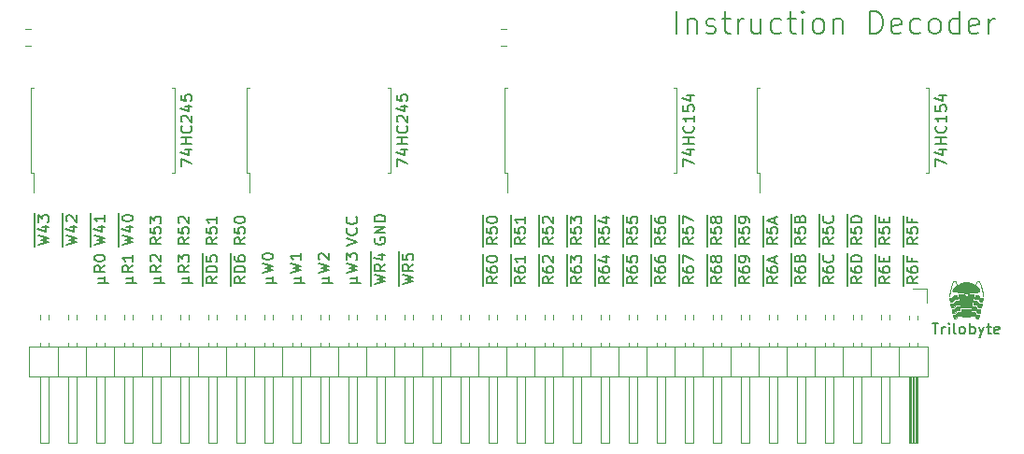
<source format=gbr>
%TF.GenerationSoftware,KiCad,Pcbnew,(6.0.0-0)*%
%TF.CreationDate,2022-10-19T21:39:46-04:00*%
%TF.ProjectId,CPU-Instruction-Decoder,4350552d-496e-4737-9472-756374696f6e,rev?*%
%TF.SameCoordinates,Original*%
%TF.FileFunction,Legend,Top*%
%TF.FilePolarity,Positive*%
%FSLAX46Y46*%
G04 Gerber Fmt 4.6, Leading zero omitted, Abs format (unit mm)*
G04 Created by KiCad (PCBNEW (6.0.0-0)) date 2022-10-19 21:39:46*
%MOMM*%
%LPD*%
G01*
G04 APERTURE LIST*
%ADD10C,0.150000*%
%ADD11C,0.120000*%
%ADD12C,0.013229*%
G04 APERTURE END LIST*
D10*
X260282000Y-228248500D02*
X260282000Y-227248500D01*
X261564380Y-227438976D02*
X261088190Y-227772309D01*
X261564380Y-228010404D02*
X260564380Y-228010404D01*
X260564380Y-227629452D01*
X260612000Y-227534214D01*
X260659619Y-227486595D01*
X260754857Y-227438976D01*
X260897714Y-227438976D01*
X260992952Y-227486595D01*
X261040571Y-227534214D01*
X261088190Y-227629452D01*
X261088190Y-228010404D01*
X260282000Y-227248500D02*
X260282000Y-226248500D01*
X261564380Y-227010404D02*
X260564380Y-227010404D01*
X260564380Y-226772309D01*
X260612000Y-226629452D01*
X260707238Y-226534214D01*
X260802476Y-226486595D01*
X260992952Y-226438976D01*
X261135809Y-226438976D01*
X261326285Y-226486595D01*
X261421523Y-226534214D01*
X261516761Y-226629452D01*
X261564380Y-226772309D01*
X261564380Y-227010404D01*
X260282000Y-226248500D02*
X260282000Y-225296119D01*
X260564380Y-225534214D02*
X260564380Y-226010404D01*
X261040571Y-226058023D01*
X260992952Y-226010404D01*
X260945333Y-225915166D01*
X260945333Y-225677071D01*
X260992952Y-225581833D01*
X261040571Y-225534214D01*
X261135809Y-225486595D01*
X261373904Y-225486595D01*
X261469142Y-225534214D01*
X261516761Y-225581833D01*
X261564380Y-225677071D01*
X261564380Y-225915166D01*
X261516761Y-226010404D01*
X261469142Y-226058023D01*
X318702000Y-228248500D02*
X318702000Y-227248500D01*
X319984380Y-227438976D02*
X319508190Y-227772309D01*
X319984380Y-228010404D02*
X318984380Y-228010404D01*
X318984380Y-227629452D01*
X319032000Y-227534214D01*
X319079619Y-227486595D01*
X319174857Y-227438976D01*
X319317714Y-227438976D01*
X319412952Y-227486595D01*
X319460571Y-227534214D01*
X319508190Y-227629452D01*
X319508190Y-228010404D01*
X318702000Y-227248500D02*
X318702000Y-226296119D01*
X318984380Y-226581833D02*
X318984380Y-226772309D01*
X319032000Y-226867547D01*
X319079619Y-226915166D01*
X319222476Y-227010404D01*
X319412952Y-227058023D01*
X319793904Y-227058023D01*
X319889142Y-227010404D01*
X319936761Y-226962785D01*
X319984380Y-226867547D01*
X319984380Y-226677071D01*
X319936761Y-226581833D01*
X319889142Y-226534214D01*
X319793904Y-226486595D01*
X319555809Y-226486595D01*
X319460571Y-226534214D01*
X319412952Y-226581833D01*
X319365333Y-226677071D01*
X319365333Y-226867547D01*
X319412952Y-226962785D01*
X319460571Y-227010404D01*
X319555809Y-227058023D01*
X318702000Y-226296119D02*
X318702000Y-225296119D01*
X319984380Y-226058023D02*
X318984380Y-226058023D01*
X318984380Y-225819928D01*
X319032000Y-225677071D01*
X319127238Y-225581833D01*
X319222476Y-225534214D01*
X319412952Y-225486595D01*
X319555809Y-225486595D01*
X319746285Y-225534214D01*
X319841523Y-225581833D01*
X319936761Y-225677071D01*
X319984380Y-225819928D01*
X319984380Y-226058023D01*
X316162000Y-224692500D02*
X316162000Y-223692500D01*
X317444380Y-223882976D02*
X316968190Y-224216309D01*
X317444380Y-224454404D02*
X316444380Y-224454404D01*
X316444380Y-224073452D01*
X316492000Y-223978214D01*
X316539619Y-223930595D01*
X316634857Y-223882976D01*
X316777714Y-223882976D01*
X316872952Y-223930595D01*
X316920571Y-223978214D01*
X316968190Y-224073452D01*
X316968190Y-224454404D01*
X316162000Y-223692500D02*
X316162000Y-222740119D01*
X316444380Y-222978214D02*
X316444380Y-223454404D01*
X316920571Y-223502023D01*
X316872952Y-223454404D01*
X316825333Y-223359166D01*
X316825333Y-223121071D01*
X316872952Y-223025833D01*
X316920571Y-222978214D01*
X317015809Y-222930595D01*
X317253904Y-222930595D01*
X317349142Y-222978214D01*
X317396761Y-223025833D01*
X317444380Y-223121071D01*
X317444380Y-223359166D01*
X317396761Y-223454404D01*
X317349142Y-223502023D01*
X316162000Y-222740119D02*
X316162000Y-221740119D01*
X317349142Y-221930595D02*
X317396761Y-221978214D01*
X317444380Y-222121071D01*
X317444380Y-222216309D01*
X317396761Y-222359166D01*
X317301523Y-222454404D01*
X317206285Y-222502023D01*
X317015809Y-222549642D01*
X316872952Y-222549642D01*
X316682476Y-222502023D01*
X316587238Y-222454404D01*
X316492000Y-222359166D01*
X316444380Y-222216309D01*
X316444380Y-222121071D01*
X316492000Y-221978214D01*
X316539619Y-221930595D01*
X268517714Y-228010404D02*
X269517714Y-228010404D01*
X269041523Y-227534214D02*
X269136761Y-227486595D01*
X269184380Y-227391357D01*
X269041523Y-228010404D02*
X269136761Y-227962785D01*
X269184380Y-227867547D01*
X269184380Y-227677071D01*
X269136761Y-227581833D01*
X269041523Y-227534214D01*
X268517714Y-227534214D01*
X268184380Y-227058023D02*
X269184380Y-226819928D01*
X268470095Y-226629452D01*
X269184380Y-226438976D01*
X268184380Y-226200880D01*
X269184380Y-225296119D02*
X269184380Y-225867547D01*
X269184380Y-225581833D02*
X268184380Y-225581833D01*
X268327238Y-225677071D01*
X268422476Y-225772309D01*
X268470095Y-225867547D01*
X303462000Y-228248500D02*
X303462000Y-227248500D01*
X304744380Y-227438976D02*
X304268190Y-227772309D01*
X304744380Y-228010404D02*
X303744380Y-228010404D01*
X303744380Y-227629452D01*
X303792000Y-227534214D01*
X303839619Y-227486595D01*
X303934857Y-227438976D01*
X304077714Y-227438976D01*
X304172952Y-227486595D01*
X304220571Y-227534214D01*
X304268190Y-227629452D01*
X304268190Y-228010404D01*
X303462000Y-227248500D02*
X303462000Y-226296119D01*
X303744380Y-226581833D02*
X303744380Y-226772309D01*
X303792000Y-226867547D01*
X303839619Y-226915166D01*
X303982476Y-227010404D01*
X304172952Y-227058023D01*
X304553904Y-227058023D01*
X304649142Y-227010404D01*
X304696761Y-226962785D01*
X304744380Y-226867547D01*
X304744380Y-226677071D01*
X304696761Y-226581833D01*
X304649142Y-226534214D01*
X304553904Y-226486595D01*
X304315809Y-226486595D01*
X304220571Y-226534214D01*
X304172952Y-226581833D01*
X304125333Y-226677071D01*
X304125333Y-226867547D01*
X304172952Y-226962785D01*
X304220571Y-227010404D01*
X304315809Y-227058023D01*
X303462000Y-226296119D02*
X303462000Y-225343738D01*
X303744380Y-226153261D02*
X303744380Y-225486595D01*
X304744380Y-225915166D01*
X295842000Y-228248500D02*
X295842000Y-227248500D01*
X297124380Y-227438976D02*
X296648190Y-227772309D01*
X297124380Y-228010404D02*
X296124380Y-228010404D01*
X296124380Y-227629452D01*
X296172000Y-227534214D01*
X296219619Y-227486595D01*
X296314857Y-227438976D01*
X296457714Y-227438976D01*
X296552952Y-227486595D01*
X296600571Y-227534214D01*
X296648190Y-227629452D01*
X296648190Y-228010404D01*
X295842000Y-227248500D02*
X295842000Y-226296119D01*
X296124380Y-226581833D02*
X296124380Y-226772309D01*
X296172000Y-226867547D01*
X296219619Y-226915166D01*
X296362476Y-227010404D01*
X296552952Y-227058023D01*
X296933904Y-227058023D01*
X297029142Y-227010404D01*
X297076761Y-226962785D01*
X297124380Y-226867547D01*
X297124380Y-226677071D01*
X297076761Y-226581833D01*
X297029142Y-226534214D01*
X296933904Y-226486595D01*
X296695809Y-226486595D01*
X296600571Y-226534214D01*
X296552952Y-226581833D01*
X296505333Y-226677071D01*
X296505333Y-226867547D01*
X296552952Y-226962785D01*
X296600571Y-227010404D01*
X296695809Y-227058023D01*
X295842000Y-226296119D02*
X295842000Y-225343738D01*
X296457714Y-225629452D02*
X297124380Y-225629452D01*
X296076761Y-225867547D02*
X296791047Y-226105642D01*
X296791047Y-225486595D01*
X285682000Y-228248500D02*
X285682000Y-227248500D01*
X286964380Y-227438976D02*
X286488190Y-227772309D01*
X286964380Y-228010404D02*
X285964380Y-228010404D01*
X285964380Y-227629452D01*
X286012000Y-227534214D01*
X286059619Y-227486595D01*
X286154857Y-227438976D01*
X286297714Y-227438976D01*
X286392952Y-227486595D01*
X286440571Y-227534214D01*
X286488190Y-227629452D01*
X286488190Y-228010404D01*
X285682000Y-227248500D02*
X285682000Y-226296119D01*
X285964380Y-226581833D02*
X285964380Y-226772309D01*
X286012000Y-226867547D01*
X286059619Y-226915166D01*
X286202476Y-227010404D01*
X286392952Y-227058023D01*
X286773904Y-227058023D01*
X286869142Y-227010404D01*
X286916761Y-226962785D01*
X286964380Y-226867547D01*
X286964380Y-226677071D01*
X286916761Y-226581833D01*
X286869142Y-226534214D01*
X286773904Y-226486595D01*
X286535809Y-226486595D01*
X286440571Y-226534214D01*
X286392952Y-226581833D01*
X286345333Y-226677071D01*
X286345333Y-226867547D01*
X286392952Y-226962785D01*
X286440571Y-227010404D01*
X286535809Y-227058023D01*
X285682000Y-226296119D02*
X285682000Y-225343738D01*
X285964380Y-225867547D02*
X285964380Y-225772309D01*
X286012000Y-225677071D01*
X286059619Y-225629452D01*
X286154857Y-225581833D01*
X286345333Y-225534214D01*
X286583428Y-225534214D01*
X286773904Y-225581833D01*
X286869142Y-225629452D01*
X286916761Y-225677071D01*
X286964380Y-225772309D01*
X286964380Y-225867547D01*
X286916761Y-225962785D01*
X286869142Y-226010404D01*
X286773904Y-226058023D01*
X286583428Y-226105642D01*
X286345333Y-226105642D01*
X286154857Y-226058023D01*
X286059619Y-226010404D01*
X286012000Y-225962785D01*
X285964380Y-225867547D01*
X323782000Y-228248500D02*
X323782000Y-227248500D01*
X325064380Y-227438976D02*
X324588190Y-227772309D01*
X325064380Y-228010404D02*
X324064380Y-228010404D01*
X324064380Y-227629452D01*
X324112000Y-227534214D01*
X324159619Y-227486595D01*
X324254857Y-227438976D01*
X324397714Y-227438976D01*
X324492952Y-227486595D01*
X324540571Y-227534214D01*
X324588190Y-227629452D01*
X324588190Y-228010404D01*
X323782000Y-227248500D02*
X323782000Y-226296119D01*
X324064380Y-226581833D02*
X324064380Y-226772309D01*
X324112000Y-226867547D01*
X324159619Y-226915166D01*
X324302476Y-227010404D01*
X324492952Y-227058023D01*
X324873904Y-227058023D01*
X324969142Y-227010404D01*
X325016761Y-226962785D01*
X325064380Y-226867547D01*
X325064380Y-226677071D01*
X325016761Y-226581833D01*
X324969142Y-226534214D01*
X324873904Y-226486595D01*
X324635809Y-226486595D01*
X324540571Y-226534214D01*
X324492952Y-226581833D01*
X324445333Y-226677071D01*
X324445333Y-226867547D01*
X324492952Y-226962785D01*
X324540571Y-227010404D01*
X324635809Y-227058023D01*
X323782000Y-226296119D02*
X323782000Y-225438976D01*
X324540571Y-225724690D02*
X324540571Y-226058023D01*
X325064380Y-226058023D02*
X324064380Y-226058023D01*
X324064380Y-225581833D01*
X285682000Y-224692500D02*
X285682000Y-223692500D01*
X286964380Y-223882976D02*
X286488190Y-224216309D01*
X286964380Y-224454404D02*
X285964380Y-224454404D01*
X285964380Y-224073452D01*
X286012000Y-223978214D01*
X286059619Y-223930595D01*
X286154857Y-223882976D01*
X286297714Y-223882976D01*
X286392952Y-223930595D01*
X286440571Y-223978214D01*
X286488190Y-224073452D01*
X286488190Y-224454404D01*
X285682000Y-223692500D02*
X285682000Y-222740119D01*
X285964380Y-222978214D02*
X285964380Y-223454404D01*
X286440571Y-223502023D01*
X286392952Y-223454404D01*
X286345333Y-223359166D01*
X286345333Y-223121071D01*
X286392952Y-223025833D01*
X286440571Y-222978214D01*
X286535809Y-222930595D01*
X286773904Y-222930595D01*
X286869142Y-222978214D01*
X286916761Y-223025833D01*
X286964380Y-223121071D01*
X286964380Y-223359166D01*
X286916761Y-223454404D01*
X286869142Y-223502023D01*
X285682000Y-222740119D02*
X285682000Y-221787738D01*
X285964380Y-222311547D02*
X285964380Y-222216309D01*
X286012000Y-222121071D01*
X286059619Y-222073452D01*
X286154857Y-222025833D01*
X286345333Y-221978214D01*
X286583428Y-221978214D01*
X286773904Y-222025833D01*
X286869142Y-222073452D01*
X286916761Y-222121071D01*
X286964380Y-222216309D01*
X286964380Y-222311547D01*
X286916761Y-222406785D01*
X286869142Y-222454404D01*
X286773904Y-222502023D01*
X286583428Y-222549642D01*
X286345333Y-222549642D01*
X286154857Y-222502023D01*
X286059619Y-222454404D01*
X286012000Y-222406785D01*
X285964380Y-222311547D01*
X250737714Y-228010404D02*
X251737714Y-228010404D01*
X251261523Y-227534214D02*
X251356761Y-227486595D01*
X251404380Y-227391357D01*
X251261523Y-228010404D02*
X251356761Y-227962785D01*
X251404380Y-227867547D01*
X251404380Y-227677071D01*
X251356761Y-227581833D01*
X251261523Y-227534214D01*
X250737714Y-227534214D01*
X251404380Y-226391357D02*
X250928190Y-226724690D01*
X251404380Y-226962785D02*
X250404380Y-226962785D01*
X250404380Y-226581833D01*
X250452000Y-226486595D01*
X250499619Y-226438976D01*
X250594857Y-226391357D01*
X250737714Y-226391357D01*
X250832952Y-226438976D01*
X250880571Y-226486595D01*
X250928190Y-226581833D01*
X250928190Y-226962785D01*
X250404380Y-225772309D02*
X250404380Y-225677071D01*
X250452000Y-225581833D01*
X250499619Y-225534214D01*
X250594857Y-225486595D01*
X250785333Y-225438976D01*
X251023428Y-225438976D01*
X251213904Y-225486595D01*
X251309142Y-225534214D01*
X251356761Y-225581833D01*
X251404380Y-225677071D01*
X251404380Y-225772309D01*
X251356761Y-225867547D01*
X251309142Y-225915166D01*
X251213904Y-225962785D01*
X251023428Y-226010404D01*
X250785333Y-226010404D01*
X250594857Y-225962785D01*
X250499619Y-225915166D01*
X250452000Y-225867547D01*
X250404380Y-225772309D01*
X258357714Y-228010404D02*
X259357714Y-228010404D01*
X258881523Y-227534214D02*
X258976761Y-227486595D01*
X259024380Y-227391357D01*
X258881523Y-228010404D02*
X258976761Y-227962785D01*
X259024380Y-227867547D01*
X259024380Y-227677071D01*
X258976761Y-227581833D01*
X258881523Y-227534214D01*
X258357714Y-227534214D01*
X259024380Y-226391357D02*
X258548190Y-226724690D01*
X259024380Y-226962785D02*
X258024380Y-226962785D01*
X258024380Y-226581833D01*
X258072000Y-226486595D01*
X258119619Y-226438976D01*
X258214857Y-226391357D01*
X258357714Y-226391357D01*
X258452952Y-226438976D01*
X258500571Y-226486595D01*
X258548190Y-226581833D01*
X258548190Y-226962785D01*
X258024380Y-226058023D02*
X258024380Y-225438976D01*
X258405333Y-225772309D01*
X258405333Y-225629452D01*
X258452952Y-225534214D01*
X258500571Y-225486595D01*
X258595809Y-225438976D01*
X258833904Y-225438976D01*
X258929142Y-225486595D01*
X258976761Y-225534214D01*
X259024380Y-225629452D01*
X259024380Y-225915166D01*
X258976761Y-226010404D01*
X258929142Y-226058023D01*
X273597714Y-228010404D02*
X274597714Y-228010404D01*
X274121523Y-227534214D02*
X274216761Y-227486595D01*
X274264380Y-227391357D01*
X274121523Y-228010404D02*
X274216761Y-227962785D01*
X274264380Y-227867547D01*
X274264380Y-227677071D01*
X274216761Y-227581833D01*
X274121523Y-227534214D01*
X273597714Y-227534214D01*
X273264380Y-227058023D02*
X274264380Y-226819928D01*
X273550095Y-226629452D01*
X274264380Y-226438976D01*
X273264380Y-226200880D01*
X273264380Y-225915166D02*
X273264380Y-225296119D01*
X273645333Y-225629452D01*
X273645333Y-225486595D01*
X273692952Y-225391357D01*
X273740571Y-225343738D01*
X273835809Y-225296119D01*
X274073904Y-225296119D01*
X274169142Y-225343738D01*
X274216761Y-225391357D01*
X274264380Y-225486595D01*
X274264380Y-225772309D01*
X274216761Y-225867547D01*
X274169142Y-225915166D01*
X293302000Y-228248500D02*
X293302000Y-227248500D01*
X294584380Y-227438976D02*
X294108190Y-227772309D01*
X294584380Y-228010404D02*
X293584380Y-228010404D01*
X293584380Y-227629452D01*
X293632000Y-227534214D01*
X293679619Y-227486595D01*
X293774857Y-227438976D01*
X293917714Y-227438976D01*
X294012952Y-227486595D01*
X294060571Y-227534214D01*
X294108190Y-227629452D01*
X294108190Y-228010404D01*
X293302000Y-227248500D02*
X293302000Y-226296119D01*
X293584380Y-226581833D02*
X293584380Y-226772309D01*
X293632000Y-226867547D01*
X293679619Y-226915166D01*
X293822476Y-227010404D01*
X294012952Y-227058023D01*
X294393904Y-227058023D01*
X294489142Y-227010404D01*
X294536761Y-226962785D01*
X294584380Y-226867547D01*
X294584380Y-226677071D01*
X294536761Y-226581833D01*
X294489142Y-226534214D01*
X294393904Y-226486595D01*
X294155809Y-226486595D01*
X294060571Y-226534214D01*
X294012952Y-226581833D01*
X293965333Y-226677071D01*
X293965333Y-226867547D01*
X294012952Y-226962785D01*
X294060571Y-227010404D01*
X294155809Y-227058023D01*
X293302000Y-226296119D02*
X293302000Y-225343738D01*
X293584380Y-226153261D02*
X293584380Y-225534214D01*
X293965333Y-225867547D01*
X293965333Y-225724690D01*
X294012952Y-225629452D01*
X294060571Y-225581833D01*
X294155809Y-225534214D01*
X294393904Y-225534214D01*
X294489142Y-225581833D01*
X294536761Y-225629452D01*
X294584380Y-225724690D01*
X294584380Y-226010404D01*
X294536761Y-226105642D01*
X294489142Y-226153261D01*
X318702000Y-224692500D02*
X318702000Y-223692500D01*
X319984380Y-223882976D02*
X319508190Y-224216309D01*
X319984380Y-224454404D02*
X318984380Y-224454404D01*
X318984380Y-224073452D01*
X319032000Y-223978214D01*
X319079619Y-223930595D01*
X319174857Y-223882976D01*
X319317714Y-223882976D01*
X319412952Y-223930595D01*
X319460571Y-223978214D01*
X319508190Y-224073452D01*
X319508190Y-224454404D01*
X318702000Y-223692500D02*
X318702000Y-222740119D01*
X318984380Y-222978214D02*
X318984380Y-223454404D01*
X319460571Y-223502023D01*
X319412952Y-223454404D01*
X319365333Y-223359166D01*
X319365333Y-223121071D01*
X319412952Y-223025833D01*
X319460571Y-222978214D01*
X319555809Y-222930595D01*
X319793904Y-222930595D01*
X319889142Y-222978214D01*
X319936761Y-223025833D01*
X319984380Y-223121071D01*
X319984380Y-223359166D01*
X319936761Y-223454404D01*
X319889142Y-223502023D01*
X318702000Y-222740119D02*
X318702000Y-221740119D01*
X319984380Y-222502023D02*
X318984380Y-222502023D01*
X318984380Y-222263928D01*
X319032000Y-222121071D01*
X319127238Y-222025833D01*
X319222476Y-221978214D01*
X319412952Y-221930595D01*
X319555809Y-221930595D01*
X319746285Y-221978214D01*
X319841523Y-222025833D01*
X319936761Y-222121071D01*
X319984380Y-222263928D01*
X319984380Y-222502023D01*
X323782000Y-224692500D02*
X323782000Y-223692500D01*
X325064380Y-223882976D02*
X324588190Y-224216309D01*
X325064380Y-224454404D02*
X324064380Y-224454404D01*
X324064380Y-224073452D01*
X324112000Y-223978214D01*
X324159619Y-223930595D01*
X324254857Y-223882976D01*
X324397714Y-223882976D01*
X324492952Y-223930595D01*
X324540571Y-223978214D01*
X324588190Y-224073452D01*
X324588190Y-224454404D01*
X323782000Y-223692500D02*
X323782000Y-222740119D01*
X324064380Y-222978214D02*
X324064380Y-223454404D01*
X324540571Y-223502023D01*
X324492952Y-223454404D01*
X324445333Y-223359166D01*
X324445333Y-223121071D01*
X324492952Y-223025833D01*
X324540571Y-222978214D01*
X324635809Y-222930595D01*
X324873904Y-222930595D01*
X324969142Y-222978214D01*
X325016761Y-223025833D01*
X325064380Y-223121071D01*
X325064380Y-223359166D01*
X325016761Y-223454404D01*
X324969142Y-223502023D01*
X323782000Y-222740119D02*
X323782000Y-221882976D01*
X324540571Y-222168690D02*
X324540571Y-222502023D01*
X325064380Y-222502023D02*
X324064380Y-222502023D01*
X324064380Y-222025833D01*
X288222000Y-224692500D02*
X288222000Y-223692500D01*
X289504380Y-223882976D02*
X289028190Y-224216309D01*
X289504380Y-224454404D02*
X288504380Y-224454404D01*
X288504380Y-224073452D01*
X288552000Y-223978214D01*
X288599619Y-223930595D01*
X288694857Y-223882976D01*
X288837714Y-223882976D01*
X288932952Y-223930595D01*
X288980571Y-223978214D01*
X289028190Y-224073452D01*
X289028190Y-224454404D01*
X288222000Y-223692500D02*
X288222000Y-222740119D01*
X288504380Y-222978214D02*
X288504380Y-223454404D01*
X288980571Y-223502023D01*
X288932952Y-223454404D01*
X288885333Y-223359166D01*
X288885333Y-223121071D01*
X288932952Y-223025833D01*
X288980571Y-222978214D01*
X289075809Y-222930595D01*
X289313904Y-222930595D01*
X289409142Y-222978214D01*
X289456761Y-223025833D01*
X289504380Y-223121071D01*
X289504380Y-223359166D01*
X289456761Y-223454404D01*
X289409142Y-223502023D01*
X288222000Y-222740119D02*
X288222000Y-221787738D01*
X289504380Y-221978214D02*
X289504380Y-222549642D01*
X289504380Y-222263928D02*
X288504380Y-222263928D01*
X288647238Y-222359166D01*
X288742476Y-222454404D01*
X288790095Y-222549642D01*
X306002000Y-228248500D02*
X306002000Y-227248500D01*
X307284380Y-227438976D02*
X306808190Y-227772309D01*
X307284380Y-228010404D02*
X306284380Y-228010404D01*
X306284380Y-227629452D01*
X306332000Y-227534214D01*
X306379619Y-227486595D01*
X306474857Y-227438976D01*
X306617714Y-227438976D01*
X306712952Y-227486595D01*
X306760571Y-227534214D01*
X306808190Y-227629452D01*
X306808190Y-228010404D01*
X306002000Y-227248500D02*
X306002000Y-226296119D01*
X306284380Y-226581833D02*
X306284380Y-226772309D01*
X306332000Y-226867547D01*
X306379619Y-226915166D01*
X306522476Y-227010404D01*
X306712952Y-227058023D01*
X307093904Y-227058023D01*
X307189142Y-227010404D01*
X307236761Y-226962785D01*
X307284380Y-226867547D01*
X307284380Y-226677071D01*
X307236761Y-226581833D01*
X307189142Y-226534214D01*
X307093904Y-226486595D01*
X306855809Y-226486595D01*
X306760571Y-226534214D01*
X306712952Y-226581833D01*
X306665333Y-226677071D01*
X306665333Y-226867547D01*
X306712952Y-226962785D01*
X306760571Y-227010404D01*
X306855809Y-227058023D01*
X306002000Y-226296119D02*
X306002000Y-225343738D01*
X306712952Y-225915166D02*
X306665333Y-226010404D01*
X306617714Y-226058023D01*
X306522476Y-226105642D01*
X306474857Y-226105642D01*
X306379619Y-226058023D01*
X306332000Y-226010404D01*
X306284380Y-225915166D01*
X306284380Y-225724690D01*
X306332000Y-225629452D01*
X306379619Y-225581833D01*
X306474857Y-225534214D01*
X306522476Y-225534214D01*
X306617714Y-225581833D01*
X306665333Y-225629452D01*
X306712952Y-225724690D01*
X306712952Y-225915166D01*
X306760571Y-226010404D01*
X306808190Y-226058023D01*
X306903428Y-226105642D01*
X307093904Y-226105642D01*
X307189142Y-226058023D01*
X307236761Y-226010404D01*
X307284380Y-225915166D01*
X307284380Y-225724690D01*
X307236761Y-225629452D01*
X307189142Y-225581833D01*
X307093904Y-225534214D01*
X306903428Y-225534214D01*
X306808190Y-225581833D01*
X306760571Y-225629452D01*
X306712952Y-225724690D01*
X275522000Y-228248500D02*
X275522000Y-227105642D01*
X275804380Y-228105642D02*
X276804380Y-227867547D01*
X276090095Y-227677071D01*
X276804380Y-227486595D01*
X275804380Y-227248500D01*
X275522000Y-227105642D02*
X275522000Y-226105642D01*
X276804380Y-226296119D02*
X276328190Y-226629452D01*
X276804380Y-226867547D02*
X275804380Y-226867547D01*
X275804380Y-226486595D01*
X275852000Y-226391357D01*
X275899619Y-226343738D01*
X275994857Y-226296119D01*
X276137714Y-226296119D01*
X276232952Y-226343738D01*
X276280571Y-226391357D01*
X276328190Y-226486595D01*
X276328190Y-226867547D01*
X275522000Y-226105642D02*
X275522000Y-225153261D01*
X276137714Y-225438976D02*
X276804380Y-225438976D01*
X275756761Y-225677071D02*
X276471047Y-225915166D01*
X276471047Y-225296119D01*
X303462000Y-224692500D02*
X303462000Y-223692500D01*
X304744380Y-223882976D02*
X304268190Y-224216309D01*
X304744380Y-224454404D02*
X303744380Y-224454404D01*
X303744380Y-224073452D01*
X303792000Y-223978214D01*
X303839619Y-223930595D01*
X303934857Y-223882976D01*
X304077714Y-223882976D01*
X304172952Y-223930595D01*
X304220571Y-223978214D01*
X304268190Y-224073452D01*
X304268190Y-224454404D01*
X303462000Y-223692500D02*
X303462000Y-222740119D01*
X303744380Y-222978214D02*
X303744380Y-223454404D01*
X304220571Y-223502023D01*
X304172952Y-223454404D01*
X304125333Y-223359166D01*
X304125333Y-223121071D01*
X304172952Y-223025833D01*
X304220571Y-222978214D01*
X304315809Y-222930595D01*
X304553904Y-222930595D01*
X304649142Y-222978214D01*
X304696761Y-223025833D01*
X304744380Y-223121071D01*
X304744380Y-223359166D01*
X304696761Y-223454404D01*
X304649142Y-223502023D01*
X303462000Y-222740119D02*
X303462000Y-221787738D01*
X303744380Y-222597261D02*
X303744380Y-221930595D01*
X304744380Y-222359166D01*
X326342761Y-231608380D02*
X326914190Y-231608380D01*
X326628476Y-232608380D02*
X326628476Y-231608380D01*
X327247523Y-232608380D02*
X327247523Y-231941714D01*
X327247523Y-232132190D02*
X327295142Y-232036952D01*
X327342761Y-231989333D01*
X327438000Y-231941714D01*
X327533238Y-231941714D01*
X327866571Y-232608380D02*
X327866571Y-231941714D01*
X327866571Y-231608380D02*
X327818952Y-231656000D01*
X327866571Y-231703619D01*
X327914190Y-231656000D01*
X327866571Y-231608380D01*
X327866571Y-231703619D01*
X328485619Y-232608380D02*
X328390380Y-232560761D01*
X328342761Y-232465523D01*
X328342761Y-231608380D01*
X329009428Y-232608380D02*
X328914190Y-232560761D01*
X328866571Y-232513142D01*
X328818952Y-232417904D01*
X328818952Y-232132190D01*
X328866571Y-232036952D01*
X328914190Y-231989333D01*
X329009428Y-231941714D01*
X329152285Y-231941714D01*
X329247523Y-231989333D01*
X329295142Y-232036952D01*
X329342761Y-232132190D01*
X329342761Y-232417904D01*
X329295142Y-232513142D01*
X329247523Y-232560761D01*
X329152285Y-232608380D01*
X329009428Y-232608380D01*
X329771333Y-232608380D02*
X329771333Y-231608380D01*
X329771333Y-231989333D02*
X329866571Y-231941714D01*
X330057047Y-231941714D01*
X330152285Y-231989333D01*
X330199904Y-232036952D01*
X330247523Y-232132190D01*
X330247523Y-232417904D01*
X330199904Y-232513142D01*
X330152285Y-232560761D01*
X330057047Y-232608380D01*
X329866571Y-232608380D01*
X329771333Y-232560761D01*
X330580857Y-231941714D02*
X330818952Y-232608380D01*
X331057047Y-231941714D02*
X330818952Y-232608380D01*
X330723714Y-232846476D01*
X330676095Y-232894095D01*
X330580857Y-232941714D01*
X331295142Y-231941714D02*
X331676095Y-231941714D01*
X331438000Y-231608380D02*
X331438000Y-232465523D01*
X331485619Y-232560761D01*
X331580857Y-232608380D01*
X331676095Y-232608380D01*
X332390380Y-232560761D02*
X332295142Y-232608380D01*
X332104666Y-232608380D01*
X332009428Y-232560761D01*
X331961809Y-232465523D01*
X331961809Y-232084571D01*
X332009428Y-231989333D01*
X332104666Y-231941714D01*
X332295142Y-231941714D01*
X332390380Y-231989333D01*
X332438000Y-232084571D01*
X332438000Y-232179809D01*
X331961809Y-232275047D01*
X290762000Y-228248500D02*
X290762000Y-227248500D01*
X292044380Y-227438976D02*
X291568190Y-227772309D01*
X292044380Y-228010404D02*
X291044380Y-228010404D01*
X291044380Y-227629452D01*
X291092000Y-227534214D01*
X291139619Y-227486595D01*
X291234857Y-227438976D01*
X291377714Y-227438976D01*
X291472952Y-227486595D01*
X291520571Y-227534214D01*
X291568190Y-227629452D01*
X291568190Y-228010404D01*
X290762000Y-227248500D02*
X290762000Y-226296119D01*
X291044380Y-226581833D02*
X291044380Y-226772309D01*
X291092000Y-226867547D01*
X291139619Y-226915166D01*
X291282476Y-227010404D01*
X291472952Y-227058023D01*
X291853904Y-227058023D01*
X291949142Y-227010404D01*
X291996761Y-226962785D01*
X292044380Y-226867547D01*
X292044380Y-226677071D01*
X291996761Y-226581833D01*
X291949142Y-226534214D01*
X291853904Y-226486595D01*
X291615809Y-226486595D01*
X291520571Y-226534214D01*
X291472952Y-226581833D01*
X291425333Y-226677071D01*
X291425333Y-226867547D01*
X291472952Y-226962785D01*
X291520571Y-227010404D01*
X291615809Y-227058023D01*
X290762000Y-226296119D02*
X290762000Y-225343738D01*
X291139619Y-226105642D02*
X291092000Y-226058023D01*
X291044380Y-225962785D01*
X291044380Y-225724690D01*
X291092000Y-225629452D01*
X291139619Y-225581833D01*
X291234857Y-225534214D01*
X291330095Y-225534214D01*
X291472952Y-225581833D01*
X292044380Y-226153261D01*
X292044380Y-225534214D01*
X313622000Y-224692500D02*
X313622000Y-223692500D01*
X314904380Y-223882976D02*
X314428190Y-224216309D01*
X314904380Y-224454404D02*
X313904380Y-224454404D01*
X313904380Y-224073452D01*
X313952000Y-223978214D01*
X313999619Y-223930595D01*
X314094857Y-223882976D01*
X314237714Y-223882976D01*
X314332952Y-223930595D01*
X314380571Y-223978214D01*
X314428190Y-224073452D01*
X314428190Y-224454404D01*
X313622000Y-223692500D02*
X313622000Y-222740119D01*
X313904380Y-222978214D02*
X313904380Y-223454404D01*
X314380571Y-223502023D01*
X314332952Y-223454404D01*
X314285333Y-223359166D01*
X314285333Y-223121071D01*
X314332952Y-223025833D01*
X314380571Y-222978214D01*
X314475809Y-222930595D01*
X314713904Y-222930595D01*
X314809142Y-222978214D01*
X314856761Y-223025833D01*
X314904380Y-223121071D01*
X314904380Y-223359166D01*
X314856761Y-223454404D01*
X314809142Y-223502023D01*
X313622000Y-222740119D02*
X313622000Y-221740119D01*
X314380571Y-222168690D02*
X314428190Y-222025833D01*
X314475809Y-221978214D01*
X314571047Y-221930595D01*
X314713904Y-221930595D01*
X314809142Y-221978214D01*
X314856761Y-222025833D01*
X314904380Y-222121071D01*
X314904380Y-222502023D01*
X313904380Y-222502023D01*
X313904380Y-222168690D01*
X313952000Y-222073452D01*
X313999619Y-222025833D01*
X314094857Y-221978214D01*
X314190095Y-221978214D01*
X314285333Y-222025833D01*
X314332952Y-222073452D01*
X314380571Y-222168690D01*
X314380571Y-222502023D01*
X311082000Y-224692500D02*
X311082000Y-223692500D01*
X312364380Y-223882976D02*
X311888190Y-224216309D01*
X312364380Y-224454404D02*
X311364380Y-224454404D01*
X311364380Y-224073452D01*
X311412000Y-223978214D01*
X311459619Y-223930595D01*
X311554857Y-223882976D01*
X311697714Y-223882976D01*
X311792952Y-223930595D01*
X311840571Y-223978214D01*
X311888190Y-224073452D01*
X311888190Y-224454404D01*
X311082000Y-223692500D02*
X311082000Y-222740119D01*
X311364380Y-222978214D02*
X311364380Y-223454404D01*
X311840571Y-223502023D01*
X311792952Y-223454404D01*
X311745333Y-223359166D01*
X311745333Y-223121071D01*
X311792952Y-223025833D01*
X311840571Y-222978214D01*
X311935809Y-222930595D01*
X312173904Y-222930595D01*
X312269142Y-222978214D01*
X312316761Y-223025833D01*
X312364380Y-223121071D01*
X312364380Y-223359166D01*
X312316761Y-223454404D01*
X312269142Y-223502023D01*
X311082000Y-222740119D02*
X311082000Y-221882976D01*
X312078666Y-222549642D02*
X312078666Y-222073452D01*
X312364380Y-222644880D02*
X311364380Y-222311547D01*
X312364380Y-221978214D01*
X261564380Y-223882976D02*
X261088190Y-224216309D01*
X261564380Y-224454404D02*
X260564380Y-224454404D01*
X260564380Y-224073452D01*
X260612000Y-223978214D01*
X260659619Y-223930595D01*
X260754857Y-223882976D01*
X260897714Y-223882976D01*
X260992952Y-223930595D01*
X261040571Y-223978214D01*
X261088190Y-224073452D01*
X261088190Y-224454404D01*
X260564380Y-222978214D02*
X260564380Y-223454404D01*
X261040571Y-223502023D01*
X260992952Y-223454404D01*
X260945333Y-223359166D01*
X260945333Y-223121071D01*
X260992952Y-223025833D01*
X261040571Y-222978214D01*
X261135809Y-222930595D01*
X261373904Y-222930595D01*
X261469142Y-222978214D01*
X261516761Y-223025833D01*
X261564380Y-223121071D01*
X261564380Y-223359166D01*
X261516761Y-223454404D01*
X261469142Y-223502023D01*
X261564380Y-221978214D02*
X261564380Y-222549642D01*
X261564380Y-222263928D02*
X260564380Y-222263928D01*
X260707238Y-222359166D01*
X260802476Y-222454404D01*
X260850095Y-222549642D01*
X273264380Y-224597261D02*
X274264380Y-224263928D01*
X273264380Y-223930595D01*
X274169142Y-223025833D02*
X274216761Y-223073452D01*
X274264380Y-223216309D01*
X274264380Y-223311547D01*
X274216761Y-223454404D01*
X274121523Y-223549642D01*
X274026285Y-223597261D01*
X273835809Y-223644880D01*
X273692952Y-223644880D01*
X273502476Y-223597261D01*
X273407238Y-223549642D01*
X273312000Y-223454404D01*
X273264380Y-223311547D01*
X273264380Y-223216309D01*
X273312000Y-223073452D01*
X273359619Y-223025833D01*
X274169142Y-222025833D02*
X274216761Y-222073452D01*
X274264380Y-222216309D01*
X274264380Y-222311547D01*
X274216761Y-222454404D01*
X274121523Y-222549642D01*
X274026285Y-222597261D01*
X273835809Y-222644880D01*
X273692952Y-222644880D01*
X273502476Y-222597261D01*
X273407238Y-222549642D01*
X273312000Y-222454404D01*
X273264380Y-222311547D01*
X273264380Y-222216309D01*
X273312000Y-222073452D01*
X273359619Y-222025833D01*
X313622000Y-228248500D02*
X313622000Y-227248500D01*
X314904380Y-227438976D02*
X314428190Y-227772309D01*
X314904380Y-228010404D02*
X313904380Y-228010404D01*
X313904380Y-227629452D01*
X313952000Y-227534214D01*
X313999619Y-227486595D01*
X314094857Y-227438976D01*
X314237714Y-227438976D01*
X314332952Y-227486595D01*
X314380571Y-227534214D01*
X314428190Y-227629452D01*
X314428190Y-228010404D01*
X313622000Y-227248500D02*
X313622000Y-226296119D01*
X313904380Y-226581833D02*
X313904380Y-226772309D01*
X313952000Y-226867547D01*
X313999619Y-226915166D01*
X314142476Y-227010404D01*
X314332952Y-227058023D01*
X314713904Y-227058023D01*
X314809142Y-227010404D01*
X314856761Y-226962785D01*
X314904380Y-226867547D01*
X314904380Y-226677071D01*
X314856761Y-226581833D01*
X314809142Y-226534214D01*
X314713904Y-226486595D01*
X314475809Y-226486595D01*
X314380571Y-226534214D01*
X314332952Y-226581833D01*
X314285333Y-226677071D01*
X314285333Y-226867547D01*
X314332952Y-226962785D01*
X314380571Y-227010404D01*
X314475809Y-227058023D01*
X313622000Y-226296119D02*
X313622000Y-225296119D01*
X314380571Y-225724690D02*
X314428190Y-225581833D01*
X314475809Y-225534214D01*
X314571047Y-225486595D01*
X314713904Y-225486595D01*
X314809142Y-225534214D01*
X314856761Y-225581833D01*
X314904380Y-225677071D01*
X314904380Y-226058023D01*
X313904380Y-226058023D01*
X313904380Y-225724690D01*
X313952000Y-225629452D01*
X313999619Y-225581833D01*
X314094857Y-225534214D01*
X314190095Y-225534214D01*
X314285333Y-225581833D01*
X314332952Y-225629452D01*
X314380571Y-225724690D01*
X314380571Y-226058023D01*
X308542000Y-224692500D02*
X308542000Y-223692500D01*
X309824380Y-223882976D02*
X309348190Y-224216309D01*
X309824380Y-224454404D02*
X308824380Y-224454404D01*
X308824380Y-224073452D01*
X308872000Y-223978214D01*
X308919619Y-223930595D01*
X309014857Y-223882976D01*
X309157714Y-223882976D01*
X309252952Y-223930595D01*
X309300571Y-223978214D01*
X309348190Y-224073452D01*
X309348190Y-224454404D01*
X308542000Y-223692500D02*
X308542000Y-222740119D01*
X308824380Y-222978214D02*
X308824380Y-223454404D01*
X309300571Y-223502023D01*
X309252952Y-223454404D01*
X309205333Y-223359166D01*
X309205333Y-223121071D01*
X309252952Y-223025833D01*
X309300571Y-222978214D01*
X309395809Y-222930595D01*
X309633904Y-222930595D01*
X309729142Y-222978214D01*
X309776761Y-223025833D01*
X309824380Y-223121071D01*
X309824380Y-223359166D01*
X309776761Y-223454404D01*
X309729142Y-223502023D01*
X308542000Y-222740119D02*
X308542000Y-221787738D01*
X309824380Y-222454404D02*
X309824380Y-222263928D01*
X309776761Y-222168690D01*
X309729142Y-222121071D01*
X309586285Y-222025833D01*
X309395809Y-221978214D01*
X309014857Y-221978214D01*
X308919619Y-222025833D01*
X308872000Y-222073452D01*
X308824380Y-222168690D01*
X308824380Y-222359166D01*
X308872000Y-222454404D01*
X308919619Y-222502023D01*
X309014857Y-222549642D01*
X309252952Y-222549642D01*
X309348190Y-222502023D01*
X309395809Y-222454404D01*
X309443428Y-222359166D01*
X309443428Y-222168690D01*
X309395809Y-222073452D01*
X309348190Y-222025833D01*
X309252952Y-221978214D01*
X300922000Y-224692500D02*
X300922000Y-223692500D01*
X302204380Y-223882976D02*
X301728190Y-224216309D01*
X302204380Y-224454404D02*
X301204380Y-224454404D01*
X301204380Y-224073452D01*
X301252000Y-223978214D01*
X301299619Y-223930595D01*
X301394857Y-223882976D01*
X301537714Y-223882976D01*
X301632952Y-223930595D01*
X301680571Y-223978214D01*
X301728190Y-224073452D01*
X301728190Y-224454404D01*
X300922000Y-223692500D02*
X300922000Y-222740119D01*
X301204380Y-222978214D02*
X301204380Y-223454404D01*
X301680571Y-223502023D01*
X301632952Y-223454404D01*
X301585333Y-223359166D01*
X301585333Y-223121071D01*
X301632952Y-223025833D01*
X301680571Y-222978214D01*
X301775809Y-222930595D01*
X302013904Y-222930595D01*
X302109142Y-222978214D01*
X302156761Y-223025833D01*
X302204380Y-223121071D01*
X302204380Y-223359166D01*
X302156761Y-223454404D01*
X302109142Y-223502023D01*
X300922000Y-222740119D02*
X300922000Y-221787738D01*
X301204380Y-222073452D02*
X301204380Y-222263928D01*
X301252000Y-222359166D01*
X301299619Y-222406785D01*
X301442476Y-222502023D01*
X301632952Y-222549642D01*
X302013904Y-222549642D01*
X302109142Y-222502023D01*
X302156761Y-222454404D01*
X302204380Y-222359166D01*
X302204380Y-222168690D01*
X302156761Y-222073452D01*
X302109142Y-222025833D01*
X302013904Y-221978214D01*
X301775809Y-221978214D01*
X301680571Y-222025833D01*
X301632952Y-222073452D01*
X301585333Y-222168690D01*
X301585333Y-222359166D01*
X301632952Y-222454404D01*
X301680571Y-222502023D01*
X301775809Y-222549642D01*
X311082000Y-228248500D02*
X311082000Y-227248500D01*
X312364380Y-227438976D02*
X311888190Y-227772309D01*
X312364380Y-228010404D02*
X311364380Y-228010404D01*
X311364380Y-227629452D01*
X311412000Y-227534214D01*
X311459619Y-227486595D01*
X311554857Y-227438976D01*
X311697714Y-227438976D01*
X311792952Y-227486595D01*
X311840571Y-227534214D01*
X311888190Y-227629452D01*
X311888190Y-228010404D01*
X311082000Y-227248500D02*
X311082000Y-226296119D01*
X311364380Y-226581833D02*
X311364380Y-226772309D01*
X311412000Y-226867547D01*
X311459619Y-226915166D01*
X311602476Y-227010404D01*
X311792952Y-227058023D01*
X312173904Y-227058023D01*
X312269142Y-227010404D01*
X312316761Y-226962785D01*
X312364380Y-226867547D01*
X312364380Y-226677071D01*
X312316761Y-226581833D01*
X312269142Y-226534214D01*
X312173904Y-226486595D01*
X311935809Y-226486595D01*
X311840571Y-226534214D01*
X311792952Y-226581833D01*
X311745333Y-226677071D01*
X311745333Y-226867547D01*
X311792952Y-226962785D01*
X311840571Y-227010404D01*
X311935809Y-227058023D01*
X311082000Y-226296119D02*
X311082000Y-225438976D01*
X312078666Y-226105642D02*
X312078666Y-225629452D01*
X312364380Y-226200880D02*
X311364380Y-225867547D01*
X312364380Y-225534214D01*
X298382000Y-224692500D02*
X298382000Y-223692500D01*
X299664380Y-223882976D02*
X299188190Y-224216309D01*
X299664380Y-224454404D02*
X298664380Y-224454404D01*
X298664380Y-224073452D01*
X298712000Y-223978214D01*
X298759619Y-223930595D01*
X298854857Y-223882976D01*
X298997714Y-223882976D01*
X299092952Y-223930595D01*
X299140571Y-223978214D01*
X299188190Y-224073452D01*
X299188190Y-224454404D01*
X298382000Y-223692500D02*
X298382000Y-222740119D01*
X298664380Y-222978214D02*
X298664380Y-223454404D01*
X299140571Y-223502023D01*
X299092952Y-223454404D01*
X299045333Y-223359166D01*
X299045333Y-223121071D01*
X299092952Y-223025833D01*
X299140571Y-222978214D01*
X299235809Y-222930595D01*
X299473904Y-222930595D01*
X299569142Y-222978214D01*
X299616761Y-223025833D01*
X299664380Y-223121071D01*
X299664380Y-223359166D01*
X299616761Y-223454404D01*
X299569142Y-223502023D01*
X298382000Y-222740119D02*
X298382000Y-221787738D01*
X298664380Y-222025833D02*
X298664380Y-222502023D01*
X299140571Y-222549642D01*
X299092952Y-222502023D01*
X299045333Y-222406785D01*
X299045333Y-222168690D01*
X299092952Y-222073452D01*
X299140571Y-222025833D01*
X299235809Y-221978214D01*
X299473904Y-221978214D01*
X299569142Y-222025833D01*
X299616761Y-222073452D01*
X299664380Y-222168690D01*
X299664380Y-222406785D01*
X299616761Y-222502023D01*
X299569142Y-222549642D01*
X288222000Y-228248500D02*
X288222000Y-227248500D01*
X289504380Y-227438976D02*
X289028190Y-227772309D01*
X289504380Y-228010404D02*
X288504380Y-228010404D01*
X288504380Y-227629452D01*
X288552000Y-227534214D01*
X288599619Y-227486595D01*
X288694857Y-227438976D01*
X288837714Y-227438976D01*
X288932952Y-227486595D01*
X288980571Y-227534214D01*
X289028190Y-227629452D01*
X289028190Y-228010404D01*
X288222000Y-227248500D02*
X288222000Y-226296119D01*
X288504380Y-226581833D02*
X288504380Y-226772309D01*
X288552000Y-226867547D01*
X288599619Y-226915166D01*
X288742476Y-227010404D01*
X288932952Y-227058023D01*
X289313904Y-227058023D01*
X289409142Y-227010404D01*
X289456761Y-226962785D01*
X289504380Y-226867547D01*
X289504380Y-226677071D01*
X289456761Y-226581833D01*
X289409142Y-226534214D01*
X289313904Y-226486595D01*
X289075809Y-226486595D01*
X288980571Y-226534214D01*
X288932952Y-226581833D01*
X288885333Y-226677071D01*
X288885333Y-226867547D01*
X288932952Y-226962785D01*
X288980571Y-227010404D01*
X289075809Y-227058023D01*
X288222000Y-226296119D02*
X288222000Y-225343738D01*
X289504380Y-225534214D02*
X289504380Y-226105642D01*
X289504380Y-225819928D02*
X288504380Y-225819928D01*
X288647238Y-225915166D01*
X288742476Y-226010404D01*
X288790095Y-226105642D01*
X259024380Y-223882976D02*
X258548190Y-224216309D01*
X259024380Y-224454404D02*
X258024380Y-224454404D01*
X258024380Y-224073452D01*
X258072000Y-223978214D01*
X258119619Y-223930595D01*
X258214857Y-223882976D01*
X258357714Y-223882976D01*
X258452952Y-223930595D01*
X258500571Y-223978214D01*
X258548190Y-224073452D01*
X258548190Y-224454404D01*
X258024380Y-222978214D02*
X258024380Y-223454404D01*
X258500571Y-223502023D01*
X258452952Y-223454404D01*
X258405333Y-223359166D01*
X258405333Y-223121071D01*
X258452952Y-223025833D01*
X258500571Y-222978214D01*
X258595809Y-222930595D01*
X258833904Y-222930595D01*
X258929142Y-222978214D01*
X258976761Y-223025833D01*
X259024380Y-223121071D01*
X259024380Y-223359166D01*
X258976761Y-223454404D01*
X258929142Y-223502023D01*
X258119619Y-222549642D02*
X258072000Y-222502023D01*
X258024380Y-222406785D01*
X258024380Y-222168690D01*
X258072000Y-222073452D01*
X258119619Y-222025833D01*
X258214857Y-221978214D01*
X258310095Y-221978214D01*
X258452952Y-222025833D01*
X259024380Y-222597261D01*
X259024380Y-221978214D01*
X265977714Y-228010404D02*
X266977714Y-228010404D01*
X266501523Y-227534214D02*
X266596761Y-227486595D01*
X266644380Y-227391357D01*
X266501523Y-228010404D02*
X266596761Y-227962785D01*
X266644380Y-227867547D01*
X266644380Y-227677071D01*
X266596761Y-227581833D01*
X266501523Y-227534214D01*
X265977714Y-227534214D01*
X265644380Y-227058023D02*
X266644380Y-226819928D01*
X265930095Y-226629452D01*
X266644380Y-226438976D01*
X265644380Y-226200880D01*
X265644380Y-225629452D02*
X265644380Y-225534214D01*
X265692000Y-225438976D01*
X265739619Y-225391357D01*
X265834857Y-225343738D01*
X266025333Y-225296119D01*
X266263428Y-225296119D01*
X266453904Y-225343738D01*
X266549142Y-225391357D01*
X266596761Y-225438976D01*
X266644380Y-225534214D01*
X266644380Y-225629452D01*
X266596761Y-225724690D01*
X266549142Y-225772309D01*
X266453904Y-225819928D01*
X266263428Y-225867547D01*
X266025333Y-225867547D01*
X265834857Y-225819928D01*
X265739619Y-225772309D01*
X265692000Y-225724690D01*
X265644380Y-225629452D01*
X245042000Y-224692500D02*
X245042000Y-223549642D01*
X245324380Y-224549642D02*
X246324380Y-224311547D01*
X245610095Y-224121071D01*
X246324380Y-223930595D01*
X245324380Y-223692500D01*
X245042000Y-223549642D02*
X245042000Y-222597261D01*
X245657714Y-222882976D02*
X246324380Y-222882976D01*
X245276761Y-223121071D02*
X245991047Y-223359166D01*
X245991047Y-222740119D01*
X245042000Y-222597261D02*
X245042000Y-221644880D01*
X245324380Y-222454404D02*
X245324380Y-221835357D01*
X245705333Y-222168690D01*
X245705333Y-222025833D01*
X245752952Y-221930595D01*
X245800571Y-221882976D01*
X245895809Y-221835357D01*
X246133904Y-221835357D01*
X246229142Y-221882976D01*
X246276761Y-221930595D01*
X246324380Y-222025833D01*
X246324380Y-222311547D01*
X246276761Y-222406785D01*
X246229142Y-222454404D01*
X306002000Y-224692500D02*
X306002000Y-223692500D01*
X307284380Y-223882976D02*
X306808190Y-224216309D01*
X307284380Y-224454404D02*
X306284380Y-224454404D01*
X306284380Y-224073452D01*
X306332000Y-223978214D01*
X306379619Y-223930595D01*
X306474857Y-223882976D01*
X306617714Y-223882976D01*
X306712952Y-223930595D01*
X306760571Y-223978214D01*
X306808190Y-224073452D01*
X306808190Y-224454404D01*
X306002000Y-223692500D02*
X306002000Y-222740119D01*
X306284380Y-222978214D02*
X306284380Y-223454404D01*
X306760571Y-223502023D01*
X306712952Y-223454404D01*
X306665333Y-223359166D01*
X306665333Y-223121071D01*
X306712952Y-223025833D01*
X306760571Y-222978214D01*
X306855809Y-222930595D01*
X307093904Y-222930595D01*
X307189142Y-222978214D01*
X307236761Y-223025833D01*
X307284380Y-223121071D01*
X307284380Y-223359166D01*
X307236761Y-223454404D01*
X307189142Y-223502023D01*
X306002000Y-222740119D02*
X306002000Y-221787738D01*
X306712952Y-222359166D02*
X306665333Y-222454404D01*
X306617714Y-222502023D01*
X306522476Y-222549642D01*
X306474857Y-222549642D01*
X306379619Y-222502023D01*
X306332000Y-222454404D01*
X306284380Y-222359166D01*
X306284380Y-222168690D01*
X306332000Y-222073452D01*
X306379619Y-222025833D01*
X306474857Y-221978214D01*
X306522476Y-221978214D01*
X306617714Y-222025833D01*
X306665333Y-222073452D01*
X306712952Y-222168690D01*
X306712952Y-222359166D01*
X306760571Y-222454404D01*
X306808190Y-222502023D01*
X306903428Y-222549642D01*
X307093904Y-222549642D01*
X307189142Y-222502023D01*
X307236761Y-222454404D01*
X307284380Y-222359166D01*
X307284380Y-222168690D01*
X307236761Y-222073452D01*
X307189142Y-222025833D01*
X307093904Y-221978214D01*
X306903428Y-221978214D01*
X306808190Y-222025833D01*
X306760571Y-222073452D01*
X306712952Y-222168690D01*
X321242000Y-224692500D02*
X321242000Y-223692500D01*
X322524380Y-223882976D02*
X322048190Y-224216309D01*
X322524380Y-224454404D02*
X321524380Y-224454404D01*
X321524380Y-224073452D01*
X321572000Y-223978214D01*
X321619619Y-223930595D01*
X321714857Y-223882976D01*
X321857714Y-223882976D01*
X321952952Y-223930595D01*
X322000571Y-223978214D01*
X322048190Y-224073452D01*
X322048190Y-224454404D01*
X321242000Y-223692500D02*
X321242000Y-222740119D01*
X321524380Y-222978214D02*
X321524380Y-223454404D01*
X322000571Y-223502023D01*
X321952952Y-223454404D01*
X321905333Y-223359166D01*
X321905333Y-223121071D01*
X321952952Y-223025833D01*
X322000571Y-222978214D01*
X322095809Y-222930595D01*
X322333904Y-222930595D01*
X322429142Y-222978214D01*
X322476761Y-223025833D01*
X322524380Y-223121071D01*
X322524380Y-223359166D01*
X322476761Y-223454404D01*
X322429142Y-223502023D01*
X321242000Y-222740119D02*
X321242000Y-221835357D01*
X322000571Y-222502023D02*
X322000571Y-222168690D01*
X322524380Y-222025833D02*
X322524380Y-222502023D01*
X321524380Y-222502023D01*
X321524380Y-222025833D01*
X278062000Y-228248500D02*
X278062000Y-227105642D01*
X278344380Y-228105642D02*
X279344380Y-227867547D01*
X278630095Y-227677071D01*
X279344380Y-227486595D01*
X278344380Y-227248500D01*
X278062000Y-227105642D02*
X278062000Y-226105642D01*
X279344380Y-226296119D02*
X278868190Y-226629452D01*
X279344380Y-226867547D02*
X278344380Y-226867547D01*
X278344380Y-226486595D01*
X278392000Y-226391357D01*
X278439619Y-226343738D01*
X278534857Y-226296119D01*
X278677714Y-226296119D01*
X278772952Y-226343738D01*
X278820571Y-226391357D01*
X278868190Y-226486595D01*
X278868190Y-226867547D01*
X278062000Y-226105642D02*
X278062000Y-225153261D01*
X278344380Y-225391357D02*
X278344380Y-225867547D01*
X278820571Y-225915166D01*
X278772952Y-225867547D01*
X278725333Y-225772309D01*
X278725333Y-225534214D01*
X278772952Y-225438976D01*
X278820571Y-225391357D01*
X278915809Y-225343738D01*
X279153904Y-225343738D01*
X279249142Y-225391357D01*
X279296761Y-225438976D01*
X279344380Y-225534214D01*
X279344380Y-225772309D01*
X279296761Y-225867547D01*
X279249142Y-225915166D01*
X256484380Y-223882976D02*
X256008190Y-224216309D01*
X256484380Y-224454404D02*
X255484380Y-224454404D01*
X255484380Y-224073452D01*
X255532000Y-223978214D01*
X255579619Y-223930595D01*
X255674857Y-223882976D01*
X255817714Y-223882976D01*
X255912952Y-223930595D01*
X255960571Y-223978214D01*
X256008190Y-224073452D01*
X256008190Y-224454404D01*
X255484380Y-222978214D02*
X255484380Y-223454404D01*
X255960571Y-223502023D01*
X255912952Y-223454404D01*
X255865333Y-223359166D01*
X255865333Y-223121071D01*
X255912952Y-223025833D01*
X255960571Y-222978214D01*
X256055809Y-222930595D01*
X256293904Y-222930595D01*
X256389142Y-222978214D01*
X256436761Y-223025833D01*
X256484380Y-223121071D01*
X256484380Y-223359166D01*
X256436761Y-223454404D01*
X256389142Y-223502023D01*
X255484380Y-222597261D02*
X255484380Y-221978214D01*
X255865333Y-222311547D01*
X255865333Y-222168690D01*
X255912952Y-222073452D01*
X255960571Y-222025833D01*
X256055809Y-221978214D01*
X256293904Y-221978214D01*
X256389142Y-222025833D01*
X256436761Y-222073452D01*
X256484380Y-222168690D01*
X256484380Y-222454404D01*
X256436761Y-222549642D01*
X256389142Y-222597261D01*
X271057714Y-228010404D02*
X272057714Y-228010404D01*
X271581523Y-227534214D02*
X271676761Y-227486595D01*
X271724380Y-227391357D01*
X271581523Y-228010404D02*
X271676761Y-227962785D01*
X271724380Y-227867547D01*
X271724380Y-227677071D01*
X271676761Y-227581833D01*
X271581523Y-227534214D01*
X271057714Y-227534214D01*
X270724380Y-227058023D02*
X271724380Y-226819928D01*
X271010095Y-226629452D01*
X271724380Y-226438976D01*
X270724380Y-226200880D01*
X270819619Y-225867547D02*
X270772000Y-225819928D01*
X270724380Y-225724690D01*
X270724380Y-225486595D01*
X270772000Y-225391357D01*
X270819619Y-225343738D01*
X270914857Y-225296119D01*
X271010095Y-225296119D01*
X271152952Y-225343738D01*
X271724380Y-225915166D01*
X271724380Y-225296119D01*
X321242000Y-228248500D02*
X321242000Y-227248500D01*
X322524380Y-227438976D02*
X322048190Y-227772309D01*
X322524380Y-228010404D02*
X321524380Y-228010404D01*
X321524380Y-227629452D01*
X321572000Y-227534214D01*
X321619619Y-227486595D01*
X321714857Y-227438976D01*
X321857714Y-227438976D01*
X321952952Y-227486595D01*
X322000571Y-227534214D01*
X322048190Y-227629452D01*
X322048190Y-228010404D01*
X321242000Y-227248500D02*
X321242000Y-226296119D01*
X321524380Y-226581833D02*
X321524380Y-226772309D01*
X321572000Y-226867547D01*
X321619619Y-226915166D01*
X321762476Y-227010404D01*
X321952952Y-227058023D01*
X322333904Y-227058023D01*
X322429142Y-227010404D01*
X322476761Y-226962785D01*
X322524380Y-226867547D01*
X322524380Y-226677071D01*
X322476761Y-226581833D01*
X322429142Y-226534214D01*
X322333904Y-226486595D01*
X322095809Y-226486595D01*
X322000571Y-226534214D01*
X321952952Y-226581833D01*
X321905333Y-226677071D01*
X321905333Y-226867547D01*
X321952952Y-226962785D01*
X322000571Y-227010404D01*
X322095809Y-227058023D01*
X321242000Y-226296119D02*
X321242000Y-225391357D01*
X322000571Y-226058023D02*
X322000571Y-225724690D01*
X322524380Y-225581833D02*
X322524380Y-226058023D01*
X321524380Y-226058023D01*
X321524380Y-225581833D01*
X250122000Y-224692500D02*
X250122000Y-223549642D01*
X250404380Y-224549642D02*
X251404380Y-224311547D01*
X250690095Y-224121071D01*
X251404380Y-223930595D01*
X250404380Y-223692500D01*
X250122000Y-223549642D02*
X250122000Y-222597261D01*
X250737714Y-222882976D02*
X251404380Y-222882976D01*
X250356761Y-223121071D02*
X251071047Y-223359166D01*
X251071047Y-222740119D01*
X250122000Y-222597261D02*
X250122000Y-221644880D01*
X251404380Y-221835357D02*
X251404380Y-222406785D01*
X251404380Y-222121071D02*
X250404380Y-222121071D01*
X250547238Y-222216309D01*
X250642476Y-222311547D01*
X250690095Y-222406785D01*
X298382000Y-228248500D02*
X298382000Y-227248500D01*
X299664380Y-227438976D02*
X299188190Y-227772309D01*
X299664380Y-228010404D02*
X298664380Y-228010404D01*
X298664380Y-227629452D01*
X298712000Y-227534214D01*
X298759619Y-227486595D01*
X298854857Y-227438976D01*
X298997714Y-227438976D01*
X299092952Y-227486595D01*
X299140571Y-227534214D01*
X299188190Y-227629452D01*
X299188190Y-228010404D01*
X298382000Y-227248500D02*
X298382000Y-226296119D01*
X298664380Y-226581833D02*
X298664380Y-226772309D01*
X298712000Y-226867547D01*
X298759619Y-226915166D01*
X298902476Y-227010404D01*
X299092952Y-227058023D01*
X299473904Y-227058023D01*
X299569142Y-227010404D01*
X299616761Y-226962785D01*
X299664380Y-226867547D01*
X299664380Y-226677071D01*
X299616761Y-226581833D01*
X299569142Y-226534214D01*
X299473904Y-226486595D01*
X299235809Y-226486595D01*
X299140571Y-226534214D01*
X299092952Y-226581833D01*
X299045333Y-226677071D01*
X299045333Y-226867547D01*
X299092952Y-226962785D01*
X299140571Y-227010404D01*
X299235809Y-227058023D01*
X298382000Y-226296119D02*
X298382000Y-225343738D01*
X298664380Y-225581833D02*
X298664380Y-226058023D01*
X299140571Y-226105642D01*
X299092952Y-226058023D01*
X299045333Y-225962785D01*
X299045333Y-225724690D01*
X299092952Y-225629452D01*
X299140571Y-225581833D01*
X299235809Y-225534214D01*
X299473904Y-225534214D01*
X299569142Y-225581833D01*
X299616761Y-225629452D01*
X299664380Y-225724690D01*
X299664380Y-225962785D01*
X299616761Y-226058023D01*
X299569142Y-226105642D01*
X290762000Y-224692500D02*
X290762000Y-223692500D01*
X292044380Y-223882976D02*
X291568190Y-224216309D01*
X292044380Y-224454404D02*
X291044380Y-224454404D01*
X291044380Y-224073452D01*
X291092000Y-223978214D01*
X291139619Y-223930595D01*
X291234857Y-223882976D01*
X291377714Y-223882976D01*
X291472952Y-223930595D01*
X291520571Y-223978214D01*
X291568190Y-224073452D01*
X291568190Y-224454404D01*
X290762000Y-223692500D02*
X290762000Y-222740119D01*
X291044380Y-222978214D02*
X291044380Y-223454404D01*
X291520571Y-223502023D01*
X291472952Y-223454404D01*
X291425333Y-223359166D01*
X291425333Y-223121071D01*
X291472952Y-223025833D01*
X291520571Y-222978214D01*
X291615809Y-222930595D01*
X291853904Y-222930595D01*
X291949142Y-222978214D01*
X291996761Y-223025833D01*
X292044380Y-223121071D01*
X292044380Y-223359166D01*
X291996761Y-223454404D01*
X291949142Y-223502023D01*
X290762000Y-222740119D02*
X290762000Y-221787738D01*
X291139619Y-222549642D02*
X291092000Y-222502023D01*
X291044380Y-222406785D01*
X291044380Y-222168690D01*
X291092000Y-222073452D01*
X291139619Y-222025833D01*
X291234857Y-221978214D01*
X291330095Y-221978214D01*
X291472952Y-222025833D01*
X292044380Y-222597261D01*
X292044380Y-221978214D01*
X252662000Y-224692500D02*
X252662000Y-223549642D01*
X252944380Y-224549642D02*
X253944380Y-224311547D01*
X253230095Y-224121071D01*
X253944380Y-223930595D01*
X252944380Y-223692500D01*
X252662000Y-223549642D02*
X252662000Y-222597261D01*
X253277714Y-222882976D02*
X253944380Y-222882976D01*
X252896761Y-223121071D02*
X253611047Y-223359166D01*
X253611047Y-222740119D01*
X252662000Y-222597261D02*
X252662000Y-221644880D01*
X252944380Y-222168690D02*
X252944380Y-222073452D01*
X252992000Y-221978214D01*
X253039619Y-221930595D01*
X253134857Y-221882976D01*
X253325333Y-221835357D01*
X253563428Y-221835357D01*
X253753904Y-221882976D01*
X253849142Y-221930595D01*
X253896761Y-221978214D01*
X253944380Y-222073452D01*
X253944380Y-222168690D01*
X253896761Y-222263928D01*
X253849142Y-222311547D01*
X253753904Y-222359166D01*
X253563428Y-222406785D01*
X253325333Y-222406785D01*
X253134857Y-222359166D01*
X253039619Y-222311547D01*
X252992000Y-222263928D01*
X252944380Y-222168690D01*
X275852000Y-223930595D02*
X275804380Y-224025833D01*
X275804380Y-224168690D01*
X275852000Y-224311547D01*
X275947238Y-224406785D01*
X276042476Y-224454404D01*
X276232952Y-224502023D01*
X276375809Y-224502023D01*
X276566285Y-224454404D01*
X276661523Y-224406785D01*
X276756761Y-224311547D01*
X276804380Y-224168690D01*
X276804380Y-224073452D01*
X276756761Y-223930595D01*
X276709142Y-223882976D01*
X276375809Y-223882976D01*
X276375809Y-224073452D01*
X276804380Y-223454404D02*
X275804380Y-223454404D01*
X276804380Y-222882976D01*
X275804380Y-222882976D01*
X276804380Y-222406785D02*
X275804380Y-222406785D01*
X275804380Y-222168690D01*
X275852000Y-222025833D01*
X275947238Y-221930595D01*
X276042476Y-221882976D01*
X276232952Y-221835357D01*
X276375809Y-221835357D01*
X276566285Y-221882976D01*
X276661523Y-221930595D01*
X276756761Y-222025833D01*
X276804380Y-222168690D01*
X276804380Y-222406785D01*
X316162000Y-228248500D02*
X316162000Y-227248500D01*
X317444380Y-227438976D02*
X316968190Y-227772309D01*
X317444380Y-228010404D02*
X316444380Y-228010404D01*
X316444380Y-227629452D01*
X316492000Y-227534214D01*
X316539619Y-227486595D01*
X316634857Y-227438976D01*
X316777714Y-227438976D01*
X316872952Y-227486595D01*
X316920571Y-227534214D01*
X316968190Y-227629452D01*
X316968190Y-228010404D01*
X316162000Y-227248500D02*
X316162000Y-226296119D01*
X316444380Y-226581833D02*
X316444380Y-226772309D01*
X316492000Y-226867547D01*
X316539619Y-226915166D01*
X316682476Y-227010404D01*
X316872952Y-227058023D01*
X317253904Y-227058023D01*
X317349142Y-227010404D01*
X317396761Y-226962785D01*
X317444380Y-226867547D01*
X317444380Y-226677071D01*
X317396761Y-226581833D01*
X317349142Y-226534214D01*
X317253904Y-226486595D01*
X317015809Y-226486595D01*
X316920571Y-226534214D01*
X316872952Y-226581833D01*
X316825333Y-226677071D01*
X316825333Y-226867547D01*
X316872952Y-226962785D01*
X316920571Y-227010404D01*
X317015809Y-227058023D01*
X316162000Y-226296119D02*
X316162000Y-225296119D01*
X317349142Y-225486595D02*
X317396761Y-225534214D01*
X317444380Y-225677071D01*
X317444380Y-225772309D01*
X317396761Y-225915166D01*
X317301523Y-226010404D01*
X317206285Y-226058023D01*
X317015809Y-226105642D01*
X316872952Y-226105642D01*
X316682476Y-226058023D01*
X316587238Y-226010404D01*
X316492000Y-225915166D01*
X316444380Y-225772309D01*
X316444380Y-225677071D01*
X316492000Y-225534214D01*
X316539619Y-225486595D01*
X295842000Y-224692500D02*
X295842000Y-223692500D01*
X297124380Y-223882976D02*
X296648190Y-224216309D01*
X297124380Y-224454404D02*
X296124380Y-224454404D01*
X296124380Y-224073452D01*
X296172000Y-223978214D01*
X296219619Y-223930595D01*
X296314857Y-223882976D01*
X296457714Y-223882976D01*
X296552952Y-223930595D01*
X296600571Y-223978214D01*
X296648190Y-224073452D01*
X296648190Y-224454404D01*
X295842000Y-223692500D02*
X295842000Y-222740119D01*
X296124380Y-222978214D02*
X296124380Y-223454404D01*
X296600571Y-223502023D01*
X296552952Y-223454404D01*
X296505333Y-223359166D01*
X296505333Y-223121071D01*
X296552952Y-223025833D01*
X296600571Y-222978214D01*
X296695809Y-222930595D01*
X296933904Y-222930595D01*
X297029142Y-222978214D01*
X297076761Y-223025833D01*
X297124380Y-223121071D01*
X297124380Y-223359166D01*
X297076761Y-223454404D01*
X297029142Y-223502023D01*
X295842000Y-222740119D02*
X295842000Y-221787738D01*
X296457714Y-222073452D02*
X297124380Y-222073452D01*
X296076761Y-222311547D02*
X296791047Y-222549642D01*
X296791047Y-221930595D01*
X293302000Y-224692500D02*
X293302000Y-223692500D01*
X294584380Y-223882976D02*
X294108190Y-224216309D01*
X294584380Y-224454404D02*
X293584380Y-224454404D01*
X293584380Y-224073452D01*
X293632000Y-223978214D01*
X293679619Y-223930595D01*
X293774857Y-223882976D01*
X293917714Y-223882976D01*
X294012952Y-223930595D01*
X294060571Y-223978214D01*
X294108190Y-224073452D01*
X294108190Y-224454404D01*
X293302000Y-223692500D02*
X293302000Y-222740119D01*
X293584380Y-222978214D02*
X293584380Y-223454404D01*
X294060571Y-223502023D01*
X294012952Y-223454404D01*
X293965333Y-223359166D01*
X293965333Y-223121071D01*
X294012952Y-223025833D01*
X294060571Y-222978214D01*
X294155809Y-222930595D01*
X294393904Y-222930595D01*
X294489142Y-222978214D01*
X294536761Y-223025833D01*
X294584380Y-223121071D01*
X294584380Y-223359166D01*
X294536761Y-223454404D01*
X294489142Y-223502023D01*
X293302000Y-222740119D02*
X293302000Y-221787738D01*
X293584380Y-222597261D02*
X293584380Y-221978214D01*
X293965333Y-222311547D01*
X293965333Y-222168690D01*
X294012952Y-222073452D01*
X294060571Y-222025833D01*
X294155809Y-221978214D01*
X294393904Y-221978214D01*
X294489142Y-222025833D01*
X294536761Y-222073452D01*
X294584380Y-222168690D01*
X294584380Y-222454404D01*
X294536761Y-222549642D01*
X294489142Y-222597261D01*
X253277714Y-228010404D02*
X254277714Y-228010404D01*
X253801523Y-227534214D02*
X253896761Y-227486595D01*
X253944380Y-227391357D01*
X253801523Y-228010404D02*
X253896761Y-227962785D01*
X253944380Y-227867547D01*
X253944380Y-227677071D01*
X253896761Y-227581833D01*
X253801523Y-227534214D01*
X253277714Y-227534214D01*
X253944380Y-226391357D02*
X253468190Y-226724690D01*
X253944380Y-226962785D02*
X252944380Y-226962785D01*
X252944380Y-226581833D01*
X252992000Y-226486595D01*
X253039619Y-226438976D01*
X253134857Y-226391357D01*
X253277714Y-226391357D01*
X253372952Y-226438976D01*
X253420571Y-226486595D01*
X253468190Y-226581833D01*
X253468190Y-226962785D01*
X253944380Y-225438976D02*
X253944380Y-226010404D01*
X253944380Y-225724690D02*
X252944380Y-225724690D01*
X253087238Y-225819928D01*
X253182476Y-225915166D01*
X253230095Y-226010404D01*
X247582000Y-224692500D02*
X247582000Y-223549642D01*
X247864380Y-224549642D02*
X248864380Y-224311547D01*
X248150095Y-224121071D01*
X248864380Y-223930595D01*
X247864380Y-223692500D01*
X247582000Y-223549642D02*
X247582000Y-222597261D01*
X248197714Y-222882976D02*
X248864380Y-222882976D01*
X247816761Y-223121071D02*
X248531047Y-223359166D01*
X248531047Y-222740119D01*
X247582000Y-222597261D02*
X247582000Y-221644880D01*
X247959619Y-222406785D02*
X247912000Y-222359166D01*
X247864380Y-222263928D01*
X247864380Y-222025833D01*
X247912000Y-221930595D01*
X247959619Y-221882976D01*
X248054857Y-221835357D01*
X248150095Y-221835357D01*
X248292952Y-221882976D01*
X248864380Y-222454404D01*
X248864380Y-221835357D01*
X303214285Y-205374761D02*
X303214285Y-203374761D01*
X304166666Y-204041428D02*
X304166666Y-205374761D01*
X304166666Y-204231904D02*
X304261904Y-204136666D01*
X304452380Y-204041428D01*
X304738095Y-204041428D01*
X304928571Y-204136666D01*
X305023809Y-204327142D01*
X305023809Y-205374761D01*
X305880952Y-205279523D02*
X306071428Y-205374761D01*
X306452380Y-205374761D01*
X306642857Y-205279523D01*
X306738095Y-205089047D01*
X306738095Y-204993809D01*
X306642857Y-204803333D01*
X306452380Y-204708095D01*
X306166666Y-204708095D01*
X305976190Y-204612857D01*
X305880952Y-204422380D01*
X305880952Y-204327142D01*
X305976190Y-204136666D01*
X306166666Y-204041428D01*
X306452380Y-204041428D01*
X306642857Y-204136666D01*
X307309523Y-204041428D02*
X308071428Y-204041428D01*
X307595238Y-203374761D02*
X307595238Y-205089047D01*
X307690476Y-205279523D01*
X307880952Y-205374761D01*
X308071428Y-205374761D01*
X308738095Y-205374761D02*
X308738095Y-204041428D01*
X308738095Y-204422380D02*
X308833333Y-204231904D01*
X308928571Y-204136666D01*
X309119047Y-204041428D01*
X309309523Y-204041428D01*
X310833333Y-204041428D02*
X310833333Y-205374761D01*
X309976190Y-204041428D02*
X309976190Y-205089047D01*
X310071428Y-205279523D01*
X310261904Y-205374761D01*
X310547619Y-205374761D01*
X310738095Y-205279523D01*
X310833333Y-205184285D01*
X312642857Y-205279523D02*
X312452380Y-205374761D01*
X312071428Y-205374761D01*
X311880952Y-205279523D01*
X311785714Y-205184285D01*
X311690476Y-204993809D01*
X311690476Y-204422380D01*
X311785714Y-204231904D01*
X311880952Y-204136666D01*
X312071428Y-204041428D01*
X312452380Y-204041428D01*
X312642857Y-204136666D01*
X313214285Y-204041428D02*
X313976190Y-204041428D01*
X313500000Y-203374761D02*
X313500000Y-205089047D01*
X313595238Y-205279523D01*
X313785714Y-205374761D01*
X313976190Y-205374761D01*
X314642857Y-205374761D02*
X314642857Y-204041428D01*
X314642857Y-203374761D02*
X314547619Y-203470000D01*
X314642857Y-203565238D01*
X314738095Y-203470000D01*
X314642857Y-203374761D01*
X314642857Y-203565238D01*
X315880952Y-205374761D02*
X315690476Y-205279523D01*
X315595238Y-205184285D01*
X315500000Y-204993809D01*
X315500000Y-204422380D01*
X315595238Y-204231904D01*
X315690476Y-204136666D01*
X315880952Y-204041428D01*
X316166666Y-204041428D01*
X316357142Y-204136666D01*
X316452380Y-204231904D01*
X316547619Y-204422380D01*
X316547619Y-204993809D01*
X316452380Y-205184285D01*
X316357142Y-205279523D01*
X316166666Y-205374761D01*
X315880952Y-205374761D01*
X317404761Y-204041428D02*
X317404761Y-205374761D01*
X317404761Y-204231904D02*
X317500000Y-204136666D01*
X317690476Y-204041428D01*
X317976190Y-204041428D01*
X318166666Y-204136666D01*
X318261904Y-204327142D01*
X318261904Y-205374761D01*
X320738095Y-205374761D02*
X320738095Y-203374761D01*
X321214285Y-203374761D01*
X321500000Y-203470000D01*
X321690476Y-203660476D01*
X321785714Y-203850952D01*
X321880952Y-204231904D01*
X321880952Y-204517619D01*
X321785714Y-204898571D01*
X321690476Y-205089047D01*
X321500000Y-205279523D01*
X321214285Y-205374761D01*
X320738095Y-205374761D01*
X323500000Y-205279523D02*
X323309523Y-205374761D01*
X322928571Y-205374761D01*
X322738095Y-205279523D01*
X322642857Y-205089047D01*
X322642857Y-204327142D01*
X322738095Y-204136666D01*
X322928571Y-204041428D01*
X323309523Y-204041428D01*
X323500000Y-204136666D01*
X323595238Y-204327142D01*
X323595238Y-204517619D01*
X322642857Y-204708095D01*
X325309523Y-205279523D02*
X325119047Y-205374761D01*
X324738095Y-205374761D01*
X324547619Y-205279523D01*
X324452380Y-205184285D01*
X324357142Y-204993809D01*
X324357142Y-204422380D01*
X324452380Y-204231904D01*
X324547619Y-204136666D01*
X324738095Y-204041428D01*
X325119047Y-204041428D01*
X325309523Y-204136666D01*
X326452380Y-205374761D02*
X326261904Y-205279523D01*
X326166666Y-205184285D01*
X326071428Y-204993809D01*
X326071428Y-204422380D01*
X326166666Y-204231904D01*
X326261904Y-204136666D01*
X326452380Y-204041428D01*
X326738095Y-204041428D01*
X326928571Y-204136666D01*
X327023809Y-204231904D01*
X327119047Y-204422380D01*
X327119047Y-204993809D01*
X327023809Y-205184285D01*
X326928571Y-205279523D01*
X326738095Y-205374761D01*
X326452380Y-205374761D01*
X328833333Y-205374761D02*
X328833333Y-203374761D01*
X328833333Y-205279523D02*
X328642857Y-205374761D01*
X328261904Y-205374761D01*
X328071428Y-205279523D01*
X327976190Y-205184285D01*
X327880952Y-204993809D01*
X327880952Y-204422380D01*
X327976190Y-204231904D01*
X328071428Y-204136666D01*
X328261904Y-204041428D01*
X328642857Y-204041428D01*
X328833333Y-204136666D01*
X330547619Y-205279523D02*
X330357142Y-205374761D01*
X329976190Y-205374761D01*
X329785714Y-205279523D01*
X329690476Y-205089047D01*
X329690476Y-204327142D01*
X329785714Y-204136666D01*
X329976190Y-204041428D01*
X330357142Y-204041428D01*
X330547619Y-204136666D01*
X330642857Y-204327142D01*
X330642857Y-204517619D01*
X329690476Y-204708095D01*
X331500000Y-205374761D02*
X331500000Y-204041428D01*
X331500000Y-204422380D02*
X331595238Y-204231904D01*
X331690476Y-204136666D01*
X331880952Y-204041428D01*
X332071428Y-204041428D01*
X255817714Y-228010404D02*
X256817714Y-228010404D01*
X256341523Y-227534214D02*
X256436761Y-227486595D01*
X256484380Y-227391357D01*
X256341523Y-228010404D02*
X256436761Y-227962785D01*
X256484380Y-227867547D01*
X256484380Y-227677071D01*
X256436761Y-227581833D01*
X256341523Y-227534214D01*
X255817714Y-227534214D01*
X256484380Y-226391357D02*
X256008190Y-226724690D01*
X256484380Y-226962785D02*
X255484380Y-226962785D01*
X255484380Y-226581833D01*
X255532000Y-226486595D01*
X255579619Y-226438976D01*
X255674857Y-226391357D01*
X255817714Y-226391357D01*
X255912952Y-226438976D01*
X255960571Y-226486595D01*
X256008190Y-226581833D01*
X256008190Y-226962785D01*
X255579619Y-226010404D02*
X255532000Y-225962785D01*
X255484380Y-225867547D01*
X255484380Y-225629452D01*
X255532000Y-225534214D01*
X255579619Y-225486595D01*
X255674857Y-225438976D01*
X255770095Y-225438976D01*
X255912952Y-225486595D01*
X256484380Y-226058023D01*
X256484380Y-225438976D01*
X262822000Y-228248500D02*
X262822000Y-227248500D01*
X264104380Y-227438976D02*
X263628190Y-227772309D01*
X264104380Y-228010404D02*
X263104380Y-228010404D01*
X263104380Y-227629452D01*
X263152000Y-227534214D01*
X263199619Y-227486595D01*
X263294857Y-227438976D01*
X263437714Y-227438976D01*
X263532952Y-227486595D01*
X263580571Y-227534214D01*
X263628190Y-227629452D01*
X263628190Y-228010404D01*
X262822000Y-227248500D02*
X262822000Y-226248500D01*
X264104380Y-227010404D02*
X263104380Y-227010404D01*
X263104380Y-226772309D01*
X263152000Y-226629452D01*
X263247238Y-226534214D01*
X263342476Y-226486595D01*
X263532952Y-226438976D01*
X263675809Y-226438976D01*
X263866285Y-226486595D01*
X263961523Y-226534214D01*
X264056761Y-226629452D01*
X264104380Y-226772309D01*
X264104380Y-227010404D01*
X262822000Y-226248500D02*
X262822000Y-225296119D01*
X263104380Y-225581833D02*
X263104380Y-225772309D01*
X263152000Y-225867547D01*
X263199619Y-225915166D01*
X263342476Y-226010404D01*
X263532952Y-226058023D01*
X263913904Y-226058023D01*
X264009142Y-226010404D01*
X264056761Y-225962785D01*
X264104380Y-225867547D01*
X264104380Y-225677071D01*
X264056761Y-225581833D01*
X264009142Y-225534214D01*
X263913904Y-225486595D01*
X263675809Y-225486595D01*
X263580571Y-225534214D01*
X263532952Y-225581833D01*
X263485333Y-225677071D01*
X263485333Y-225867547D01*
X263532952Y-225962785D01*
X263580571Y-226010404D01*
X263675809Y-226058023D01*
X264104380Y-223882976D02*
X263628190Y-224216309D01*
X264104380Y-224454404D02*
X263104380Y-224454404D01*
X263104380Y-224073452D01*
X263152000Y-223978214D01*
X263199619Y-223930595D01*
X263294857Y-223882976D01*
X263437714Y-223882976D01*
X263532952Y-223930595D01*
X263580571Y-223978214D01*
X263628190Y-224073452D01*
X263628190Y-224454404D01*
X263104380Y-222978214D02*
X263104380Y-223454404D01*
X263580571Y-223502023D01*
X263532952Y-223454404D01*
X263485333Y-223359166D01*
X263485333Y-223121071D01*
X263532952Y-223025833D01*
X263580571Y-222978214D01*
X263675809Y-222930595D01*
X263913904Y-222930595D01*
X264009142Y-222978214D01*
X264056761Y-223025833D01*
X264104380Y-223121071D01*
X264104380Y-223359166D01*
X264056761Y-223454404D01*
X264009142Y-223502023D01*
X263104380Y-222311547D02*
X263104380Y-222216309D01*
X263152000Y-222121071D01*
X263199619Y-222073452D01*
X263294857Y-222025833D01*
X263485333Y-221978214D01*
X263723428Y-221978214D01*
X263913904Y-222025833D01*
X264009142Y-222073452D01*
X264056761Y-222121071D01*
X264104380Y-222216309D01*
X264104380Y-222311547D01*
X264056761Y-222406785D01*
X264009142Y-222454404D01*
X263913904Y-222502023D01*
X263723428Y-222549642D01*
X263485333Y-222549642D01*
X263294857Y-222502023D01*
X263199619Y-222454404D01*
X263152000Y-222406785D01*
X263104380Y-222311547D01*
X308542000Y-228248500D02*
X308542000Y-227248500D01*
X309824380Y-227438976D02*
X309348190Y-227772309D01*
X309824380Y-228010404D02*
X308824380Y-228010404D01*
X308824380Y-227629452D01*
X308872000Y-227534214D01*
X308919619Y-227486595D01*
X309014857Y-227438976D01*
X309157714Y-227438976D01*
X309252952Y-227486595D01*
X309300571Y-227534214D01*
X309348190Y-227629452D01*
X309348190Y-228010404D01*
X308542000Y-227248500D02*
X308542000Y-226296119D01*
X308824380Y-226581833D02*
X308824380Y-226772309D01*
X308872000Y-226867547D01*
X308919619Y-226915166D01*
X309062476Y-227010404D01*
X309252952Y-227058023D01*
X309633904Y-227058023D01*
X309729142Y-227010404D01*
X309776761Y-226962785D01*
X309824380Y-226867547D01*
X309824380Y-226677071D01*
X309776761Y-226581833D01*
X309729142Y-226534214D01*
X309633904Y-226486595D01*
X309395809Y-226486595D01*
X309300571Y-226534214D01*
X309252952Y-226581833D01*
X309205333Y-226677071D01*
X309205333Y-226867547D01*
X309252952Y-226962785D01*
X309300571Y-227010404D01*
X309395809Y-227058023D01*
X308542000Y-226296119D02*
X308542000Y-225343738D01*
X309824380Y-226010404D02*
X309824380Y-225819928D01*
X309776761Y-225724690D01*
X309729142Y-225677071D01*
X309586285Y-225581833D01*
X309395809Y-225534214D01*
X309014857Y-225534214D01*
X308919619Y-225581833D01*
X308872000Y-225629452D01*
X308824380Y-225724690D01*
X308824380Y-225915166D01*
X308872000Y-226010404D01*
X308919619Y-226058023D01*
X309014857Y-226105642D01*
X309252952Y-226105642D01*
X309348190Y-226058023D01*
X309395809Y-226010404D01*
X309443428Y-225915166D01*
X309443428Y-225724690D01*
X309395809Y-225629452D01*
X309348190Y-225581833D01*
X309252952Y-225534214D01*
X300922000Y-228248500D02*
X300922000Y-227248500D01*
X302204380Y-227438976D02*
X301728190Y-227772309D01*
X302204380Y-228010404D02*
X301204380Y-228010404D01*
X301204380Y-227629452D01*
X301252000Y-227534214D01*
X301299619Y-227486595D01*
X301394857Y-227438976D01*
X301537714Y-227438976D01*
X301632952Y-227486595D01*
X301680571Y-227534214D01*
X301728190Y-227629452D01*
X301728190Y-228010404D01*
X300922000Y-227248500D02*
X300922000Y-226296119D01*
X301204380Y-226581833D02*
X301204380Y-226772309D01*
X301252000Y-226867547D01*
X301299619Y-226915166D01*
X301442476Y-227010404D01*
X301632952Y-227058023D01*
X302013904Y-227058023D01*
X302109142Y-227010404D01*
X302156761Y-226962785D01*
X302204380Y-226867547D01*
X302204380Y-226677071D01*
X302156761Y-226581833D01*
X302109142Y-226534214D01*
X302013904Y-226486595D01*
X301775809Y-226486595D01*
X301680571Y-226534214D01*
X301632952Y-226581833D01*
X301585333Y-226677071D01*
X301585333Y-226867547D01*
X301632952Y-226962785D01*
X301680571Y-227010404D01*
X301775809Y-227058023D01*
X300922000Y-226296119D02*
X300922000Y-225343738D01*
X301204380Y-225629452D02*
X301204380Y-225819928D01*
X301252000Y-225915166D01*
X301299619Y-225962785D01*
X301442476Y-226058023D01*
X301632952Y-226105642D01*
X302013904Y-226105642D01*
X302109142Y-226058023D01*
X302156761Y-226010404D01*
X302204380Y-225915166D01*
X302204380Y-225724690D01*
X302156761Y-225629452D01*
X302109142Y-225581833D01*
X302013904Y-225534214D01*
X301775809Y-225534214D01*
X301680571Y-225581833D01*
X301632952Y-225629452D01*
X301585333Y-225724690D01*
X301585333Y-225915166D01*
X301632952Y-226010404D01*
X301680571Y-226058023D01*
X301775809Y-226105642D01*
%TO.C,U2*%
X303774380Y-217383904D02*
X303774380Y-216717238D01*
X304774380Y-217145809D01*
X304107714Y-215907714D02*
X304774380Y-215907714D01*
X303726761Y-216145809D02*
X304441047Y-216383904D01*
X304441047Y-215764857D01*
X304774380Y-215383904D02*
X303774380Y-215383904D01*
X304250571Y-215383904D02*
X304250571Y-214812476D01*
X304774380Y-214812476D02*
X303774380Y-214812476D01*
X304679142Y-213764857D02*
X304726761Y-213812476D01*
X304774380Y-213955333D01*
X304774380Y-214050571D01*
X304726761Y-214193428D01*
X304631523Y-214288666D01*
X304536285Y-214336285D01*
X304345809Y-214383904D01*
X304202952Y-214383904D01*
X304012476Y-214336285D01*
X303917238Y-214288666D01*
X303822000Y-214193428D01*
X303774380Y-214050571D01*
X303774380Y-213955333D01*
X303822000Y-213812476D01*
X303869619Y-213764857D01*
X304774380Y-212812476D02*
X304774380Y-213383904D01*
X304774380Y-213098190D02*
X303774380Y-213098190D01*
X303917238Y-213193428D01*
X304012476Y-213288666D01*
X304060095Y-213383904D01*
X303774380Y-211907714D02*
X303774380Y-212383904D01*
X304250571Y-212431523D01*
X304202952Y-212383904D01*
X304155333Y-212288666D01*
X304155333Y-212050571D01*
X304202952Y-211955333D01*
X304250571Y-211907714D01*
X304345809Y-211860095D01*
X304583904Y-211860095D01*
X304679142Y-211907714D01*
X304726761Y-211955333D01*
X304774380Y-212050571D01*
X304774380Y-212288666D01*
X304726761Y-212383904D01*
X304679142Y-212431523D01*
X304107714Y-211002952D02*
X304774380Y-211002952D01*
X303726761Y-211241047D02*
X304441047Y-211479142D01*
X304441047Y-210860095D01*
%TO.C,U11*%
X277836380Y-217383904D02*
X277836380Y-216717238D01*
X278836380Y-217145809D01*
X278169714Y-215907714D02*
X278836380Y-215907714D01*
X277788761Y-216145809D02*
X278503047Y-216383904D01*
X278503047Y-215764857D01*
X278836380Y-215383904D02*
X277836380Y-215383904D01*
X278312571Y-215383904D02*
X278312571Y-214812476D01*
X278836380Y-214812476D02*
X277836380Y-214812476D01*
X278741142Y-213764857D02*
X278788761Y-213812476D01*
X278836380Y-213955333D01*
X278836380Y-214050571D01*
X278788761Y-214193428D01*
X278693523Y-214288666D01*
X278598285Y-214336285D01*
X278407809Y-214383904D01*
X278264952Y-214383904D01*
X278074476Y-214336285D01*
X277979238Y-214288666D01*
X277884000Y-214193428D01*
X277836380Y-214050571D01*
X277836380Y-213955333D01*
X277884000Y-213812476D01*
X277931619Y-213764857D01*
X277931619Y-213383904D02*
X277884000Y-213336285D01*
X277836380Y-213241047D01*
X277836380Y-213002952D01*
X277884000Y-212907714D01*
X277931619Y-212860095D01*
X278026857Y-212812476D01*
X278122095Y-212812476D01*
X278264952Y-212860095D01*
X278836380Y-213431523D01*
X278836380Y-212812476D01*
X278169714Y-211955333D02*
X278836380Y-211955333D01*
X277788761Y-212193428D02*
X278503047Y-212431523D01*
X278503047Y-211812476D01*
X277836380Y-210955333D02*
X277836380Y-211431523D01*
X278312571Y-211479142D01*
X278264952Y-211431523D01*
X278217333Y-211336285D01*
X278217333Y-211098190D01*
X278264952Y-211002952D01*
X278312571Y-210955333D01*
X278407809Y-210907714D01*
X278645904Y-210907714D01*
X278741142Y-210955333D01*
X278788761Y-211002952D01*
X278836380Y-211098190D01*
X278836380Y-211336285D01*
X278788761Y-211431523D01*
X278741142Y-211479142D01*
%TO.C,U12*%
X258278380Y-217383904D02*
X258278380Y-216717238D01*
X259278380Y-217145809D01*
X258611714Y-215907714D02*
X259278380Y-215907714D01*
X258230761Y-216145809D02*
X258945047Y-216383904D01*
X258945047Y-215764857D01*
X259278380Y-215383904D02*
X258278380Y-215383904D01*
X258754571Y-215383904D02*
X258754571Y-214812476D01*
X259278380Y-214812476D02*
X258278380Y-214812476D01*
X259183142Y-213764857D02*
X259230761Y-213812476D01*
X259278380Y-213955333D01*
X259278380Y-214050571D01*
X259230761Y-214193428D01*
X259135523Y-214288666D01*
X259040285Y-214336285D01*
X258849809Y-214383904D01*
X258706952Y-214383904D01*
X258516476Y-214336285D01*
X258421238Y-214288666D01*
X258326000Y-214193428D01*
X258278380Y-214050571D01*
X258278380Y-213955333D01*
X258326000Y-213812476D01*
X258373619Y-213764857D01*
X258373619Y-213383904D02*
X258326000Y-213336285D01*
X258278380Y-213241047D01*
X258278380Y-213002952D01*
X258326000Y-212907714D01*
X258373619Y-212860095D01*
X258468857Y-212812476D01*
X258564095Y-212812476D01*
X258706952Y-212860095D01*
X259278380Y-213431523D01*
X259278380Y-212812476D01*
X258611714Y-211955333D02*
X259278380Y-211955333D01*
X258230761Y-212193428D02*
X258945047Y-212431523D01*
X258945047Y-211812476D01*
X258278380Y-210955333D02*
X258278380Y-211431523D01*
X258754571Y-211479142D01*
X258706952Y-211431523D01*
X258659333Y-211336285D01*
X258659333Y-211098190D01*
X258706952Y-211002952D01*
X258754571Y-210955333D01*
X258849809Y-210907714D01*
X259087904Y-210907714D01*
X259183142Y-210955333D01*
X259230761Y-211002952D01*
X259278380Y-211098190D01*
X259278380Y-211336285D01*
X259230761Y-211431523D01*
X259183142Y-211479142D01*
%TO.C,U7*%
X326634380Y-217383904D02*
X326634380Y-216717238D01*
X327634380Y-217145809D01*
X326967714Y-215907714D02*
X327634380Y-215907714D01*
X326586761Y-216145809D02*
X327301047Y-216383904D01*
X327301047Y-215764857D01*
X327634380Y-215383904D02*
X326634380Y-215383904D01*
X327110571Y-215383904D02*
X327110571Y-214812476D01*
X327634380Y-214812476D02*
X326634380Y-214812476D01*
X327539142Y-213764857D02*
X327586761Y-213812476D01*
X327634380Y-213955333D01*
X327634380Y-214050571D01*
X327586761Y-214193428D01*
X327491523Y-214288666D01*
X327396285Y-214336285D01*
X327205809Y-214383904D01*
X327062952Y-214383904D01*
X326872476Y-214336285D01*
X326777238Y-214288666D01*
X326682000Y-214193428D01*
X326634380Y-214050571D01*
X326634380Y-213955333D01*
X326682000Y-213812476D01*
X326729619Y-213764857D01*
X327634380Y-212812476D02*
X327634380Y-213383904D01*
X327634380Y-213098190D02*
X326634380Y-213098190D01*
X326777238Y-213193428D01*
X326872476Y-213288666D01*
X326920095Y-213383904D01*
X326634380Y-211907714D02*
X326634380Y-212383904D01*
X327110571Y-212431523D01*
X327062952Y-212383904D01*
X327015333Y-212288666D01*
X327015333Y-212050571D01*
X327062952Y-211955333D01*
X327110571Y-211907714D01*
X327205809Y-211860095D01*
X327443904Y-211860095D01*
X327539142Y-211907714D01*
X327586761Y-211955333D01*
X327634380Y-212050571D01*
X327634380Y-212288666D01*
X327586761Y-212383904D01*
X327539142Y-212431523D01*
X326967714Y-211002952D02*
X327634380Y-211002952D01*
X326586761Y-211241047D02*
X327301047Y-211479142D01*
X327301047Y-210860095D01*
D11*
%TO.C,U2*%
X303212000Y-214122000D02*
X303212000Y-210262000D01*
X287592000Y-217982000D02*
X287857000Y-217982000D01*
X287592000Y-214122000D02*
X287592000Y-217982000D01*
X303212000Y-217982000D02*
X302947000Y-217982000D01*
X303212000Y-210262000D02*
X302947000Y-210262000D01*
X287592000Y-210262000D02*
X287857000Y-210262000D01*
X303212000Y-214122000D02*
X303212000Y-217982000D01*
X287857000Y-217982000D02*
X287857000Y-219797000D01*
X287592000Y-214122000D02*
X287592000Y-210262000D01*
%TO.C,U11*%
X277274000Y-214122000D02*
X277274000Y-217982000D01*
X264254000Y-214122000D02*
X264254000Y-217982000D01*
X277274000Y-217982000D02*
X277039000Y-217982000D01*
X264254000Y-214122000D02*
X264254000Y-210262000D01*
X264489000Y-217982000D02*
X264489000Y-219797000D01*
X277274000Y-210262000D02*
X277039000Y-210262000D01*
X277274000Y-214122000D02*
X277274000Y-210262000D01*
X264254000Y-217982000D02*
X264489000Y-217982000D01*
X264254000Y-210262000D02*
X264489000Y-210262000D01*
%TO.C,J1*%
X325887000Y-228538000D02*
X325887000Y-229808000D01*
X293757000Y-230850929D02*
X293757000Y-231305071D01*
X286897000Y-236448000D02*
X286897000Y-242448000D01*
X246257000Y-236448000D02*
X246257000Y-242448000D01*
X321697000Y-242448000D02*
X321697000Y-236448000D01*
X261497000Y-242448000D02*
X260737000Y-242448000D01*
X244547000Y-233788000D02*
X244547000Y-236448000D01*
X253877000Y-233390929D02*
X253877000Y-233788000D01*
X287787000Y-233788000D02*
X287787000Y-236448000D01*
X266577000Y-233390929D02*
X266577000Y-233788000D01*
X260737000Y-233390929D02*
X260737000Y-233788000D01*
X265817000Y-233390929D02*
X265817000Y-233788000D01*
X301377000Y-230850929D02*
X301377000Y-231305071D01*
X273437000Y-230850929D02*
X273437000Y-231305071D01*
X318267000Y-233788000D02*
X318267000Y-236448000D01*
X288677000Y-230850929D02*
X288677000Y-231305071D01*
X246257000Y-233390929D02*
X246257000Y-233788000D01*
X248797000Y-230850929D02*
X248797000Y-231305071D01*
X303917000Y-233390929D02*
X303917000Y-233788000D01*
X291217000Y-230850929D02*
X291217000Y-231305071D01*
X283597000Y-230850929D02*
X283597000Y-231305071D01*
X260737000Y-242448000D02*
X260737000Y-236448000D01*
X285247000Y-233788000D02*
X285247000Y-236448000D01*
X298837000Y-233390929D02*
X298837000Y-233788000D01*
X294517000Y-236448000D02*
X294517000Y-242448000D01*
X315727000Y-233788000D02*
X315727000Y-236448000D01*
X286897000Y-242448000D02*
X286137000Y-242448000D01*
X319157000Y-230850929D02*
X319157000Y-231305071D01*
X291977000Y-236448000D02*
X291977000Y-242448000D01*
X296297000Y-230850929D02*
X296297000Y-231305071D01*
X264037000Y-233390929D02*
X264037000Y-233788000D01*
X270897000Y-233390929D02*
X270897000Y-233788000D01*
X279277000Y-230850929D02*
X279277000Y-231305071D01*
X262387000Y-233788000D02*
X262387000Y-236448000D01*
X308997000Y-230850929D02*
X308997000Y-231305071D01*
X324237000Y-233390929D02*
X324237000Y-233788000D01*
X263277000Y-242448000D02*
X263277000Y-236448000D01*
X324997000Y-236448000D02*
X324997000Y-242448000D01*
X264037000Y-242448000D02*
X263277000Y-242448000D01*
X250577000Y-230850929D02*
X250577000Y-231305071D01*
X297947000Y-233788000D02*
X297947000Y-236448000D01*
X248797000Y-233390929D02*
X248797000Y-233788000D01*
X258197000Y-233390929D02*
X258197000Y-233788000D01*
X255657000Y-233390929D02*
X255657000Y-233788000D01*
X248037000Y-242448000D02*
X248037000Y-236448000D01*
X312297000Y-230850929D02*
X312297000Y-231305071D01*
X311537000Y-230850929D02*
X311537000Y-231305071D01*
X248797000Y-236448000D02*
X248797000Y-242448000D01*
X316617000Y-242448000D02*
X316617000Y-236448000D01*
X253117000Y-242448000D02*
X253117000Y-236448000D01*
X255657000Y-242448000D02*
X255657000Y-236448000D01*
X286137000Y-242448000D02*
X286137000Y-236448000D01*
X289437000Y-236448000D02*
X289437000Y-242448000D01*
X324237000Y-230918000D02*
X324237000Y-231305071D01*
X325947000Y-236448000D02*
X325947000Y-233788000D01*
X277627000Y-233788000D02*
X277627000Y-236448000D01*
X257307000Y-233788000D02*
X257307000Y-236448000D01*
X274197000Y-230850929D02*
X274197000Y-231305071D01*
X304677000Y-236448000D02*
X304677000Y-242448000D01*
X269117000Y-236448000D02*
X269117000Y-242448000D01*
X302137000Y-242448000D02*
X301377000Y-242448000D01*
X270897000Y-242448000D02*
X270897000Y-236448000D01*
X314077000Y-230850929D02*
X314077000Y-231305071D01*
X256417000Y-230850929D02*
X256417000Y-231305071D01*
X319157000Y-233390929D02*
X319157000Y-233788000D01*
X288677000Y-233390929D02*
X288677000Y-233788000D01*
X309757000Y-242448000D02*
X308997000Y-242448000D01*
X258197000Y-242448000D02*
X258197000Y-236448000D01*
X253117000Y-233390929D02*
X253117000Y-233788000D01*
X298837000Y-230850929D02*
X298837000Y-231305071D01*
X269117000Y-242448000D02*
X268357000Y-242448000D01*
X265817000Y-242448000D02*
X265817000Y-236448000D01*
X307217000Y-242448000D02*
X306457000Y-242448000D01*
X307217000Y-230850929D02*
X307217000Y-231305071D01*
X316617000Y-230850929D02*
X316617000Y-231305071D01*
X253117000Y-230850929D02*
X253117000Y-231305071D01*
X303917000Y-230850929D02*
X303917000Y-231305071D01*
X263277000Y-230850929D02*
X263277000Y-231305071D01*
X251337000Y-230850929D02*
X251337000Y-231305071D01*
X245497000Y-233390929D02*
X245497000Y-233788000D01*
X276737000Y-242448000D02*
X275977000Y-242448000D01*
X291217000Y-242448000D02*
X291217000Y-236448000D01*
X289437000Y-242448000D02*
X288677000Y-242448000D01*
X311537000Y-242448000D02*
X311537000Y-236448000D01*
X279277000Y-242448000D02*
X278517000Y-242448000D01*
X275977000Y-242448000D02*
X275977000Y-236448000D01*
X306457000Y-242448000D02*
X306457000Y-236448000D01*
X286897000Y-233390929D02*
X286897000Y-233788000D01*
X289437000Y-230850929D02*
X289437000Y-231305071D01*
X319917000Y-230850929D02*
X319917000Y-231305071D01*
X271657000Y-236448000D02*
X271657000Y-242448000D01*
X258197000Y-230850929D02*
X258197000Y-231305071D01*
X320807000Y-233788000D02*
X320807000Y-236448000D01*
X296297000Y-242448000D02*
X296297000Y-236448000D01*
X253877000Y-230850929D02*
X253877000Y-231305071D01*
X283597000Y-242448000D02*
X283597000Y-236448000D01*
X324937000Y-236448000D02*
X324937000Y-242448000D01*
X272547000Y-233788000D02*
X272547000Y-236448000D01*
X302137000Y-233390929D02*
X302137000Y-233788000D01*
X266577000Y-230850929D02*
X266577000Y-231305071D01*
X261497000Y-233390929D02*
X261497000Y-233788000D01*
X269117000Y-233390929D02*
X269117000Y-233788000D01*
X322457000Y-242448000D02*
X321697000Y-242448000D01*
X286137000Y-233390929D02*
X286137000Y-233788000D01*
X265817000Y-230850929D02*
X265817000Y-231305071D01*
X264037000Y-236448000D02*
X264037000Y-242448000D01*
X273437000Y-233390929D02*
X273437000Y-233788000D01*
X314077000Y-242448000D02*
X314077000Y-236448000D01*
X316617000Y-233390929D02*
X316617000Y-233788000D01*
X303027000Y-233788000D02*
X303027000Y-236448000D01*
X251337000Y-233390929D02*
X251337000Y-233788000D01*
X314837000Y-233390929D02*
X314837000Y-233788000D01*
X324697000Y-236448000D02*
X324697000Y-242448000D01*
X312297000Y-236448000D02*
X312297000Y-242448000D01*
X252227000Y-233788000D02*
X252227000Y-236448000D01*
X296297000Y-233390929D02*
X296297000Y-233788000D01*
X322457000Y-236448000D02*
X322457000Y-242448000D01*
X276737000Y-233390929D02*
X276737000Y-233788000D01*
X259847000Y-233788000D02*
X259847000Y-236448000D01*
X299597000Y-230850929D02*
X299597000Y-231305071D01*
X317377000Y-242448000D02*
X316617000Y-242448000D01*
X281057000Y-230850929D02*
X281057000Y-231305071D01*
X297057000Y-230850929D02*
X297057000Y-231305071D01*
X263277000Y-233390929D02*
X263277000Y-233788000D01*
X245497000Y-230850929D02*
X245497000Y-231305071D01*
X255657000Y-230850929D02*
X255657000Y-231305071D01*
X314837000Y-236448000D02*
X314837000Y-242448000D01*
X321697000Y-233390929D02*
X321697000Y-233788000D01*
X244547000Y-236448000D02*
X325947000Y-236448000D01*
X291217000Y-233390929D02*
X291217000Y-233788000D01*
X268357000Y-242448000D02*
X268357000Y-236448000D01*
X266577000Y-236448000D02*
X266577000Y-242448000D01*
X281057000Y-242448000D02*
X281057000Y-236448000D01*
X304677000Y-242448000D02*
X303917000Y-242448000D01*
X264037000Y-230850929D02*
X264037000Y-231305071D01*
X297057000Y-233390929D02*
X297057000Y-233788000D01*
X270007000Y-233788000D02*
X270007000Y-236448000D01*
X279277000Y-233390929D02*
X279277000Y-233788000D01*
X250577000Y-233390929D02*
X250577000Y-233788000D01*
X292867000Y-233788000D02*
X292867000Y-236448000D01*
X278517000Y-230850929D02*
X278517000Y-231305071D01*
X281817000Y-242448000D02*
X281057000Y-242448000D01*
X319157000Y-242448000D02*
X319157000Y-236448000D01*
X261497000Y-230850929D02*
X261497000Y-231305071D01*
X271657000Y-233390929D02*
X271657000Y-233788000D01*
X312297000Y-233390929D02*
X312297000Y-233788000D01*
X309757000Y-236448000D02*
X309757000Y-242448000D01*
X317377000Y-230850929D02*
X317377000Y-231305071D01*
X293757000Y-242448000D02*
X293757000Y-236448000D01*
X306457000Y-230850929D02*
X306457000Y-231305071D01*
X298837000Y-242448000D02*
X298837000Y-236448000D01*
X309757000Y-233390929D02*
X309757000Y-233788000D01*
X324997000Y-230918000D02*
X324997000Y-231305071D01*
X302137000Y-230850929D02*
X302137000Y-231305071D01*
X319917000Y-236448000D02*
X319917000Y-242448000D01*
X314837000Y-230850929D02*
X314837000Y-231305071D01*
X314837000Y-242448000D02*
X314077000Y-242448000D01*
X313187000Y-233788000D02*
X313187000Y-236448000D01*
X294517000Y-233390929D02*
X294517000Y-233788000D01*
X294517000Y-230850929D02*
X294517000Y-231305071D01*
X247147000Y-233788000D02*
X247147000Y-236448000D01*
X278517000Y-233390929D02*
X278517000Y-233788000D01*
X305567000Y-233788000D02*
X305567000Y-236448000D01*
X274197000Y-242448000D02*
X273437000Y-242448000D01*
X286137000Y-230850929D02*
X286137000Y-231305071D01*
X281817000Y-233390929D02*
X281817000Y-233788000D01*
X307217000Y-233390929D02*
X307217000Y-233788000D01*
X248037000Y-233390929D02*
X248037000Y-233788000D01*
X319917000Y-242448000D02*
X319157000Y-242448000D01*
X256417000Y-242448000D02*
X255657000Y-242448000D01*
X245497000Y-242448000D02*
X245497000Y-236448000D01*
X282707000Y-233788000D02*
X282707000Y-236448000D01*
X288677000Y-242448000D02*
X288677000Y-236448000D01*
X319917000Y-233390929D02*
X319917000Y-233788000D01*
X324997000Y-233390929D02*
X324997000Y-233788000D01*
X284357000Y-242448000D02*
X283597000Y-242448000D01*
X275977000Y-230850929D02*
X275977000Y-231305071D01*
X279277000Y-236448000D02*
X279277000Y-242448000D01*
X308997000Y-242448000D02*
X308997000Y-236448000D01*
X310647000Y-233788000D02*
X310647000Y-236448000D01*
X306457000Y-233390929D02*
X306457000Y-233788000D01*
X291977000Y-230850929D02*
X291977000Y-231305071D01*
X324617000Y-228538000D02*
X325887000Y-228538000D01*
X324817000Y-236448000D02*
X324817000Y-242448000D01*
X308997000Y-233390929D02*
X308997000Y-233788000D01*
X291977000Y-242448000D02*
X291217000Y-242448000D01*
X303917000Y-242448000D02*
X303917000Y-236448000D01*
X258957000Y-233390929D02*
X258957000Y-233788000D01*
X324577000Y-236448000D02*
X324577000Y-242448000D01*
X258957000Y-230850929D02*
X258957000Y-231305071D01*
X290327000Y-233788000D02*
X290327000Y-236448000D01*
X308107000Y-233788000D02*
X308107000Y-236448000D01*
X271657000Y-242448000D02*
X270897000Y-242448000D01*
X283597000Y-233390929D02*
X283597000Y-233788000D01*
X281817000Y-230850929D02*
X281817000Y-231305071D01*
X299597000Y-233390929D02*
X299597000Y-233788000D01*
X250577000Y-242448000D02*
X250577000Y-236448000D01*
X314077000Y-233390929D02*
X314077000Y-233788000D01*
X297057000Y-236448000D02*
X297057000Y-242448000D01*
X266577000Y-242448000D02*
X265817000Y-242448000D01*
X324457000Y-236448000D02*
X324457000Y-242448000D01*
X284357000Y-230850929D02*
X284357000Y-231305071D01*
X246257000Y-242448000D02*
X245497000Y-242448000D01*
X248037000Y-230850929D02*
X248037000Y-231305071D01*
X284357000Y-233390929D02*
X284357000Y-233788000D01*
X323347000Y-233788000D02*
X323347000Y-236448000D01*
X293757000Y-233390929D02*
X293757000Y-233788000D01*
X317377000Y-233390929D02*
X317377000Y-233788000D01*
X311537000Y-233390929D02*
X311537000Y-233788000D01*
X300487000Y-233788000D02*
X300487000Y-236448000D01*
X294517000Y-242448000D02*
X293757000Y-242448000D01*
X289437000Y-233390929D02*
X289437000Y-233788000D01*
X284357000Y-236448000D02*
X284357000Y-242448000D01*
X309757000Y-230850929D02*
X309757000Y-231305071D01*
X256417000Y-236448000D02*
X256417000Y-242448000D01*
X322457000Y-230850929D02*
X322457000Y-231305071D01*
X299597000Y-236448000D02*
X299597000Y-242448000D01*
X261497000Y-236448000D02*
X261497000Y-242448000D01*
X267467000Y-233788000D02*
X267467000Y-236448000D01*
X275977000Y-233390929D02*
X275977000Y-233788000D01*
X276737000Y-230850929D02*
X276737000Y-231305071D01*
X264927000Y-233788000D02*
X264927000Y-236448000D01*
X268357000Y-233390929D02*
X268357000Y-233788000D01*
X281817000Y-236448000D02*
X281817000Y-242448000D01*
X295407000Y-233788000D02*
X295407000Y-236448000D01*
X304677000Y-233390929D02*
X304677000Y-233788000D01*
X322457000Y-233390929D02*
X322457000Y-233788000D01*
X269117000Y-230850929D02*
X269117000Y-231305071D01*
X275087000Y-233788000D02*
X275087000Y-236448000D01*
X268357000Y-230850929D02*
X268357000Y-231305071D01*
X256417000Y-233390929D02*
X256417000Y-233788000D01*
X324337000Y-236448000D02*
X324337000Y-242448000D01*
X258957000Y-236448000D02*
X258957000Y-242448000D01*
X291977000Y-233390929D02*
X291977000Y-233788000D01*
X249687000Y-233788000D02*
X249687000Y-236448000D01*
X260737000Y-230850929D02*
X260737000Y-231305071D01*
X312297000Y-242448000D02*
X311537000Y-242448000D01*
X324997000Y-242448000D02*
X324237000Y-242448000D01*
X270897000Y-230850929D02*
X270897000Y-231305071D01*
X274197000Y-233390929D02*
X274197000Y-233788000D01*
X321697000Y-230850929D02*
X321697000Y-231305071D01*
X301377000Y-242448000D02*
X301377000Y-236448000D01*
X299597000Y-242448000D02*
X298837000Y-242448000D01*
X278517000Y-242448000D02*
X278517000Y-236448000D01*
X325947000Y-233788000D02*
X244547000Y-233788000D01*
X301377000Y-233390929D02*
X301377000Y-233788000D01*
X271657000Y-230850929D02*
X271657000Y-231305071D01*
X254767000Y-233788000D02*
X254767000Y-236448000D01*
X251337000Y-242448000D02*
X250577000Y-242448000D01*
X280167000Y-233788000D02*
X280167000Y-236448000D01*
X258957000Y-242448000D02*
X258197000Y-242448000D01*
X297057000Y-242448000D02*
X296297000Y-242448000D01*
X302137000Y-236448000D02*
X302137000Y-242448000D01*
X274197000Y-236448000D02*
X274197000Y-242448000D01*
X276737000Y-236448000D02*
X276737000Y-242448000D01*
X253877000Y-236448000D02*
X253877000Y-242448000D01*
X273437000Y-242448000D02*
X273437000Y-236448000D01*
X324237000Y-242448000D02*
X324237000Y-236448000D01*
X251337000Y-236448000D02*
X251337000Y-242448000D01*
X246257000Y-230850929D02*
X246257000Y-231305071D01*
X304677000Y-230850929D02*
X304677000Y-231305071D01*
X317377000Y-236448000D02*
X317377000Y-242448000D01*
X248797000Y-242448000D02*
X248037000Y-242448000D01*
X281057000Y-233390929D02*
X281057000Y-233788000D01*
X307217000Y-236448000D02*
X307217000Y-242448000D01*
X253877000Y-242448000D02*
X253117000Y-242448000D01*
X286897000Y-230850929D02*
X286897000Y-231305071D01*
%TO.C,U12*%
X257716000Y-217982000D02*
X257481000Y-217982000D01*
X244696000Y-214122000D02*
X244696000Y-210262000D01*
X257716000Y-214122000D02*
X257716000Y-217982000D01*
X244931000Y-217982000D02*
X244931000Y-219797000D01*
X257716000Y-210262000D02*
X257481000Y-210262000D01*
X244696000Y-217982000D02*
X244931000Y-217982000D01*
X257716000Y-214122000D02*
X257716000Y-210262000D01*
X244696000Y-214122000D02*
X244696000Y-217982000D01*
X244696000Y-210262000D02*
X244931000Y-210262000D01*
%TO.C,U7*%
X310452000Y-214122000D02*
X310452000Y-217982000D01*
X310452000Y-210262000D02*
X310717000Y-210262000D01*
X310452000Y-214122000D02*
X310452000Y-210262000D01*
X326072000Y-217982000D02*
X325807000Y-217982000D01*
X326072000Y-214122000D02*
X326072000Y-210262000D01*
X326072000Y-214122000D02*
X326072000Y-217982000D01*
X310452000Y-217982000D02*
X310717000Y-217982000D01*
X326072000Y-210262000D02*
X325807000Y-210262000D01*
X310717000Y-217982000D02*
X310717000Y-219797000D01*
%TO.C,C2*%
X287789252Y-205005000D02*
X287266748Y-205005000D01*
X287789252Y-206475000D02*
X287266748Y-206475000D01*
D12*
%TO.C,REF\u002A\u002A*%
X329126652Y-228257480D02*
X329126550Y-228258429D01*
X329126550Y-228258429D02*
X329126280Y-228260106D01*
X329126280Y-228260106D02*
X329125462Y-228264591D01*
X329125462Y-228264591D02*
X329124271Y-228270710D01*
X329124271Y-228270710D02*
X329113155Y-228271778D01*
X329113155Y-228271778D02*
X329102066Y-228273072D01*
X329102066Y-228273072D02*
X329091008Y-228274590D01*
X329091008Y-228274590D02*
X329079984Y-228276332D01*
X329079984Y-228276332D02*
X329068997Y-228278297D01*
X329068997Y-228278297D02*
X329058052Y-228280485D01*
X329058052Y-228280485D02*
X329047151Y-228282894D01*
X329047151Y-228282894D02*
X329036298Y-228285526D01*
X329036298Y-228285526D02*
X329030602Y-228287267D01*
X329030602Y-228287267D02*
X329024930Y-228289083D01*
X329024930Y-228289083D02*
X329019284Y-228290974D01*
X329019284Y-228290974D02*
X329013663Y-228292938D01*
X329013663Y-228292938D02*
X329008068Y-228294977D01*
X329008068Y-228294977D02*
X329002501Y-228297089D01*
X329002501Y-228297089D02*
X328996961Y-228299274D01*
X328996961Y-228299274D02*
X328991450Y-228301533D01*
X328991450Y-228301533D02*
X328989838Y-228302176D01*
X328989838Y-228302176D02*
X328988025Y-228302931D01*
X328988025Y-228302931D02*
X328983496Y-228304874D01*
X328983496Y-228304874D02*
X328977256Y-228307561D01*
X328977256Y-228307561D02*
X328968696Y-228311191D01*
X328968696Y-228311191D02*
X328945677Y-228320980D01*
X328945677Y-228320980D02*
X328940810Y-228323300D01*
X328940810Y-228323300D02*
X328935981Y-228325695D01*
X328935981Y-228325695D02*
X328931190Y-228328165D01*
X328931190Y-228328165D02*
X328926438Y-228330709D01*
X328926438Y-228330709D02*
X328921727Y-228333327D01*
X328921727Y-228333327D02*
X328917056Y-228336018D01*
X328917056Y-228336018D02*
X328912428Y-228338781D01*
X328912428Y-228338781D02*
X328907842Y-228341617D01*
X328907842Y-228341617D02*
X328902919Y-228345281D01*
X328902919Y-228345281D02*
X328898050Y-228349096D01*
X328898050Y-228349096D02*
X328888346Y-228356997D01*
X328888346Y-228356997D02*
X328883444Y-228360989D01*
X328883444Y-228360989D02*
X328878467Y-228364947D01*
X328878467Y-228364947D02*
X328873381Y-228368824D01*
X328873381Y-228368824D02*
X328870788Y-228370718D01*
X328870788Y-228370718D02*
X328868154Y-228372574D01*
X328868154Y-228372574D02*
X328867722Y-228373114D01*
X328867722Y-228373114D02*
X328867281Y-228373646D01*
X328867281Y-228373646D02*
X328866831Y-228374170D01*
X328866831Y-228374170D02*
X328866372Y-228374687D01*
X328866372Y-228374687D02*
X328865904Y-228375196D01*
X328865904Y-228375196D02*
X328865428Y-228375697D01*
X328865428Y-228375697D02*
X328864944Y-228376190D01*
X328864944Y-228376190D02*
X328864451Y-228376675D01*
X328864451Y-228376675D02*
X328863652Y-228377456D01*
X328863652Y-228377456D02*
X328862923Y-228378134D01*
X328862923Y-228378134D02*
X328862234Y-228378745D01*
X328862234Y-228378745D02*
X328861556Y-228379321D01*
X328861556Y-228379321D02*
X328860116Y-228380507D01*
X328860116Y-228380507D02*
X328859294Y-228381186D01*
X328859294Y-228381186D02*
X328858365Y-228381967D01*
X328858365Y-228381967D02*
X328853338Y-228386994D01*
X328853338Y-228386994D02*
X328846062Y-228395196D01*
X328846062Y-228395196D02*
X328841167Y-228400884D01*
X328841167Y-228400884D02*
X328836841Y-228399325D01*
X328836841Y-228399325D02*
X328832561Y-228397652D01*
X328832561Y-228397652D02*
X328828329Y-228395866D01*
X328828329Y-228395866D02*
X328824147Y-228393967D01*
X328824147Y-228393967D02*
X328820017Y-228391958D01*
X328820017Y-228391958D02*
X328815941Y-228389839D01*
X328815941Y-228389839D02*
X328811922Y-228387610D01*
X328811922Y-228387610D02*
X328807962Y-228385274D01*
X328807962Y-228385274D02*
X328805914Y-228384134D01*
X328805914Y-228384134D02*
X328803904Y-228382935D01*
X328803904Y-228382935D02*
X328801934Y-228381678D01*
X328801934Y-228381678D02*
X328800004Y-228380364D01*
X328800004Y-228380364D02*
X328798117Y-228378994D01*
X328798117Y-228378994D02*
X328796272Y-228377569D01*
X328796272Y-228377569D02*
X328794471Y-228376090D01*
X328794471Y-228376090D02*
X328792716Y-228374559D01*
X328792716Y-228374559D02*
X328791007Y-228372976D01*
X328791007Y-228372976D02*
X328789346Y-228371342D01*
X328789346Y-228371342D02*
X328787734Y-228369659D01*
X328787734Y-228369659D02*
X328786172Y-228367927D01*
X328786172Y-228367927D02*
X328784660Y-228366148D01*
X328784660Y-228366148D02*
X328783201Y-228364322D01*
X328783201Y-228364322D02*
X328781796Y-228362451D01*
X328781796Y-228362451D02*
X328780445Y-228360535D01*
X328780445Y-228360535D02*
X328770391Y-228342015D01*
X328770391Y-228342015D02*
X328786266Y-228324420D01*
X328786266Y-228324420D02*
X328792087Y-228318483D01*
X328792087Y-228318483D02*
X328796870Y-228313649D01*
X328796870Y-228313649D02*
X328799002Y-228311519D01*
X328799002Y-228311519D02*
X328800685Y-228309868D01*
X328800685Y-228309868D02*
X328804428Y-228306239D01*
X328804428Y-228306239D02*
X328808232Y-228302677D01*
X328808232Y-228302677D02*
X328812097Y-228299183D01*
X328812097Y-228299183D02*
X328816022Y-228295756D01*
X328816022Y-228295756D02*
X328820006Y-228292399D01*
X328820006Y-228292399D02*
X328824048Y-228289111D01*
X328824048Y-228289111D02*
X328828147Y-228285894D01*
X328828147Y-228285894D02*
X328832303Y-228282748D01*
X328832303Y-228282748D02*
X328835832Y-228279871D01*
X328835832Y-228279871D02*
X328839408Y-228277055D01*
X328839408Y-228277055D02*
X328843029Y-228274299D01*
X328843029Y-228274299D02*
X328846697Y-228271604D01*
X328846697Y-228271604D02*
X328850408Y-228268972D01*
X328850408Y-228268972D02*
X328854164Y-228266401D01*
X328854164Y-228266401D02*
X328857963Y-228263894D01*
X328857963Y-228263894D02*
X328861804Y-228261450D01*
X328861804Y-228261450D02*
X328863952Y-228260121D01*
X328863952Y-228260121D02*
X328866137Y-228258804D01*
X328866137Y-228258804D02*
X328870668Y-228256158D01*
X328870668Y-228256158D02*
X328880722Y-228250469D01*
X328880722Y-228250469D02*
X328887471Y-228246740D01*
X328887471Y-228246740D02*
X328892843Y-228243855D01*
X328892843Y-228243855D02*
X328896851Y-228241763D01*
X328896851Y-228241763D02*
X328899507Y-228240415D01*
X328899507Y-228240415D02*
X328911149Y-228234594D01*
X328911149Y-228234594D02*
X328926125Y-228227725D01*
X328926125Y-228227725D02*
X328941264Y-228221245D01*
X328941264Y-228221245D02*
X328956560Y-228215155D01*
X328956560Y-228215155D02*
X328972003Y-228209460D01*
X328972003Y-228209460D02*
X328987587Y-228204162D01*
X328987587Y-228204162D02*
X329003304Y-228199263D01*
X329003304Y-228199263D02*
X329019146Y-228194766D01*
X329019146Y-228194766D02*
X329035106Y-228190674D01*
X329035106Y-228190674D02*
X329049152Y-228187750D01*
X329049152Y-228187750D02*
X329063135Y-228185146D01*
X329063135Y-228185146D02*
X329076499Y-228182883D01*
X329076499Y-228182883D02*
X329088684Y-228180983D01*
X329088684Y-228180983D02*
X329114481Y-228177444D01*
X329114481Y-228177444D02*
X329115457Y-228179755D01*
X329115457Y-228179755D02*
X329117822Y-228185514D01*
X329117822Y-228185514D02*
X329119261Y-228189136D01*
X329119261Y-228189136D02*
X329120732Y-228192959D01*
X329120732Y-228192959D02*
X329122128Y-228196764D01*
X329122128Y-228196764D02*
X329123345Y-228200331D01*
X329123345Y-228200331D02*
X329124288Y-228203824D01*
X329124288Y-228203824D02*
X329125134Y-228207338D01*
X329125134Y-228207338D02*
X329125881Y-228210869D01*
X329125881Y-228210869D02*
X329126531Y-228214416D01*
X329126531Y-228214416D02*
X329127083Y-228217977D01*
X329127083Y-228217977D02*
X329127537Y-228221550D01*
X329127537Y-228221550D02*
X329127892Y-228225133D01*
X329127892Y-228225133D02*
X329128150Y-228228723D01*
X329128150Y-228228723D02*
X329128308Y-228232319D01*
X329128308Y-228232319D02*
X329128368Y-228235919D01*
X329128368Y-228235919D02*
X329128330Y-228239520D01*
X329128330Y-228239520D02*
X329128192Y-228243121D01*
X329128192Y-228243121D02*
X329127956Y-228246720D01*
X329127956Y-228246720D02*
X329127621Y-228250314D01*
X329127621Y-228250314D02*
X329127186Y-228253902D01*
X329127186Y-228253902D02*
X329126652Y-228257480D01*
X329126652Y-228257480D02*
X329126652Y-228257480D01*
G36*
X329115457Y-228179755D02*
G01*
X329117822Y-228185514D01*
X329119261Y-228189136D01*
X329120732Y-228192959D01*
X329122128Y-228196764D01*
X329123345Y-228200331D01*
X329124288Y-228203824D01*
X329125134Y-228207338D01*
X329125881Y-228210869D01*
X329126531Y-228214416D01*
X329127083Y-228217977D01*
X329127537Y-228221550D01*
X329127892Y-228225133D01*
X329128150Y-228228723D01*
X329128308Y-228232319D01*
X329128368Y-228235919D01*
X329128330Y-228239520D01*
X329128192Y-228243121D01*
X329127956Y-228246720D01*
X329127621Y-228250314D01*
X329127186Y-228253902D01*
X329126652Y-228257480D01*
X329126550Y-228258429D01*
X329126280Y-228260106D01*
X329125462Y-228264591D01*
X329124271Y-228270710D01*
X329113155Y-228271778D01*
X329102066Y-228273072D01*
X329091008Y-228274590D01*
X329079984Y-228276332D01*
X329068997Y-228278297D01*
X329058052Y-228280485D01*
X329047151Y-228282894D01*
X329036298Y-228285526D01*
X329030602Y-228287267D01*
X329024930Y-228289083D01*
X329019284Y-228290974D01*
X329013663Y-228292938D01*
X329008068Y-228294977D01*
X329002501Y-228297089D01*
X328996961Y-228299274D01*
X328991450Y-228301533D01*
X328989838Y-228302176D01*
X328988025Y-228302931D01*
X328983496Y-228304874D01*
X328977256Y-228307561D01*
X328968696Y-228311191D01*
X328945677Y-228320980D01*
X328940810Y-228323300D01*
X328935981Y-228325695D01*
X328931190Y-228328165D01*
X328926438Y-228330709D01*
X328921727Y-228333327D01*
X328917056Y-228336018D01*
X328912428Y-228338781D01*
X328907842Y-228341617D01*
X328902919Y-228345281D01*
X328898050Y-228349096D01*
X328888346Y-228356997D01*
X328883444Y-228360989D01*
X328878467Y-228364947D01*
X328873381Y-228368824D01*
X328870788Y-228370718D01*
X328868154Y-228372574D01*
X328867722Y-228373114D01*
X328867281Y-228373646D01*
X328866831Y-228374170D01*
X328866372Y-228374687D01*
X328865904Y-228375196D01*
X328865428Y-228375697D01*
X328864944Y-228376190D01*
X328864451Y-228376675D01*
X328863652Y-228377456D01*
X328862923Y-228378134D01*
X328862234Y-228378745D01*
X328861556Y-228379321D01*
X328860116Y-228380507D01*
X328859294Y-228381186D01*
X328858365Y-228381967D01*
X328853338Y-228386994D01*
X328846062Y-228395196D01*
X328841167Y-228400884D01*
X328836841Y-228399325D01*
X328832561Y-228397652D01*
X328828329Y-228395866D01*
X328824147Y-228393967D01*
X328820017Y-228391958D01*
X328815941Y-228389839D01*
X328811922Y-228387610D01*
X328807962Y-228385274D01*
X328805914Y-228384134D01*
X328803904Y-228382935D01*
X328801934Y-228381678D01*
X328800004Y-228380364D01*
X328798117Y-228378994D01*
X328796272Y-228377569D01*
X328794471Y-228376090D01*
X328792716Y-228374559D01*
X328791007Y-228372976D01*
X328789346Y-228371342D01*
X328787734Y-228369659D01*
X328786172Y-228367927D01*
X328784660Y-228366148D01*
X328783201Y-228364322D01*
X328781796Y-228362451D01*
X328780445Y-228360535D01*
X328770391Y-228342015D01*
X328786266Y-228324420D01*
X328792087Y-228318483D01*
X328796870Y-228313649D01*
X328799002Y-228311519D01*
X328800685Y-228309868D01*
X328804428Y-228306239D01*
X328808232Y-228302677D01*
X328812097Y-228299183D01*
X328816022Y-228295756D01*
X328820006Y-228292399D01*
X328824048Y-228289111D01*
X328828147Y-228285894D01*
X328832303Y-228282748D01*
X328835832Y-228279871D01*
X328839408Y-228277055D01*
X328843029Y-228274299D01*
X328846697Y-228271604D01*
X328850408Y-228268972D01*
X328854164Y-228266401D01*
X328857963Y-228263894D01*
X328861804Y-228261450D01*
X328863952Y-228260121D01*
X328866137Y-228258804D01*
X328870668Y-228256158D01*
X328880722Y-228250469D01*
X328887471Y-228246740D01*
X328892843Y-228243855D01*
X328896851Y-228241763D01*
X328899507Y-228240415D01*
X328911149Y-228234594D01*
X328926125Y-228227725D01*
X328941264Y-228221245D01*
X328956560Y-228215155D01*
X328972003Y-228209460D01*
X328987587Y-228204162D01*
X329003304Y-228199263D01*
X329019146Y-228194766D01*
X329035106Y-228190674D01*
X329049152Y-228187750D01*
X329063135Y-228185146D01*
X329076499Y-228182883D01*
X329088684Y-228180983D01*
X329114481Y-228177444D01*
X329115457Y-228179755D01*
G37*
X329115457Y-228179755D02*
X329117822Y-228185514D01*
X329119261Y-228189136D01*
X329120732Y-228192959D01*
X329122128Y-228196764D01*
X329123345Y-228200331D01*
X329124288Y-228203824D01*
X329125134Y-228207338D01*
X329125881Y-228210869D01*
X329126531Y-228214416D01*
X329127083Y-228217977D01*
X329127537Y-228221550D01*
X329127892Y-228225133D01*
X329128150Y-228228723D01*
X329128308Y-228232319D01*
X329128368Y-228235919D01*
X329128330Y-228239520D01*
X329128192Y-228243121D01*
X329127956Y-228246720D01*
X329127621Y-228250314D01*
X329127186Y-228253902D01*
X329126652Y-228257480D01*
X329126550Y-228258429D01*
X329126280Y-228260106D01*
X329125462Y-228264591D01*
X329124271Y-228270710D01*
X329113155Y-228271778D01*
X329102066Y-228273072D01*
X329091008Y-228274590D01*
X329079984Y-228276332D01*
X329068997Y-228278297D01*
X329058052Y-228280485D01*
X329047151Y-228282894D01*
X329036298Y-228285526D01*
X329030602Y-228287267D01*
X329024930Y-228289083D01*
X329019284Y-228290974D01*
X329013663Y-228292938D01*
X329008068Y-228294977D01*
X329002501Y-228297089D01*
X328996961Y-228299274D01*
X328991450Y-228301533D01*
X328989838Y-228302176D01*
X328988025Y-228302931D01*
X328983496Y-228304874D01*
X328977256Y-228307561D01*
X328968696Y-228311191D01*
X328945677Y-228320980D01*
X328940810Y-228323300D01*
X328935981Y-228325695D01*
X328931190Y-228328165D01*
X328926438Y-228330709D01*
X328921727Y-228333327D01*
X328917056Y-228336018D01*
X328912428Y-228338781D01*
X328907842Y-228341617D01*
X328902919Y-228345281D01*
X328898050Y-228349096D01*
X328888346Y-228356997D01*
X328883444Y-228360989D01*
X328878467Y-228364947D01*
X328873381Y-228368824D01*
X328870788Y-228370718D01*
X328868154Y-228372574D01*
X328867722Y-228373114D01*
X328867281Y-228373646D01*
X328866831Y-228374170D01*
X328866372Y-228374687D01*
X328865904Y-228375196D01*
X328865428Y-228375697D01*
X328864944Y-228376190D01*
X328864451Y-228376675D01*
X328863652Y-228377456D01*
X328862923Y-228378134D01*
X328862234Y-228378745D01*
X328861556Y-228379321D01*
X328860116Y-228380507D01*
X328859294Y-228381186D01*
X328858365Y-228381967D01*
X328853338Y-228386994D01*
X328846062Y-228395196D01*
X328841167Y-228400884D01*
X328836841Y-228399325D01*
X328832561Y-228397652D01*
X328828329Y-228395866D01*
X328824147Y-228393967D01*
X328820017Y-228391958D01*
X328815941Y-228389839D01*
X328811922Y-228387610D01*
X328807962Y-228385274D01*
X328805914Y-228384134D01*
X328803904Y-228382935D01*
X328801934Y-228381678D01*
X328800004Y-228380364D01*
X328798117Y-228378994D01*
X328796272Y-228377569D01*
X328794471Y-228376090D01*
X328792716Y-228374559D01*
X328791007Y-228372976D01*
X328789346Y-228371342D01*
X328787734Y-228369659D01*
X328786172Y-228367927D01*
X328784660Y-228366148D01*
X328783201Y-228364322D01*
X328781796Y-228362451D01*
X328780445Y-228360535D01*
X328770391Y-228342015D01*
X328786266Y-228324420D01*
X328792087Y-228318483D01*
X328796870Y-228313649D01*
X328799002Y-228311519D01*
X328800685Y-228309868D01*
X328804428Y-228306239D01*
X328808232Y-228302677D01*
X328812097Y-228299183D01*
X328816022Y-228295756D01*
X328820006Y-228292399D01*
X328824048Y-228289111D01*
X328828147Y-228285894D01*
X328832303Y-228282748D01*
X328835832Y-228279871D01*
X328839408Y-228277055D01*
X328843029Y-228274299D01*
X328846697Y-228271604D01*
X328850408Y-228268972D01*
X328854164Y-228266401D01*
X328857963Y-228263894D01*
X328861804Y-228261450D01*
X328863952Y-228260121D01*
X328866137Y-228258804D01*
X328870668Y-228256158D01*
X328880722Y-228250469D01*
X328887471Y-228246740D01*
X328892843Y-228243855D01*
X328896851Y-228241763D01*
X328899507Y-228240415D01*
X328911149Y-228234594D01*
X328926125Y-228227725D01*
X328941264Y-228221245D01*
X328956560Y-228215155D01*
X328972003Y-228209460D01*
X328987587Y-228204162D01*
X329003304Y-228199263D01*
X329019146Y-228194766D01*
X329035106Y-228190674D01*
X329049152Y-228187750D01*
X329063135Y-228185146D01*
X329076499Y-228182883D01*
X329088684Y-228180983D01*
X329114481Y-228177444D01*
X329115457Y-228179755D01*
X330040523Y-230106521D02*
X329975039Y-230467148D01*
X329975039Y-230467148D02*
X330260392Y-230467148D01*
X330260392Y-230467148D02*
X330447584Y-230739140D01*
X330447584Y-230739140D02*
X330665469Y-230739140D01*
X330665469Y-230739140D02*
X330727249Y-230376528D01*
X330727249Y-230376528D02*
X330476556Y-230378513D01*
X330476556Y-230378513D02*
X330281691Y-230106521D01*
X330281691Y-230106521D02*
X330040523Y-230106521D01*
X330040523Y-230106521D02*
X330040523Y-230106521D01*
G36*
X330476556Y-230378513D02*
G01*
X330727249Y-230376528D01*
X330665469Y-230739140D01*
X330447584Y-230739140D01*
X330260392Y-230467148D01*
X329975039Y-230467148D01*
X330040523Y-230106521D01*
X330281691Y-230106521D01*
X330476556Y-230378513D01*
G37*
X330476556Y-230378513D02*
X330727249Y-230376528D01*
X330665469Y-230739140D01*
X330447584Y-230739140D01*
X330260392Y-230467148D01*
X329975039Y-230467148D01*
X330040523Y-230106521D01*
X330281691Y-230106521D01*
X330476556Y-230378513D01*
X330140006Y-229579603D02*
X330074522Y-229940362D01*
X330074522Y-229940362D02*
X330360007Y-229940362D01*
X330360007Y-229940362D02*
X330547068Y-230212354D01*
X330547068Y-230212354D02*
X330765084Y-230212354D01*
X330765084Y-230212354D02*
X330826732Y-229849743D01*
X330826732Y-229849743D02*
X330576040Y-229851595D01*
X330576040Y-229851595D02*
X330381174Y-229579603D01*
X330381174Y-229579603D02*
X330140006Y-229579603D01*
X330140006Y-229579603D02*
X330140006Y-229579603D01*
G36*
X330576040Y-229851595D02*
G01*
X330826732Y-229849743D01*
X330765084Y-230212354D01*
X330547068Y-230212354D01*
X330360007Y-229940362D01*
X330074522Y-229940362D01*
X330140006Y-229579603D01*
X330381174Y-229579603D01*
X330576040Y-229851595D01*
G37*
X330576040Y-229851595D02*
X330826732Y-229849743D01*
X330765084Y-230212354D01*
X330547068Y-230212354D01*
X330360007Y-229940362D01*
X330074522Y-229940362D01*
X330140006Y-229579603D01*
X330381174Y-229579603D01*
X330576040Y-229851595D01*
X328914721Y-230620077D02*
X328980338Y-230980837D01*
X328980338Y-230980837D02*
X328694852Y-230980837D01*
X328694852Y-230980837D02*
X328507792Y-231252828D01*
X328507792Y-231252828D02*
X328289775Y-231252828D01*
X328289775Y-231252828D02*
X328228127Y-230890085D01*
X328228127Y-230890085D02*
X328478820Y-230892069D01*
X328478820Y-230892069D02*
X328673686Y-230620077D01*
X328673686Y-230620077D02*
X328914721Y-230620077D01*
X328914721Y-230620077D02*
X328914721Y-230620077D01*
G36*
X328980338Y-230980837D02*
G01*
X328694852Y-230980837D01*
X328507792Y-231252828D01*
X328289775Y-231252828D01*
X328228127Y-230890085D01*
X328478820Y-230892069D01*
X328673686Y-230620077D01*
X328914721Y-230620077D01*
X328980338Y-230980837D01*
G37*
X328980338Y-230980837D02*
X328694852Y-230980837D01*
X328507792Y-231252828D01*
X328289775Y-231252828D01*
X328228127Y-230890085D01*
X328478820Y-230892069D01*
X328673686Y-230620077D01*
X328914721Y-230620077D01*
X328980338Y-230980837D01*
X328784017Y-229021465D02*
X329253123Y-229021465D01*
X329253123Y-229021465D02*
X329253902Y-229027428D01*
X329253902Y-229027428D02*
X329254853Y-229033363D01*
X329254853Y-229033363D02*
X329255974Y-229039265D01*
X329255974Y-229039265D02*
X329257264Y-229045132D01*
X329257264Y-229045132D02*
X329258723Y-229050958D01*
X329258723Y-229050958D02*
X329260350Y-229056742D01*
X329260350Y-229056742D02*
X329262144Y-229062478D01*
X329262144Y-229062478D02*
X329264103Y-229068164D01*
X329264103Y-229068164D02*
X329265154Y-229070570D01*
X329265154Y-229070570D02*
X329266251Y-229072954D01*
X329266251Y-229072954D02*
X329267393Y-229075315D01*
X329267393Y-229075315D02*
X329268580Y-229077652D01*
X329268580Y-229077652D02*
X329269812Y-229079964D01*
X329269812Y-229079964D02*
X329271088Y-229082252D01*
X329271088Y-229082252D02*
X329272408Y-229084514D01*
X329272408Y-229084514D02*
X329273771Y-229086750D01*
X329273771Y-229086750D02*
X329275177Y-229088959D01*
X329275177Y-229088959D02*
X329276627Y-229091141D01*
X329276627Y-229091141D02*
X329278118Y-229093294D01*
X329278118Y-229093294D02*
X329279651Y-229095419D01*
X329279651Y-229095419D02*
X329281226Y-229097514D01*
X329281226Y-229097514D02*
X329282842Y-229099580D01*
X329282842Y-229099580D02*
X329284499Y-229101614D01*
X329284499Y-229101614D02*
X329286196Y-229103618D01*
X329286196Y-229103618D02*
X329288485Y-229106536D01*
X329288485Y-229106536D02*
X329290825Y-229109410D01*
X329290825Y-229109410D02*
X329293216Y-229112239D01*
X329293216Y-229112239D02*
X329295658Y-229115023D01*
X329295658Y-229115023D02*
X329298150Y-229117760D01*
X329298150Y-229117760D02*
X329300691Y-229120450D01*
X329300691Y-229120450D02*
X329303281Y-229123093D01*
X329303281Y-229123093D02*
X329305919Y-229125687D01*
X329305919Y-229125687D02*
X329308603Y-229128233D01*
X329308603Y-229128233D02*
X329311335Y-229130729D01*
X329311335Y-229130729D02*
X329314112Y-229133175D01*
X329314112Y-229133175D02*
X329316934Y-229135570D01*
X329316934Y-229135570D02*
X329319801Y-229137913D01*
X329319801Y-229137913D02*
X329322711Y-229140205D01*
X329322711Y-229140205D02*
X329325665Y-229142443D01*
X329325665Y-229142443D02*
X329328661Y-229144629D01*
X329328661Y-229144629D02*
X329332535Y-229147268D01*
X329332535Y-229147268D02*
X329336466Y-229149813D01*
X329336466Y-229149813D02*
X329340452Y-229152262D01*
X329340452Y-229152262D02*
X329344492Y-229154616D01*
X329344492Y-229154616D02*
X329348585Y-229156872D01*
X329348585Y-229156872D02*
X329352727Y-229159030D01*
X329352727Y-229159030D02*
X329356918Y-229161090D01*
X329356918Y-229161090D02*
X329361156Y-229163050D01*
X329361156Y-229163050D02*
X329365439Y-229164910D01*
X329365439Y-229164910D02*
X329369765Y-229166669D01*
X329369765Y-229166669D02*
X329374132Y-229168326D01*
X329374132Y-229168326D02*
X329378539Y-229169880D01*
X329378539Y-229169880D02*
X329382984Y-229171331D01*
X329382984Y-229171331D02*
X329387465Y-229172678D01*
X329387465Y-229172678D02*
X329391980Y-229173919D01*
X329391980Y-229173919D02*
X329396527Y-229175055D01*
X329396527Y-229175055D02*
X329400944Y-229176110D01*
X329400944Y-229176110D02*
X329405384Y-229177058D01*
X329405384Y-229177058D02*
X329409844Y-229177898D01*
X329409844Y-229177898D02*
X329414322Y-229178631D01*
X329414322Y-229178631D02*
X329418816Y-229179256D01*
X329418816Y-229179256D02*
X329423325Y-229179772D01*
X329423325Y-229179772D02*
X329427846Y-229180180D01*
X329427846Y-229180180D02*
X329432378Y-229180480D01*
X329432378Y-229180480D02*
X329436588Y-229180631D01*
X329436588Y-229180631D02*
X329440799Y-229180683D01*
X329440799Y-229180683D02*
X329445010Y-229180634D01*
X329445010Y-229180634D02*
X329449217Y-229180486D01*
X329449217Y-229180486D02*
X329453419Y-229180237D01*
X329453419Y-229180237D02*
X329457615Y-229179888D01*
X329457615Y-229179888D02*
X329461802Y-229179440D01*
X329461802Y-229179440D02*
X329465980Y-229178892D01*
X329465980Y-229178892D02*
X329470011Y-229178151D01*
X329470011Y-229178151D02*
X329474021Y-229177319D01*
X329474021Y-229177319D02*
X329478008Y-229176399D01*
X329478008Y-229176399D02*
X329481970Y-229175389D01*
X329481970Y-229175389D02*
X329485907Y-229174291D01*
X329485907Y-229174291D02*
X329489817Y-229173106D01*
X329489817Y-229173106D02*
X329493698Y-229171833D01*
X329493698Y-229171833D02*
X329497549Y-229170473D01*
X329497549Y-229170473D02*
X329501369Y-229169027D01*
X329501369Y-229169027D02*
X329505155Y-229167495D01*
X329505155Y-229167495D02*
X329508907Y-229165878D01*
X329508907Y-229165878D02*
X329512623Y-229164176D01*
X329512623Y-229164176D02*
X329516302Y-229162391D01*
X329516302Y-229162391D02*
X329519942Y-229160522D01*
X329519942Y-229160522D02*
X329523541Y-229158569D01*
X329523541Y-229158569D02*
X329527099Y-229156534D01*
X329527099Y-229156534D02*
X329530816Y-229154423D01*
X329530816Y-229154423D02*
X329534485Y-229152234D01*
X329534485Y-229152234D02*
X329538102Y-229149968D01*
X329538102Y-229149968D02*
X329541669Y-229147626D01*
X329541669Y-229147626D02*
X329545182Y-229145209D01*
X329545182Y-229145209D02*
X329548641Y-229142717D01*
X329548641Y-229142717D02*
X329552046Y-229140153D01*
X329552046Y-229140153D02*
X329555394Y-229137517D01*
X329555394Y-229137517D02*
X329558684Y-229134809D01*
X329558684Y-229134809D02*
X329561917Y-229132031D01*
X329561917Y-229132031D02*
X329565089Y-229129183D01*
X329565089Y-229129183D02*
X329568201Y-229126267D01*
X329568201Y-229126267D02*
X329571250Y-229123284D01*
X329571250Y-229123284D02*
X329574237Y-229120233D01*
X329574237Y-229120233D02*
X329577159Y-229117117D01*
X329577159Y-229117117D02*
X329580016Y-229113937D01*
X329580016Y-229113937D02*
X329582560Y-229111168D01*
X329582560Y-229111168D02*
X329585030Y-229108340D01*
X329585030Y-229108340D02*
X329587426Y-229105453D01*
X329587426Y-229105453D02*
X329589747Y-229102508D01*
X329589747Y-229102508D02*
X329591991Y-229099508D01*
X329591991Y-229099508D02*
X329594158Y-229096454D01*
X329594158Y-229096454D02*
X329596247Y-229093347D01*
X329596247Y-229093347D02*
X329598256Y-229090190D01*
X329598256Y-229090190D02*
X329600185Y-229086982D01*
X329600185Y-229086982D02*
X329602034Y-229083727D01*
X329602034Y-229083727D02*
X329603800Y-229080425D01*
X329603800Y-229080425D02*
X329605483Y-229077078D01*
X329605483Y-229077078D02*
X329607083Y-229073687D01*
X329607083Y-229073687D02*
X329608598Y-229070254D01*
X329608598Y-229070254D02*
X329610026Y-229066781D01*
X329610026Y-229066781D02*
X329611369Y-229063269D01*
X329611369Y-229063269D02*
X329612965Y-229058109D01*
X329612965Y-229058109D02*
X329614493Y-229052928D01*
X329614493Y-229052928D02*
X329615952Y-229047728D01*
X329615952Y-229047728D02*
X329617343Y-229042510D01*
X329617343Y-229042510D02*
X329618665Y-229037274D01*
X329618665Y-229037274D02*
X329619918Y-229032021D01*
X329619918Y-229032021D02*
X329621102Y-229026751D01*
X329621102Y-229026751D02*
X329622217Y-229021465D01*
X329622217Y-229021465D02*
X330062483Y-229021465D01*
X330062483Y-229021465D02*
X329987474Y-229675250D01*
X329987474Y-229675250D02*
X328872123Y-229675250D01*
X328872123Y-229675250D02*
X328784017Y-229021465D01*
X328784017Y-229021465D02*
X328784017Y-229021465D01*
G36*
X329253902Y-229027428D02*
G01*
X329254853Y-229033363D01*
X329255974Y-229039265D01*
X329257264Y-229045132D01*
X329258723Y-229050958D01*
X329260350Y-229056742D01*
X329262144Y-229062478D01*
X329264103Y-229068164D01*
X329265154Y-229070570D01*
X329266251Y-229072954D01*
X329267393Y-229075315D01*
X329268580Y-229077652D01*
X329269812Y-229079964D01*
X329271088Y-229082252D01*
X329272408Y-229084514D01*
X329273771Y-229086750D01*
X329275177Y-229088959D01*
X329276627Y-229091141D01*
X329278118Y-229093294D01*
X329279651Y-229095419D01*
X329281226Y-229097514D01*
X329282842Y-229099580D01*
X329284499Y-229101614D01*
X329286196Y-229103618D01*
X329288485Y-229106536D01*
X329290825Y-229109410D01*
X329293216Y-229112239D01*
X329295658Y-229115023D01*
X329298150Y-229117760D01*
X329300691Y-229120450D01*
X329303281Y-229123093D01*
X329305919Y-229125687D01*
X329308603Y-229128233D01*
X329311335Y-229130729D01*
X329314112Y-229133175D01*
X329316934Y-229135570D01*
X329319801Y-229137913D01*
X329322711Y-229140205D01*
X329325665Y-229142443D01*
X329328661Y-229144629D01*
X329332535Y-229147268D01*
X329336466Y-229149813D01*
X329340452Y-229152262D01*
X329344492Y-229154616D01*
X329348585Y-229156872D01*
X329352727Y-229159030D01*
X329356918Y-229161090D01*
X329361156Y-229163050D01*
X329365439Y-229164910D01*
X329369765Y-229166669D01*
X329374132Y-229168326D01*
X329378539Y-229169880D01*
X329382984Y-229171331D01*
X329387465Y-229172678D01*
X329391980Y-229173919D01*
X329396527Y-229175055D01*
X329400944Y-229176110D01*
X329405384Y-229177058D01*
X329409844Y-229177898D01*
X329414322Y-229178631D01*
X329418816Y-229179256D01*
X329423325Y-229179772D01*
X329427846Y-229180180D01*
X329432378Y-229180480D01*
X329436588Y-229180631D01*
X329440799Y-229180683D01*
X329445010Y-229180634D01*
X329449217Y-229180486D01*
X329453419Y-229180237D01*
X329457615Y-229179888D01*
X329461802Y-229179440D01*
X329465980Y-229178892D01*
X329470011Y-229178151D01*
X329474021Y-229177319D01*
X329478008Y-229176399D01*
X329481970Y-229175389D01*
X329485907Y-229174291D01*
X329489817Y-229173106D01*
X329493698Y-229171833D01*
X329497549Y-229170473D01*
X329501369Y-229169027D01*
X329505155Y-229167495D01*
X329508907Y-229165878D01*
X329512623Y-229164176D01*
X329516302Y-229162391D01*
X329519942Y-229160522D01*
X329523541Y-229158569D01*
X329527099Y-229156534D01*
X329530816Y-229154423D01*
X329534485Y-229152234D01*
X329538102Y-229149968D01*
X329541669Y-229147626D01*
X329545182Y-229145209D01*
X329548641Y-229142717D01*
X329552046Y-229140153D01*
X329555394Y-229137517D01*
X329558684Y-229134809D01*
X329561917Y-229132031D01*
X329565089Y-229129183D01*
X329568201Y-229126267D01*
X329571250Y-229123284D01*
X329574237Y-229120233D01*
X329577159Y-229117117D01*
X329580016Y-229113937D01*
X329582560Y-229111168D01*
X329585030Y-229108340D01*
X329587426Y-229105453D01*
X329589747Y-229102508D01*
X329591991Y-229099508D01*
X329594158Y-229096454D01*
X329596247Y-229093347D01*
X329598256Y-229090190D01*
X329600185Y-229086982D01*
X329602034Y-229083727D01*
X329603800Y-229080425D01*
X329605483Y-229077078D01*
X329607083Y-229073687D01*
X329608598Y-229070254D01*
X329610026Y-229066781D01*
X329611369Y-229063269D01*
X329612965Y-229058109D01*
X329614493Y-229052928D01*
X329615952Y-229047728D01*
X329617343Y-229042510D01*
X329618665Y-229037274D01*
X329619918Y-229032021D01*
X329621102Y-229026751D01*
X329622217Y-229021465D01*
X330062483Y-229021465D01*
X329987474Y-229675250D01*
X328872123Y-229675250D01*
X328784017Y-229021465D01*
X329253123Y-229021465D01*
X329253902Y-229027428D01*
G37*
X329253902Y-229027428D02*
X329254853Y-229033363D01*
X329255974Y-229039265D01*
X329257264Y-229045132D01*
X329258723Y-229050958D01*
X329260350Y-229056742D01*
X329262144Y-229062478D01*
X329264103Y-229068164D01*
X329265154Y-229070570D01*
X329266251Y-229072954D01*
X329267393Y-229075315D01*
X329268580Y-229077652D01*
X329269812Y-229079964D01*
X329271088Y-229082252D01*
X329272408Y-229084514D01*
X329273771Y-229086750D01*
X329275177Y-229088959D01*
X329276627Y-229091141D01*
X329278118Y-229093294D01*
X329279651Y-229095419D01*
X329281226Y-229097514D01*
X329282842Y-229099580D01*
X329284499Y-229101614D01*
X329286196Y-229103618D01*
X329288485Y-229106536D01*
X329290825Y-229109410D01*
X329293216Y-229112239D01*
X329295658Y-229115023D01*
X329298150Y-229117760D01*
X329300691Y-229120450D01*
X329303281Y-229123093D01*
X329305919Y-229125687D01*
X329308603Y-229128233D01*
X329311335Y-229130729D01*
X329314112Y-229133175D01*
X329316934Y-229135570D01*
X329319801Y-229137913D01*
X329322711Y-229140205D01*
X329325665Y-229142443D01*
X329328661Y-229144629D01*
X329332535Y-229147268D01*
X329336466Y-229149813D01*
X329340452Y-229152262D01*
X329344492Y-229154616D01*
X329348585Y-229156872D01*
X329352727Y-229159030D01*
X329356918Y-229161090D01*
X329361156Y-229163050D01*
X329365439Y-229164910D01*
X329369765Y-229166669D01*
X329374132Y-229168326D01*
X329378539Y-229169880D01*
X329382984Y-229171331D01*
X329387465Y-229172678D01*
X329391980Y-229173919D01*
X329396527Y-229175055D01*
X329400944Y-229176110D01*
X329405384Y-229177058D01*
X329409844Y-229177898D01*
X329414322Y-229178631D01*
X329418816Y-229179256D01*
X329423325Y-229179772D01*
X329427846Y-229180180D01*
X329432378Y-229180480D01*
X329436588Y-229180631D01*
X329440799Y-229180683D01*
X329445010Y-229180634D01*
X329449217Y-229180486D01*
X329453419Y-229180237D01*
X329457615Y-229179888D01*
X329461802Y-229179440D01*
X329465980Y-229178892D01*
X329470011Y-229178151D01*
X329474021Y-229177319D01*
X329478008Y-229176399D01*
X329481970Y-229175389D01*
X329485907Y-229174291D01*
X329489817Y-229173106D01*
X329493698Y-229171833D01*
X329497549Y-229170473D01*
X329501369Y-229169027D01*
X329505155Y-229167495D01*
X329508907Y-229165878D01*
X329512623Y-229164176D01*
X329516302Y-229162391D01*
X329519942Y-229160522D01*
X329523541Y-229158569D01*
X329527099Y-229156534D01*
X329530816Y-229154423D01*
X329534485Y-229152234D01*
X329538102Y-229149968D01*
X329541669Y-229147626D01*
X329545182Y-229145209D01*
X329548641Y-229142717D01*
X329552046Y-229140153D01*
X329555394Y-229137517D01*
X329558684Y-229134809D01*
X329561917Y-229132031D01*
X329565089Y-229129183D01*
X329568201Y-229126267D01*
X329571250Y-229123284D01*
X329574237Y-229120233D01*
X329577159Y-229117117D01*
X329580016Y-229113937D01*
X329582560Y-229111168D01*
X329585030Y-229108340D01*
X329587426Y-229105453D01*
X329589747Y-229102508D01*
X329591991Y-229099508D01*
X329594158Y-229096454D01*
X329596247Y-229093347D01*
X329598256Y-229090190D01*
X329600185Y-229086982D01*
X329602034Y-229083727D01*
X329603800Y-229080425D01*
X329605483Y-229077078D01*
X329607083Y-229073687D01*
X329608598Y-229070254D01*
X329610026Y-229066781D01*
X329611369Y-229063269D01*
X329612965Y-229058109D01*
X329614493Y-229052928D01*
X329615952Y-229047728D01*
X329617343Y-229042510D01*
X329618665Y-229037274D01*
X329619918Y-229032021D01*
X329621102Y-229026751D01*
X329622217Y-229021465D01*
X330062483Y-229021465D01*
X329987474Y-229675250D01*
X328872123Y-229675250D01*
X328784017Y-229021465D01*
X329253123Y-229021465D01*
X329253902Y-229027428D01*
X328707552Y-229579603D02*
X328773037Y-229940362D01*
X328773037Y-229940362D02*
X328487551Y-229940362D01*
X328487551Y-229940362D02*
X328300491Y-230212354D01*
X328300491Y-230212354D02*
X328082606Y-230212354D01*
X328082606Y-230212354D02*
X328020826Y-229849743D01*
X328020826Y-229849743D02*
X328271519Y-229851595D01*
X328271519Y-229851595D02*
X328466384Y-229579603D01*
X328466384Y-229579603D02*
X328707552Y-229579603D01*
X328707552Y-229579603D02*
X328707552Y-229579603D01*
G36*
X328773037Y-229940362D02*
G01*
X328487551Y-229940362D01*
X328300491Y-230212354D01*
X328082606Y-230212354D01*
X328020826Y-229849743D01*
X328271519Y-229851595D01*
X328466384Y-229579603D01*
X328707552Y-229579603D01*
X328773037Y-229940362D01*
G37*
X328773037Y-229940362D02*
X328487551Y-229940362D01*
X328300491Y-230212354D01*
X328082606Y-230212354D01*
X328020826Y-229849743D01*
X328271519Y-229851595D01*
X328466384Y-229579603D01*
X328707552Y-229579603D01*
X328773037Y-229940362D01*
X328807035Y-230106521D02*
X328872520Y-230467148D01*
X328872520Y-230467148D02*
X328587167Y-230467148D01*
X328587167Y-230467148D02*
X328399974Y-230739140D01*
X328399974Y-230739140D02*
X328182090Y-230739140D01*
X328182090Y-230739140D02*
X328120309Y-230376528D01*
X328120309Y-230376528D02*
X328371134Y-230378513D01*
X328371134Y-230378513D02*
X328565868Y-230106521D01*
X328565868Y-230106521D02*
X328807035Y-230106521D01*
X328807035Y-230106521D02*
X328807035Y-230106521D01*
G36*
X328872520Y-230467148D02*
G01*
X328587167Y-230467148D01*
X328399974Y-230739140D01*
X328182090Y-230739140D01*
X328120309Y-230376528D01*
X328371134Y-230378513D01*
X328565868Y-230106521D01*
X328807035Y-230106521D01*
X328872520Y-230467148D01*
G37*
X328872520Y-230467148D02*
X328587167Y-230467148D01*
X328399974Y-230739140D01*
X328182090Y-230739140D01*
X328120309Y-230376528D01*
X328371134Y-230378513D01*
X328565868Y-230106521D01*
X328807035Y-230106521D01*
X328872520Y-230467148D01*
X329424970Y-227917094D02*
X329358887Y-227918906D01*
X329358887Y-227918906D02*
X329293630Y-227924209D01*
X329293630Y-227924209D02*
X329229297Y-227932804D01*
X329229297Y-227932804D02*
X329165984Y-227944492D01*
X329165984Y-227944492D02*
X329103790Y-227959073D01*
X329103790Y-227959073D02*
X329042810Y-227976348D01*
X329042810Y-227976348D02*
X328983143Y-227996118D01*
X328983143Y-227996118D02*
X328924885Y-228018183D01*
X328924885Y-228018183D02*
X328812984Y-228068403D01*
X328812984Y-228068403D02*
X328707886Y-228125414D01*
X328707886Y-228125414D02*
X328610366Y-228187621D01*
X328610366Y-228187621D02*
X328521203Y-228253429D01*
X328521203Y-228253429D02*
X328441172Y-228321245D01*
X328441172Y-228321245D02*
X328371051Y-228389475D01*
X328371051Y-228389475D02*
X328311617Y-228456523D01*
X328311617Y-228456523D02*
X328263645Y-228520797D01*
X328263645Y-228520797D02*
X328227915Y-228580701D01*
X328227915Y-228580701D02*
X328205201Y-228634641D01*
X328205201Y-228634641D02*
X328198969Y-228658876D01*
X328198969Y-228658876D02*
X328196282Y-228681023D01*
X328196282Y-228681023D02*
X328197238Y-228700881D01*
X328197238Y-228700881D02*
X328201933Y-228718253D01*
X328201933Y-228718253D02*
X328208577Y-228730530D01*
X328208577Y-228730530D02*
X328217749Y-228741428D01*
X328217749Y-228741428D02*
X328229346Y-228751035D01*
X328229346Y-228751035D02*
X328243267Y-228759440D01*
X328243267Y-228759440D02*
X328259407Y-228766734D01*
X328259407Y-228766734D02*
X328277665Y-228773005D01*
X328277665Y-228773005D02*
X328297937Y-228778343D01*
X328297937Y-228778343D02*
X328320122Y-228782838D01*
X328320122Y-228782838D02*
X328369816Y-228789655D01*
X328369816Y-228789655D02*
X328425927Y-228794171D01*
X328425927Y-228794171D02*
X328554110Y-228799165D01*
X328554110Y-228799165D02*
X328698101Y-228803546D01*
X328698101Y-228803546D02*
X328773970Y-228807295D01*
X328773970Y-228807295D02*
X328851326Y-228813037D01*
X328851326Y-228813037D02*
X328929349Y-228821489D01*
X328929349Y-228821489D02*
X329007215Y-228833366D01*
X329007215Y-228833366D02*
X329045833Y-228840812D01*
X329045833Y-228840812D02*
X329084105Y-228849383D01*
X329084105Y-228849383D02*
X329121926Y-228859167D01*
X329121926Y-228859167D02*
X329159196Y-228870256D01*
X329159196Y-228870256D02*
X329190788Y-228880209D01*
X329190788Y-228880209D02*
X329222659Y-228888900D01*
X329222659Y-228888900D02*
X329254770Y-228896328D01*
X329254770Y-228896328D02*
X329287086Y-228902491D01*
X329287086Y-228902491D02*
X329319568Y-228907390D01*
X329319568Y-228907390D02*
X329352180Y-228911024D01*
X329352180Y-228911024D02*
X329384884Y-228913392D01*
X329384884Y-228913392D02*
X329417644Y-228914494D01*
X329417644Y-228914494D02*
X329450421Y-228914329D01*
X329450421Y-228914329D02*
X329483180Y-228912897D01*
X329483180Y-228912897D02*
X329515882Y-228910197D01*
X329515882Y-228910197D02*
X329548491Y-228906229D01*
X329548491Y-228906229D02*
X329580970Y-228900992D01*
X329580970Y-228900992D02*
X329613281Y-228894486D01*
X329613281Y-228894486D02*
X329645387Y-228886710D01*
X329645387Y-228886710D02*
X329677251Y-228877664D01*
X329677251Y-228877664D02*
X329754672Y-228857939D01*
X329754672Y-228857939D02*
X329833603Y-228842664D01*
X329833603Y-228842664D02*
X329913243Y-228831165D01*
X329913243Y-228831165D02*
X329992789Y-228822767D01*
X329992789Y-228822767D02*
X330148386Y-228812575D01*
X330148386Y-228812575D02*
X330293977Y-228806689D01*
X330293977Y-228806689D02*
X330423141Y-228799712D01*
X330423141Y-228799712D02*
X330479557Y-228794128D01*
X330479557Y-228794128D02*
X330529458Y-228786246D01*
X330529458Y-228786246D02*
X330572043Y-228775393D01*
X330572043Y-228775393D02*
X330606509Y-228760892D01*
X330606509Y-228760892D02*
X330620447Y-228752064D01*
X330620447Y-228752064D02*
X330632054Y-228742070D01*
X330632054Y-228742070D02*
X330641229Y-228730828D01*
X330641229Y-228730828D02*
X330647874Y-228718253D01*
X330647874Y-228718253D02*
X330652588Y-228700532D01*
X330652588Y-228700532D02*
X330653549Y-228680367D01*
X330653549Y-228680367D02*
X330650856Y-228657956D01*
X330650856Y-228657956D02*
X330644606Y-228633496D01*
X330644606Y-228633496D02*
X330634899Y-228607183D01*
X330634899Y-228607183D02*
X330621833Y-228579216D01*
X330621833Y-228579216D02*
X330605505Y-228549790D01*
X330605505Y-228549790D02*
X330586015Y-228519104D01*
X330586015Y-228519104D02*
X330563460Y-228487354D01*
X330563460Y-228487354D02*
X330537939Y-228454738D01*
X330537939Y-228454738D02*
X330509550Y-228421453D01*
X330509550Y-228421453D02*
X330478391Y-228387696D01*
X330478391Y-228387696D02*
X330444561Y-228353664D01*
X330444561Y-228353664D02*
X330408158Y-228319554D01*
X330408158Y-228319554D02*
X330369280Y-228285564D01*
X330369280Y-228285564D02*
X330328026Y-228251891D01*
X330328026Y-228251891D02*
X330284493Y-228218732D01*
X330284493Y-228218732D02*
X330238781Y-228186284D01*
X330238781Y-228186284D02*
X330190987Y-228154744D01*
X330190987Y-228154744D02*
X330141210Y-228124309D01*
X330141210Y-228124309D02*
X330089548Y-228095177D01*
X330089548Y-228095177D02*
X330036099Y-228067545D01*
X330036099Y-228067545D02*
X329980962Y-228041610D01*
X329980962Y-228041610D02*
X329924234Y-228017570D01*
X329924234Y-228017570D02*
X329866015Y-227995620D01*
X329866015Y-227995620D02*
X329806403Y-227975959D01*
X329806403Y-227975959D02*
X329745495Y-227958784D01*
X329745495Y-227958784D02*
X329683391Y-227944291D01*
X329683391Y-227944291D02*
X329620188Y-227932679D01*
X329620188Y-227932679D02*
X329555984Y-227924144D01*
X329555984Y-227924144D02*
X329490879Y-227918883D01*
X329490879Y-227918883D02*
X329424970Y-227917094D01*
X329424970Y-227917094D02*
X329424970Y-227917094D01*
G36*
X329490879Y-227918883D02*
G01*
X329555984Y-227924144D01*
X329620188Y-227932679D01*
X329683391Y-227944291D01*
X329745495Y-227958784D01*
X329806403Y-227975959D01*
X329866015Y-227995620D01*
X329924234Y-228017570D01*
X329980962Y-228041610D01*
X330036099Y-228067545D01*
X330089548Y-228095177D01*
X330141210Y-228124309D01*
X330190987Y-228154744D01*
X330238781Y-228186284D01*
X330284493Y-228218732D01*
X330328026Y-228251891D01*
X330369280Y-228285564D01*
X330408158Y-228319554D01*
X330444561Y-228353664D01*
X330478391Y-228387696D01*
X330509550Y-228421453D01*
X330537939Y-228454738D01*
X330563460Y-228487354D01*
X330586015Y-228519104D01*
X330605505Y-228549790D01*
X330621833Y-228579216D01*
X330634899Y-228607183D01*
X330644606Y-228633496D01*
X330650856Y-228657956D01*
X330653549Y-228680367D01*
X330652588Y-228700532D01*
X330647874Y-228718253D01*
X330641229Y-228730828D01*
X330632054Y-228742070D01*
X330620447Y-228752064D01*
X330606509Y-228760892D01*
X330572043Y-228775393D01*
X330529458Y-228786246D01*
X330479557Y-228794128D01*
X330423141Y-228799712D01*
X330293977Y-228806689D01*
X330148386Y-228812575D01*
X329992789Y-228822767D01*
X329913243Y-228831165D01*
X329833603Y-228842664D01*
X329754672Y-228857939D01*
X329677251Y-228877664D01*
X329645387Y-228886710D01*
X329613281Y-228894486D01*
X329580970Y-228900992D01*
X329548491Y-228906229D01*
X329515882Y-228910197D01*
X329483180Y-228912897D01*
X329450421Y-228914329D01*
X329417644Y-228914494D01*
X329384884Y-228913392D01*
X329352180Y-228911024D01*
X329319568Y-228907390D01*
X329287086Y-228902491D01*
X329254770Y-228896328D01*
X329222659Y-228888900D01*
X329190788Y-228880209D01*
X329159196Y-228870256D01*
X329121926Y-228859167D01*
X329084105Y-228849383D01*
X329045833Y-228840812D01*
X329007215Y-228833366D01*
X328929349Y-228821489D01*
X328851326Y-228813037D01*
X328773970Y-228807295D01*
X328698101Y-228803546D01*
X328554110Y-228799165D01*
X328425927Y-228794171D01*
X328369816Y-228789655D01*
X328320122Y-228782838D01*
X328297937Y-228778343D01*
X328277665Y-228773005D01*
X328259407Y-228766734D01*
X328243267Y-228759440D01*
X328229346Y-228751035D01*
X328217749Y-228741428D01*
X328208577Y-228730530D01*
X328201933Y-228718253D01*
X328197238Y-228700881D01*
X328196282Y-228681023D01*
X328198969Y-228658876D01*
X328205201Y-228634641D01*
X328227915Y-228580701D01*
X328263645Y-228520797D01*
X328311617Y-228456523D01*
X328371051Y-228389475D01*
X328441172Y-228321245D01*
X328521203Y-228253429D01*
X328610366Y-228187621D01*
X328707886Y-228125414D01*
X328812984Y-228068403D01*
X328924885Y-228018183D01*
X328983143Y-227996118D01*
X329042810Y-227976348D01*
X329103790Y-227959073D01*
X329165984Y-227944492D01*
X329229297Y-227932804D01*
X329293630Y-227924209D01*
X329358887Y-227918906D01*
X329424970Y-227917094D01*
X329490879Y-227918883D01*
G37*
X329490879Y-227918883D02*
X329555984Y-227924144D01*
X329620188Y-227932679D01*
X329683391Y-227944291D01*
X329745495Y-227958784D01*
X329806403Y-227975959D01*
X329866015Y-227995620D01*
X329924234Y-228017570D01*
X329980962Y-228041610D01*
X330036099Y-228067545D01*
X330089548Y-228095177D01*
X330141210Y-228124309D01*
X330190987Y-228154744D01*
X330238781Y-228186284D01*
X330284493Y-228218732D01*
X330328026Y-228251891D01*
X330369280Y-228285564D01*
X330408158Y-228319554D01*
X330444561Y-228353664D01*
X330478391Y-228387696D01*
X330509550Y-228421453D01*
X330537939Y-228454738D01*
X330563460Y-228487354D01*
X330586015Y-228519104D01*
X330605505Y-228549790D01*
X330621833Y-228579216D01*
X330634899Y-228607183D01*
X330644606Y-228633496D01*
X330650856Y-228657956D01*
X330653549Y-228680367D01*
X330652588Y-228700532D01*
X330647874Y-228718253D01*
X330641229Y-228730828D01*
X330632054Y-228742070D01*
X330620447Y-228752064D01*
X330606509Y-228760892D01*
X330572043Y-228775393D01*
X330529458Y-228786246D01*
X330479557Y-228794128D01*
X330423141Y-228799712D01*
X330293977Y-228806689D01*
X330148386Y-228812575D01*
X329992789Y-228822767D01*
X329913243Y-228831165D01*
X329833603Y-228842664D01*
X329754672Y-228857939D01*
X329677251Y-228877664D01*
X329645387Y-228886710D01*
X329613281Y-228894486D01*
X329580970Y-228900992D01*
X329548491Y-228906229D01*
X329515882Y-228910197D01*
X329483180Y-228912897D01*
X329450421Y-228914329D01*
X329417644Y-228914494D01*
X329384884Y-228913392D01*
X329352180Y-228911024D01*
X329319568Y-228907390D01*
X329287086Y-228902491D01*
X329254770Y-228896328D01*
X329222659Y-228888900D01*
X329190788Y-228880209D01*
X329159196Y-228870256D01*
X329121926Y-228859167D01*
X329084105Y-228849383D01*
X329045833Y-228840812D01*
X329007215Y-228833366D01*
X328929349Y-228821489D01*
X328851326Y-228813037D01*
X328773970Y-228807295D01*
X328698101Y-228803546D01*
X328554110Y-228799165D01*
X328425927Y-228794171D01*
X328369816Y-228789655D01*
X328320122Y-228782838D01*
X328297937Y-228778343D01*
X328277665Y-228773005D01*
X328259407Y-228766734D01*
X328243267Y-228759440D01*
X328229346Y-228751035D01*
X328217749Y-228741428D01*
X328208577Y-228730530D01*
X328201933Y-228718253D01*
X328197238Y-228700881D01*
X328196282Y-228681023D01*
X328198969Y-228658876D01*
X328205201Y-228634641D01*
X328227915Y-228580701D01*
X328263645Y-228520797D01*
X328311617Y-228456523D01*
X328371051Y-228389475D01*
X328441172Y-228321245D01*
X328521203Y-228253429D01*
X328610366Y-228187621D01*
X328707886Y-228125414D01*
X328812984Y-228068403D01*
X328924885Y-228018183D01*
X328983143Y-227996118D01*
X329042810Y-227976348D01*
X329103790Y-227959073D01*
X329165984Y-227944492D01*
X329229297Y-227932804D01*
X329293630Y-227924209D01*
X329358887Y-227918906D01*
X329424970Y-227917094D01*
X329490879Y-227918883D01*
X329932838Y-230620077D02*
X329867221Y-230980837D01*
X329867221Y-230980837D02*
X330152706Y-230980837D01*
X330152706Y-230980837D02*
X330339767Y-231252828D01*
X330339767Y-231252828D02*
X330557783Y-231252828D01*
X330557783Y-231252828D02*
X330619431Y-230890085D01*
X330619431Y-230890085D02*
X330368739Y-230892069D01*
X330368739Y-230892069D02*
X330173873Y-230620077D01*
X330173873Y-230620077D02*
X329932838Y-230620077D01*
X329932838Y-230620077D02*
X329932838Y-230620077D01*
G36*
X330368739Y-230892069D02*
G01*
X330619431Y-230890085D01*
X330557783Y-231252828D01*
X330339767Y-231252828D01*
X330152706Y-230980837D01*
X329867221Y-230980837D01*
X329932838Y-230620077D01*
X330173873Y-230620077D01*
X330368739Y-230892069D01*
G37*
X330368739Y-230892069D02*
X330619431Y-230890085D01*
X330557783Y-231252828D01*
X330339767Y-231252828D01*
X330152706Y-230980837D01*
X329867221Y-230980837D01*
X329932838Y-230620077D01*
X330173873Y-230620077D01*
X330368739Y-230892069D01*
X328872520Y-229782010D02*
X329974509Y-229782010D01*
X329974509Y-229782010D02*
X329909951Y-230217646D01*
X329909951Y-230217646D02*
X328948455Y-230217646D01*
X328948455Y-230217646D02*
X328872520Y-229782010D01*
X328872520Y-229782010D02*
X328872520Y-229782010D01*
G36*
X329909951Y-230217646D02*
G01*
X328948455Y-230217646D01*
X328872520Y-229782010D01*
X329974509Y-229782010D01*
X329909951Y-230217646D01*
G37*
X329909951Y-230217646D02*
X328948455Y-230217646D01*
X328872520Y-229782010D01*
X329974509Y-229782010D01*
X329909951Y-230217646D01*
X330273621Y-229085362D02*
X330208004Y-229445989D01*
X330208004Y-229445989D02*
X330493490Y-229445989D01*
X330493490Y-229445989D02*
X330680550Y-229717980D01*
X330680550Y-229717980D02*
X330898566Y-229717980D01*
X330898566Y-229717980D02*
X330960214Y-229355369D01*
X330960214Y-229355369D02*
X330709522Y-229357353D01*
X330709522Y-229357353D02*
X330514656Y-229085362D01*
X330514656Y-229085362D02*
X330273621Y-229085362D01*
X330273621Y-229085362D02*
X330273621Y-229085362D01*
G36*
X330709522Y-229357353D02*
G01*
X330960214Y-229355369D01*
X330898566Y-229717980D01*
X330680550Y-229717980D01*
X330493490Y-229445989D01*
X330208004Y-229445989D01*
X330273621Y-229085362D01*
X330514656Y-229085362D01*
X330709522Y-229357353D01*
G37*
X330709522Y-229357353D02*
X330960214Y-229355369D01*
X330898566Y-229717980D01*
X330680550Y-229717980D01*
X330493490Y-229445989D01*
X330208004Y-229445989D01*
X330273621Y-229085362D01*
X330514656Y-229085362D01*
X330709522Y-229357353D01*
X330019489Y-228370458D02*
X330016609Y-228372704D01*
X330016609Y-228372704D02*
X330013669Y-228374868D01*
X330013669Y-228374868D02*
X330010672Y-228376950D01*
X330010672Y-228376950D02*
X330007619Y-228378947D01*
X330007619Y-228378947D02*
X330004512Y-228380858D01*
X330004512Y-228380858D02*
X330001352Y-228382683D01*
X330001352Y-228382683D02*
X329998142Y-228384420D01*
X329998142Y-228384420D02*
X329994882Y-228386068D01*
X329994882Y-228386068D02*
X329993314Y-228384782D01*
X329993314Y-228384782D02*
X329989277Y-228381537D01*
X329989277Y-228381537D02*
X329986646Y-228379466D01*
X329986646Y-228379466D02*
X329983776Y-228377250D01*
X329983776Y-228377250D02*
X329980791Y-228375003D01*
X329980791Y-228375003D02*
X329977817Y-228372839D01*
X329977817Y-228372839D02*
X329975521Y-228371351D01*
X329975521Y-228371351D02*
X329973204Y-228369896D01*
X329973204Y-228369896D02*
X329970868Y-228368473D01*
X329970868Y-228368473D02*
X329968512Y-228367083D01*
X329968512Y-228367083D02*
X329966137Y-228365727D01*
X329966137Y-228365727D02*
X329963743Y-228364404D01*
X329963743Y-228364404D02*
X329961330Y-228363114D01*
X329961330Y-228363114D02*
X329958899Y-228361859D01*
X329958899Y-228361859D02*
X329948299Y-228355608D01*
X329948299Y-228355608D02*
X329941728Y-228351664D01*
X329941728Y-228351664D02*
X329934425Y-228347175D01*
X329934425Y-228347175D02*
X329910745Y-228336326D01*
X329910745Y-228336326D02*
X329906228Y-228334455D01*
X329906228Y-228334455D02*
X329900806Y-228332275D01*
X329900806Y-228332275D02*
X329897752Y-228331095D01*
X329897752Y-228331095D02*
X329894467Y-228329871D01*
X329894467Y-228329871D02*
X329890949Y-228328612D01*
X329890949Y-228328612D02*
X329887197Y-228327330D01*
X329887197Y-228327330D02*
X329875902Y-228323825D01*
X329875902Y-228323825D02*
X329869058Y-228321749D01*
X329869058Y-228321749D02*
X329861532Y-228319525D01*
X329861532Y-228319525D02*
X329848640Y-228315869D01*
X329848640Y-228315869D02*
X329840848Y-228313751D01*
X329840848Y-228313751D02*
X329832213Y-228311505D01*
X329832213Y-228311505D02*
X329822779Y-228309178D01*
X329822779Y-228309178D02*
X329812586Y-228306819D01*
X329812586Y-228306819D02*
X329801678Y-228304475D01*
X329801678Y-228304475D02*
X329790095Y-228302195D01*
X329790095Y-228302195D02*
X329779921Y-228300344D01*
X329779921Y-228300344D02*
X329769721Y-228298657D01*
X329769721Y-228298657D02*
X329759496Y-228297135D01*
X329759496Y-228297135D02*
X329749249Y-228295779D01*
X329749249Y-228295779D02*
X329738981Y-228294588D01*
X329738981Y-228294588D02*
X329728695Y-228293562D01*
X329728695Y-228293562D02*
X329718391Y-228292702D01*
X329718391Y-228292702D02*
X329708074Y-228292009D01*
X329708074Y-228292009D02*
X329706916Y-228283360D01*
X329706916Y-228283360D02*
X329705953Y-228275433D01*
X329705953Y-228275433D02*
X329705516Y-228271410D01*
X329705516Y-228271410D02*
X329705163Y-228267667D01*
X329705163Y-228267667D02*
X329704691Y-228262925D01*
X329704691Y-228262925D02*
X329704377Y-228258175D01*
X329704377Y-228258175D02*
X329704222Y-228253419D01*
X329704222Y-228253419D02*
X329704226Y-228248661D01*
X329704226Y-228248661D02*
X329704388Y-228243907D01*
X329704388Y-228243907D02*
X329704709Y-228239159D01*
X329704709Y-228239159D02*
X329705187Y-228234422D01*
X329705187Y-228234422D02*
X329705825Y-228229700D01*
X329705825Y-228229700D02*
X329706632Y-228225711D01*
X329706632Y-228225711D02*
X329707516Y-228221740D01*
X329707516Y-228221740D02*
X329708477Y-228217788D01*
X329708477Y-228217788D02*
X329709515Y-228213856D01*
X329709515Y-228213856D02*
X329710629Y-228209945D01*
X329710629Y-228209945D02*
X329711818Y-228206055D01*
X329711818Y-228206055D02*
X329713083Y-228202189D01*
X329713083Y-228202189D02*
X329714423Y-228198346D01*
X329714423Y-228198346D02*
X329714424Y-228198346D01*
X329714424Y-228198346D02*
X329737525Y-228200728D01*
X329737525Y-228200728D02*
X329748343Y-228201951D01*
X329748343Y-228201951D02*
X329760132Y-228203369D01*
X329760132Y-228203369D02*
X329772372Y-228204955D01*
X329772372Y-228204955D02*
X329784538Y-228206681D01*
X329784538Y-228206681D02*
X329794155Y-228208160D01*
X329794155Y-228208160D02*
X329803748Y-228209774D01*
X329803748Y-228209774D02*
X329813316Y-228211524D01*
X329813316Y-228211524D02*
X329822859Y-228213408D01*
X329822859Y-228213408D02*
X329832373Y-228215428D01*
X329832373Y-228215428D02*
X329841859Y-228217581D01*
X329841859Y-228217581D02*
X329851314Y-228219869D01*
X329851314Y-228219869D02*
X329860738Y-228222291D01*
X329860738Y-228222291D02*
X329869530Y-228224643D01*
X329869530Y-228224643D02*
X329878284Y-228227127D01*
X329878284Y-228227127D02*
X329886999Y-228229743D01*
X329886999Y-228229743D02*
X329895672Y-228232490D01*
X329895672Y-228232490D02*
X329904303Y-228235368D01*
X329904303Y-228235368D02*
X329912890Y-228238376D01*
X329912890Y-228238376D02*
X329921432Y-228241514D01*
X329921432Y-228241514D02*
X329929926Y-228244781D01*
X329929926Y-228244781D02*
X329943156Y-228250205D01*
X329943156Y-228250205D02*
X329950316Y-228253016D01*
X329950316Y-228253016D02*
X329953927Y-228254484D01*
X329953927Y-228254484D02*
X329957576Y-228256026D01*
X329957576Y-228256026D02*
X329961807Y-228257917D01*
X329961807Y-228257917D02*
X329966820Y-228260243D01*
X329966820Y-228260243D02*
X329977155Y-228265154D01*
X329977155Y-228265154D02*
X329981969Y-228267744D01*
X329981969Y-228267744D02*
X329986496Y-228270247D01*
X329986496Y-228270247D02*
X329994733Y-228274944D01*
X329994733Y-228274944D02*
X330001954Y-228279144D01*
X330001954Y-228279144D02*
X330008244Y-228282749D01*
X330008244Y-228282749D02*
X330011443Y-228284535D01*
X330011443Y-228284535D02*
X330014617Y-228286364D01*
X330014617Y-228286364D02*
X330017766Y-228288236D01*
X330017766Y-228288236D02*
X330020889Y-228290151D01*
X330020889Y-228290151D02*
X330023986Y-228292107D01*
X330023986Y-228292107D02*
X330027056Y-228294106D01*
X330027056Y-228294106D02*
X330030099Y-228296146D01*
X330030099Y-228296146D02*
X330033114Y-228298227D01*
X330033114Y-228298227D02*
X330035850Y-228300293D01*
X330035850Y-228300293D02*
X330038547Y-228302407D01*
X330038547Y-228302407D02*
X330041205Y-228304569D01*
X330041205Y-228304569D02*
X330043823Y-228306780D01*
X330043823Y-228306780D02*
X330046401Y-228309037D01*
X330046401Y-228309037D02*
X330048937Y-228311341D01*
X330048937Y-228311341D02*
X330051432Y-228313691D01*
X330051432Y-228313691D02*
X330053884Y-228316086D01*
X330053884Y-228316086D02*
X330036422Y-228347439D01*
X330036422Y-228347439D02*
X330035693Y-228349095D01*
X330035693Y-228349095D02*
X330034917Y-228350727D01*
X330034917Y-228350727D02*
X330034095Y-228352333D01*
X330034095Y-228352333D02*
X330033227Y-228353912D01*
X330033227Y-228353912D02*
X330032313Y-228355464D01*
X330032313Y-228355464D02*
X330031356Y-228356987D01*
X330031356Y-228356987D02*
X330030354Y-228358482D01*
X330030354Y-228358482D02*
X330029310Y-228359946D01*
X330029310Y-228359946D02*
X330028223Y-228361379D01*
X330028223Y-228361379D02*
X330027095Y-228362780D01*
X330027095Y-228362780D02*
X330025926Y-228364147D01*
X330025926Y-228364147D02*
X330024716Y-228365481D01*
X330024716Y-228365481D02*
X330023467Y-228366780D01*
X330023467Y-228366780D02*
X330022178Y-228368043D01*
X330022178Y-228368043D02*
X330020852Y-228369269D01*
X330020852Y-228369269D02*
X330019488Y-228370458D01*
X330019488Y-228370458D02*
X330019489Y-228370458D01*
X330019489Y-228370458D02*
X330019489Y-228370458D01*
G36*
X329737525Y-228200728D02*
G01*
X329748343Y-228201951D01*
X329760132Y-228203369D01*
X329772372Y-228204955D01*
X329784538Y-228206681D01*
X329794155Y-228208160D01*
X329803748Y-228209774D01*
X329813316Y-228211524D01*
X329822859Y-228213408D01*
X329832373Y-228215428D01*
X329841859Y-228217581D01*
X329851314Y-228219869D01*
X329860738Y-228222291D01*
X329869530Y-228224643D01*
X329878284Y-228227127D01*
X329886999Y-228229743D01*
X329895672Y-228232490D01*
X329904303Y-228235368D01*
X329912890Y-228238376D01*
X329921432Y-228241514D01*
X329929926Y-228244781D01*
X329943156Y-228250205D01*
X329950316Y-228253016D01*
X329953927Y-228254484D01*
X329957576Y-228256026D01*
X329961807Y-228257917D01*
X329966820Y-228260243D01*
X329977155Y-228265154D01*
X329981969Y-228267744D01*
X329986496Y-228270247D01*
X329994733Y-228274944D01*
X330001954Y-228279144D01*
X330008244Y-228282749D01*
X330011443Y-228284535D01*
X330014617Y-228286364D01*
X330017766Y-228288236D01*
X330020889Y-228290151D01*
X330023986Y-228292107D01*
X330027056Y-228294106D01*
X330030099Y-228296146D01*
X330033114Y-228298227D01*
X330035850Y-228300293D01*
X330038547Y-228302407D01*
X330041205Y-228304569D01*
X330043823Y-228306780D01*
X330046401Y-228309037D01*
X330048937Y-228311341D01*
X330051432Y-228313691D01*
X330053884Y-228316086D01*
X330036422Y-228347439D01*
X330035693Y-228349095D01*
X330034917Y-228350727D01*
X330034095Y-228352333D01*
X330033227Y-228353912D01*
X330032313Y-228355464D01*
X330031356Y-228356987D01*
X330030354Y-228358482D01*
X330029310Y-228359946D01*
X330028223Y-228361379D01*
X330027095Y-228362780D01*
X330025926Y-228364147D01*
X330024716Y-228365481D01*
X330023467Y-228366780D01*
X330022178Y-228368043D01*
X330020852Y-228369269D01*
X330019488Y-228370458D01*
X330019489Y-228370458D01*
X330016609Y-228372704D01*
X330013669Y-228374868D01*
X330010672Y-228376950D01*
X330007619Y-228378947D01*
X330004512Y-228380858D01*
X330001352Y-228382683D01*
X329998142Y-228384420D01*
X329994882Y-228386068D01*
X329993314Y-228384782D01*
X329989277Y-228381537D01*
X329986646Y-228379466D01*
X329983776Y-228377250D01*
X329980791Y-228375003D01*
X329977817Y-228372839D01*
X329975521Y-228371351D01*
X329973204Y-228369896D01*
X329970868Y-228368473D01*
X329968512Y-228367083D01*
X329966137Y-228365727D01*
X329963743Y-228364404D01*
X329961330Y-228363114D01*
X329958899Y-228361859D01*
X329948299Y-228355608D01*
X329941728Y-228351664D01*
X329934425Y-228347175D01*
X329910745Y-228336326D01*
X329906228Y-228334455D01*
X329900806Y-228332275D01*
X329897752Y-228331095D01*
X329894467Y-228329871D01*
X329890949Y-228328612D01*
X329887197Y-228327330D01*
X329875902Y-228323825D01*
X329869058Y-228321749D01*
X329861532Y-228319525D01*
X329848640Y-228315869D01*
X329840848Y-228313751D01*
X329832213Y-228311505D01*
X329822779Y-228309178D01*
X329812586Y-228306819D01*
X329801678Y-228304475D01*
X329790095Y-228302195D01*
X329779921Y-228300344D01*
X329769721Y-228298657D01*
X329759496Y-228297135D01*
X329749249Y-228295779D01*
X329738981Y-228294588D01*
X329728695Y-228293562D01*
X329718391Y-228292702D01*
X329708074Y-228292009D01*
X329706916Y-228283360D01*
X329705953Y-228275433D01*
X329705516Y-228271410D01*
X329705163Y-228267667D01*
X329704691Y-228262925D01*
X329704377Y-228258175D01*
X329704222Y-228253419D01*
X329704226Y-228248661D01*
X329704388Y-228243907D01*
X329704709Y-228239159D01*
X329705187Y-228234422D01*
X329705825Y-228229700D01*
X329706632Y-228225711D01*
X329707516Y-228221740D01*
X329708477Y-228217788D01*
X329709515Y-228213856D01*
X329710629Y-228209945D01*
X329711818Y-228206055D01*
X329713083Y-228202189D01*
X329714423Y-228198346D01*
X329714424Y-228198346D01*
X329737525Y-228200728D01*
G37*
X329737525Y-228200728D02*
X329748343Y-228201951D01*
X329760132Y-228203369D01*
X329772372Y-228204955D01*
X329784538Y-228206681D01*
X329794155Y-228208160D01*
X329803748Y-228209774D01*
X329813316Y-228211524D01*
X329822859Y-228213408D01*
X329832373Y-228215428D01*
X329841859Y-228217581D01*
X329851314Y-228219869D01*
X329860738Y-228222291D01*
X329869530Y-228224643D01*
X329878284Y-228227127D01*
X329886999Y-228229743D01*
X329895672Y-228232490D01*
X329904303Y-228235368D01*
X329912890Y-228238376D01*
X329921432Y-228241514D01*
X329929926Y-228244781D01*
X329943156Y-228250205D01*
X329950316Y-228253016D01*
X329953927Y-228254484D01*
X329957576Y-228256026D01*
X329961807Y-228257917D01*
X329966820Y-228260243D01*
X329977155Y-228265154D01*
X329981969Y-228267744D01*
X329986496Y-228270247D01*
X329994733Y-228274944D01*
X330001954Y-228279144D01*
X330008244Y-228282749D01*
X330011443Y-228284535D01*
X330014617Y-228286364D01*
X330017766Y-228288236D01*
X330020889Y-228290151D01*
X330023986Y-228292107D01*
X330027056Y-228294106D01*
X330030099Y-228296146D01*
X330033114Y-228298227D01*
X330035850Y-228300293D01*
X330038547Y-228302407D01*
X330041205Y-228304569D01*
X330043823Y-228306780D01*
X330046401Y-228309037D01*
X330048937Y-228311341D01*
X330051432Y-228313691D01*
X330053884Y-228316086D01*
X330036422Y-228347439D01*
X330035693Y-228349095D01*
X330034917Y-228350727D01*
X330034095Y-228352333D01*
X330033227Y-228353912D01*
X330032313Y-228355464D01*
X330031356Y-228356987D01*
X330030354Y-228358482D01*
X330029310Y-228359946D01*
X330028223Y-228361379D01*
X330027095Y-228362780D01*
X330025926Y-228364147D01*
X330024716Y-228365481D01*
X330023467Y-228366780D01*
X330022178Y-228368043D01*
X330020852Y-228369269D01*
X330019488Y-228370458D01*
X330019489Y-228370458D01*
X330016609Y-228372704D01*
X330013669Y-228374868D01*
X330010672Y-228376950D01*
X330007619Y-228378947D01*
X330004512Y-228380858D01*
X330001352Y-228382683D01*
X329998142Y-228384420D01*
X329994882Y-228386068D01*
X329993314Y-228384782D01*
X329989277Y-228381537D01*
X329986646Y-228379466D01*
X329983776Y-228377250D01*
X329980791Y-228375003D01*
X329977817Y-228372839D01*
X329975521Y-228371351D01*
X329973204Y-228369896D01*
X329970868Y-228368473D01*
X329968512Y-228367083D01*
X329966137Y-228365727D01*
X329963743Y-228364404D01*
X329961330Y-228363114D01*
X329958899Y-228361859D01*
X329948299Y-228355608D01*
X329941728Y-228351664D01*
X329934425Y-228347175D01*
X329910745Y-228336326D01*
X329906228Y-228334455D01*
X329900806Y-228332275D01*
X329897752Y-228331095D01*
X329894467Y-228329871D01*
X329890949Y-228328612D01*
X329887197Y-228327330D01*
X329875902Y-228323825D01*
X329869058Y-228321749D01*
X329861532Y-228319525D01*
X329848640Y-228315869D01*
X329840848Y-228313751D01*
X329832213Y-228311505D01*
X329822779Y-228309178D01*
X329812586Y-228306819D01*
X329801678Y-228304475D01*
X329790095Y-228302195D01*
X329779921Y-228300344D01*
X329769721Y-228298657D01*
X329759496Y-228297135D01*
X329749249Y-228295779D01*
X329738981Y-228294588D01*
X329728695Y-228293562D01*
X329718391Y-228292702D01*
X329708074Y-228292009D01*
X329706916Y-228283360D01*
X329705953Y-228275433D01*
X329705516Y-228271410D01*
X329705163Y-228267667D01*
X329704691Y-228262925D01*
X329704377Y-228258175D01*
X329704222Y-228253419D01*
X329704226Y-228248661D01*
X329704388Y-228243907D01*
X329704709Y-228239159D01*
X329705187Y-228234422D01*
X329705825Y-228229700D01*
X329706632Y-228225711D01*
X329707516Y-228221740D01*
X329708477Y-228217788D01*
X329709515Y-228213856D01*
X329710629Y-228209945D01*
X329711818Y-228206055D01*
X329713083Y-228202189D01*
X329714423Y-228198346D01*
X329714424Y-228198346D01*
X329737525Y-228200728D01*
X328602909Y-229085362D02*
X328668394Y-229445989D01*
X328668394Y-229445989D02*
X328382908Y-229445989D01*
X328382908Y-229445989D02*
X328195848Y-229717980D01*
X328195848Y-229717980D02*
X327977831Y-229717980D01*
X327977831Y-229717980D02*
X327916183Y-229355369D01*
X327916183Y-229355369D02*
X328166876Y-229357353D01*
X328166876Y-229357353D02*
X328361742Y-229085362D01*
X328361742Y-229085362D02*
X328602909Y-229085362D01*
X328602909Y-229085362D02*
X328602909Y-229085362D01*
G36*
X328668394Y-229445989D02*
G01*
X328382908Y-229445989D01*
X328195848Y-229717980D01*
X327977831Y-229717980D01*
X327916183Y-229355369D01*
X328166876Y-229357353D01*
X328361742Y-229085362D01*
X328602909Y-229085362D01*
X328668394Y-229445989D01*
G37*
X328668394Y-229445989D02*
X328382908Y-229445989D01*
X328195848Y-229717980D01*
X327977831Y-229717980D01*
X327916183Y-229355369D01*
X328166876Y-229357353D01*
X328361742Y-229085362D01*
X328602909Y-229085362D01*
X328668394Y-229445989D01*
X328962610Y-230324538D02*
X329075058Y-231021714D01*
X329075058Y-231021714D02*
X329775014Y-231021714D01*
X329775014Y-231021714D02*
X329887462Y-230324538D01*
X329887462Y-230324538D02*
X328962610Y-230324538D01*
X328962610Y-230324538D02*
X328962610Y-230324538D01*
G36*
X329775014Y-231021714D02*
G01*
X329075058Y-231021714D01*
X328962610Y-230324538D01*
X329887462Y-230324538D01*
X329775014Y-231021714D01*
G37*
X329775014Y-231021714D02*
X329075058Y-231021714D01*
X328962610Y-230324538D01*
X329887462Y-230324538D01*
X329775014Y-231021714D01*
X328426602Y-227805069D02*
X328410417Y-227795697D01*
X330756265Y-228166316D02*
X330789151Y-228265358D01*
X330789151Y-228265358D02*
X330818957Y-228369115D01*
X328376355Y-227788289D02*
X328358445Y-227790582D01*
X330314745Y-228088062D02*
X330338131Y-228015066D01*
X328339927Y-227797094D02*
X328320785Y-227807990D01*
X330818957Y-228369115D02*
X330845762Y-228475388D01*
X328056985Y-228348376D02*
X328030181Y-228454660D01*
X330418699Y-227855093D02*
X330433816Y-227838769D01*
X330555254Y-227828760D02*
X330575029Y-227844204D01*
X328457360Y-227834323D02*
X328442244Y-227817999D01*
X328086794Y-228244609D02*
X328056985Y-228348376D01*
X330499699Y-227809058D02*
X330517605Y-227811352D01*
X328358445Y-227790582D02*
X328339927Y-227797094D01*
X328237652Y-227898705D02*
X328195037Y-227970407D01*
X328155741Y-228053425D02*
X328119687Y-228145559D01*
X328442244Y-227817999D02*
X328426602Y-227805069D01*
X330449458Y-227825838D02*
X330465641Y-227816467D01*
X328640914Y-228422436D02*
X328603620Y-228234871D01*
X330389979Y-227897262D02*
X330418699Y-227855093D01*
X330595459Y-227864361D02*
X330616560Y-227889396D01*
X327985273Y-228665981D02*
X327951440Y-228860974D01*
X330235092Y-228443206D02*
X330272399Y-228255641D01*
X330575029Y-227844204D02*
X330595459Y-227864361D01*
X330517605Y-227811352D02*
X330536118Y-227817864D01*
X328561291Y-228067292D02*
X328537913Y-227994296D01*
X330845762Y-228475388D02*
X330890679Y-228686684D01*
X330536118Y-227817864D02*
X330555254Y-227828760D01*
X327951440Y-228860974D02*
X327928053Y-229022042D01*
X330465641Y-227816467D02*
X330482383Y-227810818D01*
X330433816Y-227838769D02*
X330449458Y-227825838D01*
X330680942Y-227991176D02*
X330720222Y-228074189D01*
X330363166Y-227951027D02*
X330389979Y-227897262D01*
X330720222Y-228074189D02*
X330756265Y-228166316D01*
X330616560Y-227889396D02*
X330638349Y-227919475D01*
X328583150Y-228147923D02*
X328561291Y-228067292D01*
X330338131Y-228015066D02*
X330363166Y-227951027D01*
X330482383Y-227810818D02*
X330499699Y-227809058D01*
X330924527Y-228881653D02*
X330947930Y-229042700D01*
X330638349Y-227919475D02*
X330680942Y-227991176D01*
X330292877Y-228168693D02*
X330314745Y-228088062D01*
X328393674Y-227790048D02*
X328376355Y-227788289D01*
X328195037Y-227970407D02*
X328155741Y-228053425D01*
X328603620Y-228234871D02*
X328583150Y-228147923D01*
X330201786Y-228640200D02*
X330235092Y-228443206D01*
X328512885Y-227930257D02*
X328486077Y-227876492D01*
X328259453Y-227868627D02*
X328237652Y-227898705D01*
X330947930Y-229042700D02*
X330965903Y-229192650D01*
X328301003Y-227823434D02*
X328280564Y-227843591D01*
X328537913Y-227994296D02*
X328512885Y-227930257D01*
X330272399Y-228255641D02*
X330292877Y-228168693D01*
X328280564Y-227843591D02*
X328259453Y-227868627D01*
X330638349Y-227919475D02*
X330638349Y-227919475D01*
X328674215Y-228619430D02*
X328640914Y-228422436D01*
X328320785Y-227807990D02*
X328301003Y-227823434D01*
X328119687Y-228145559D02*
X328086794Y-228244609D01*
X328486077Y-227876492D02*
X328457360Y-227834323D01*
X330890679Y-228686684D02*
X330924527Y-228881653D01*
X328237652Y-227898705D02*
X328237652Y-227898705D01*
X328030181Y-228454660D02*
X327985273Y-228665981D01*
X328410417Y-227795697D02*
X328393674Y-227790048D01*
X327928053Y-229022042D02*
X327910098Y-229172013D01*
D11*
%TO.C,C1*%
X244675252Y-206475000D02*
X244152748Y-206475000D01*
X244675252Y-205005000D02*
X244152748Y-205005000D01*
%TD*%
M02*

</source>
